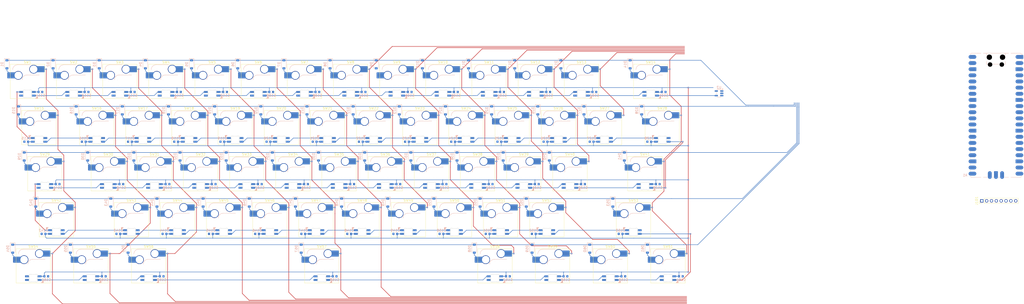
<source format=kicad_pcb>
(kicad_pcb (version 20241229) (generator "pcbnew") (generator_version "9.0")
  (layers (0 "F.Cu" signal) (2 "B.Cu" signal) (13 "F.Paste" user) (15 "B.Paste" user) (5 "F.SilkS" user "F.Silkscreen") (7 "B.SilkS" user "B.Silkscreen") (1 "F.Mask" user) (3 "B.Mask" user) (25 "Edge.Cuts" user))
  (net 0 "")
  (net 1 "GND")
  (net 2 "Net-(D101-DOUT)")
  (net 3 "Net-(D102-DOUT)")
  (net 4 "Net-(D103-DOUT)")
  (net 5 "Net-(D104-DOUT)")
  (net 6 "Net-(D105-DOUT)")
  (net 7 "Net-(D106-DOUT)")
  (net 8 "Net-(D107-DOUT)")
  (net 9 "Net-(D108-DOUT)")
  (net 10 "Net-(D109-DOUT)")
  (net 11 "Net-(D110-DOUT)")
  (net 12 "Net-(D111-DOUT)")
  (net 13 "Net-(D112-DOUT)")
  (net 14 "Net-(D113-DOUT)")
  (net 15 "Net-(D114-DOUT)")
  (net 16 "Net-(D115-DOUT)")
  (net 17 "Net-(D116-DOUT)")
  (net 18 "Net-(D117-DOUT)")
  (net 19 "Net-(D118-DOUT)")
  (net 20 "Net-(D119-DOUT)")
  (net 21 "Net-(D120-DOUT)")
  (net 22 "Net-(D121-DOUT)")
  (net 35 "Net-(A1-GPIO13)")
  (net 37 "Net-(A1-GPIO9)")
  (net 44 "Net-(A1-GPIO10)")
  (net 49 "3V3")
  (net 51 "Net-(A1-GPIO14)")
  (net 54 "Net-(A1-GPIO11)")
  (net 56 "Net-(A1-GPIO12)")
  (net 57 "LEDdata")
  (net 59 "Vсс")
  (net 60 "Net-(D122-DOUT)")
  (net 61 "Net-(D123-DOUT)")
  (net 62 "Net-(D124-DOUT)")
  (net 63 "Net-(D125-DOUT)")
  (net 64 "Net-(D126-DOUT)")
  (net 65 "Net-(D127-DOUT)")
  (net 66 "Net-(D128-DOUT)")
  (net 67 "Net-(D129-DOUT)")
  (net 68 "Net-(D130-DOUT)")
  (net 69 "Net-(D131-DOUT)")
  (net 70 "Net-(D132-DOUT)")
  (net 71 "Net-(D133-DOUT)")
  (net 72 "Net-(D134-DOUT)")
  (net 73 "Net-(D135-DOUT)")
  (net 74 "Net-(D136-DOUT)")
  (net 75 "Net-(D137-DOUT)")
  (net 76 "Net-(D138-DOUT)")
  (net 77 "Net-(D139-DOUT)")
  (net 78 "Net-(D140-DOUT)")
  (net 79 "Net-(D141-DOUT)")
  (net 80 "Net-(D142-DOUT)")
  (net 81 "Net-(D143-DOUT)")
  (net 82 "Net-(D144-DOUT)")
  (net 83 "Net-(D145-DOUT)")
  (net 84 "Net-(D146-DOUT)")
  (net 85 "Net-(D147-DOUT)")
  (net 86 "Net-(D148-DOUT)")
  (net 87 "Net-(D149-DOUT)")
  (net 88 "Net-(D150-DOUT)")
  (net 89 "Net-(D151-DOUT)")
  (net 90 "Net-(D152-DOUT)")
  (net 91 "Net-(D153-DOUT)")
  (net 92 "Net-(D154-DOUT)")
  (net 93 "Net-(D155-DOUT)")
  (net 94 "Net-(D156-DOUT)")
  (net 95 "Net-(D157-DOUT)")
  (net 96 "Net-(D158-DOUT)")
  (net 97 "Net-(D159-DOUT)")
  (net 98 "Net-(D160-DOUT)")
  (net 100 "R5")
  (net 101 "R4")
  (net 102 "R3")
  (net 103 "R2")
  (net 104 "R1")
  (net 105 "Net-(D39-A)")
  (net 106 "Net-(D40-A)")
  (net 107 "Net-(D26-A)")
  (net 108 "Net-(D27-A)")
  (net 109 "Net-(D43-A)")
  (net 110 "Net-(D44-A)")
  (net 111 "Net-(D45-A)")
  (net 112 "Net-(D46-A)")
  (net 113 "Net-(D47-A)")
  (net 114 "Net-(D49-A)")
  (net 115 "Net-(D50-A)")
  (net 116 "Net-(D51-A)")
  (net 117 "Net-(D52-A)")
  (net 118 "Net-(D30-A)")
  (net 119 "Net-(D31-A)")
  (net 120 "Net-(D32-A)")
  (net 121 "Net-(D33-A)")
  (net 122 "Net-(D34-A)")
  (net 123 "Net-(D35-A)")
  (net 124 "Net-(D36-A)")
  (net 125 "Net-(D37-A)")
  (net 126 "Net-(D38-A)")
  (net 127 "Net-(D22-A)")
  (net 128 "Net-(D21-A)")
  (net 129 "Net-(D20-A)")
  (net 130 "Net-(D19-A)")
  (net 131 "Net-(D18-A)")
  (net 132 "Net-(D17-A)")
  (net 133 "Net-(D16-A)")
  (net 134 "Net-(D15-A)")
  (net 135 "C8")
  (net 136 "Net-(D8-A)")
  (net 137 "Net-(D13-A)")
  (net 138 "C13")
  (net 139 "C12")
  (net 140 "Net-(D12-A)")
  (net 141 "Net-(D11-A)")
  (net 142 "Net-(D10-A)")
  (net 143 "Net-(D9-A)")
  (net 144 "Net-(D48-A)")
  (net 145 "Net-(D7-A)")
  (net 146 "C7")
  (net 147 "Net-(D6-A)")
  (net 148 "C5")
  (net 149 "Net-(D5-A)")
  (net 150 "Net-(D4-A)")
  (net 151 "C4")
  (net 152 "Net-(D3-A)")
  (net 153 "Net-(D2-A)")
  (net 154 "Net-(D1-A)")
  (net 155 "Net-(D24-A)")
  (net 156 "Net-(D25-A)")
  (net 157 "Net-(D23-A)")
  (net 158 "C9")
  (net 159 "Net-(D54-A)")
  (net 160 "Net-(D55-A)")
  (net 161 "Net-(D56-A)")
  (net 162 "C2")
  (net 163 "C3")
  (net 164 "Net-(D57-A)")
  (net 165 "C10")
  (net 166 "Net-(D59-A)")
  (net 167 "C11")
  (net 168 "Net-(D60-A)")
  (net 169 "Net-(D61-A)")
  (net 170 "Net-(D28-A)")
  (net 171 "Net-(D29-A)")
  (net 172 "Net-(D14-A)")
  (net 173 "Net-(D41-A)")
  (net 174 "Net-(D42-A)")
  (net 175 "C1")
  (net 176 "Net-(D53-A)")
  (net 177 "C14")
  (net 178 "C6")
  (net 179 "Net-(D58-A)")
  (footprint "PCM_Switch_Keyboard_Hotswap_Kailh:SW_Hotswap_Kailh_MX_Plated_1.00u" (layer "F.Cu") (at 209.55 38.1)
    (property "Reference" "SW10")
    (property "Value" "SW_Push")
  )
  (footprint "kicad-keyboard-parts.pretty-master:MX_SK6812MINI-E_REV" (layer "F.Cu") (at 195.2625 95.25)
    (property "Reference" "D149" (hide yes))
    (property "Value" "SK6812MINI")
    (fp_line (start -1.699999 5.782842) (end -1.699999 4.377158) (stroke (width 0.1)) (layer "Edge.Cuts"))
    (fp_line (start -0.794452 3.58) (end 0.794452 3.58) (stroke (width 0.1)) (layer "Edge.Cuts"))
    (fp_line (start 0.794452 6.579999) (end -0.794453 6.579999) (stroke (width 0.1)) (layer "Edge.Cuts"))
    (fp_line (start 1.699999 4.377158) (end 1.699999 5.782842) (stroke (width 0.1)) (layer "Edge.Cuts"))
    (fp_arc (start -1.749484 4.16028) (mid -1.712527 4.265932) (end -1.699999 4.377158) (stroke (width 0.1)) (layer "Edge.Cuts"))
    (fp_arc (start -1.749484 4.160281) (mid -1.638072 3.575965) (end -1.046711 3.511701) (stroke (width 0.1)) (layer "Edge.Cuts"))
    (fp_arc (start -1.699999 5.782843) (mid -1.712527 5.894068) (end -1.749484 5.99972) (stroke (width 0.1)) (layer "Edge.Cuts"))
    (fp_arc (start -1.046711 6.648298) (mid -1.638071 6.584034) (end -1.749484 5.99972) (stroke (width 0.1)) (layer "Edge.Cuts"))
    (fp_arc (start -1.046711 6.648298) (mid -0.925123 6.597376) (end -0.794453 6.579999) (stroke (width 0.1)) (layer "Edge.Cuts"))
    (fp_arc (start -0.794452 3.58) (mid -0.925123 3.562623) (end -1.046711 3.511701) (stroke (width 0.1)) (layer "Edge.Cuts"))
    (fp_arc (start 0.794453 6.58) (mid 0.925123 6.597377) (end 1.046711 6.648299) (stroke (width 0.1)) (layer "Edge.Cuts"))
    (fp_arc (start 1.04671 3.511701) (mid 0.925122 3.562623) (end 0.794452 3.58) (stroke (width 0.1)) (layer "Edge.Cuts"))
    (fp_arc (start 1.046711 3.511703) (mid 1.63807 3.575966) (end 1.749484 4.16028) (stroke (width 0.1)) (layer "Edge.Cuts"))
    (fp_arc (start 1.699999 4.377157) (mid 1.712527 4.265932) (end 1.749484 4.16028) (stroke (width 0.1)) (layer "Edge.Cuts"))
    (fp_arc (start 1.749484 5.99972) (mid 1.638071 6.584035) (end 1.046711 6.648299) (stroke (width 0.1)) (layer "Edge.Cuts"))
    (fp_arc (start 1.749484 5.99972) (mid 1.712527 5.894068) (end 1.699999 5.782842) (stroke (width 0.1)) (layer "Edge.Cuts"))
  )
  (footprint "PCM_Switch_Keyboard_Hotswap_Kailh:SW_Hotswap_Kailh_MX_Plated_1.00u" (layer "F.Cu") (at 128.5875 76.2)
    (property "Reference" "SW33")
    (property "Value" "SW_Push")
  )
  (footprint "PCM_Switch_Keyboard_Hotswap_Kailh:SW_Hotswap_Kailh_MX_Plated_1.00u" (layer "F.Cu") (at 138.1125 95.25)
    (property "Reference" "SW46")
    (property "Value" "SW_Push")
  )
  (footprint "PCM_Switch_Keyboard_Hotswap_Kailh:SW_Hotswap_Kailh_MX_Plated_1.00u" (layer "F.Cu") (at 119.0625 95.25)
    (property "Reference" "SW45")
    (property "Value" "SW_Push")
  )
  (footprint "kicad-keyboard-parts.pretty-master:MX_SK6812MINI-E" (layer "F.Cu") (at 254.79375 114.3)
    (property "Reference" "D156" (hide yes))
    (property "Value" "SK6812MINI")
    (fp_line (start -1.699999 5.782841) (end -1.699999 4.377157) (stroke (width 0.1)) (layer "Edge.Cuts"))
    (fp_line (start -0.794452 3.58) (end 0.794453 3.58) (stroke (width 0.1)) (layer "Edge.Cuts"))
    (fp_line (start 0.794452 6.579999) (end -0.794452 6.579999) (stroke (width 0.1)) (layer "Edge.Cuts"))
    (fp_line (start 1.699999 4.377157) (end 1.699999 5.782841) (stroke (width 0.1)) (layer "Edge.Cuts"))
    (fp_arc (start -1.749484 4.160279) (mid -1.712527 4.265931) (end -1.699999 4.377157) (stroke (width 0.1)) (layer "Edge.Cuts"))
    (fp_arc (start -1.749484 4.160279) (mid -1.638071 3.575964) (end -1.046711 3.5117) (stroke (width 0.1)) (layer "Edge.Cuts"))
    (fp_arc (start -1.699999 5.782842) (mid -1.712527 5.894067) (end -1.749484 5.999719) (stroke (width 0.1)) (layer "Edge.Cuts"))
    (fp_arc (start -1.046711 6.648296) (mid -1.63807 6.584033) (end -1.749484 5.999719) (stroke (width 0.1)) (layer "Edge.Cuts"))
    (fp_arc (start -1.04671 6.648298) (mid -0.925122 6.597376) (end -0.794452 6.579999) (stroke (width 0.1)) (layer "Edge.Cuts"))
    (fp_arc (start -0.794453 3.579999) (mid -0.925123 3.562622) (end -1.046711 3.5117) (stroke (width 0.1)) (layer "Edge.Cuts"))
    (fp_arc (start 0.794452 6.579999) (mid 0.925123 6.597376) (end 1.046711 6.648298) (stroke (width 0.1)) (layer "Edge.Cuts"))
    (fp_arc (start 1.046711 3.511701) (mid 0.925123 3.562623) (end 0.794453 3.58) (stroke (width 0.1)) (layer "Edge.Cuts"))
    (fp_arc (start 1.046711 3.511701) (mid 1.638071 3.575965) (end 1.749484 4.160279) (stroke (width 0.1)) (layer "Edge.Cuts"))
    (fp_arc (start 1.699999 4.377156) (mid 1.712527 4.265931) (end 1.749484 4.160279) (stroke (width 0.1)) (layer "Edge.Cuts"))
    (fp_arc (start 1.749484 5.999718) (mid 1.638072 6.584034) (end 1.046711 6.648298) (stroke (width 0.1)) (layer "Edge.Cuts"))
    (fp_arc (start 1.749484 5.999719) (mid 1.712527 5.894067) (end 1.699999 5.782841) (stroke (width 0.1)) (layer "Edge.Cuts"))
  )
  (footprint "PCM_Switch_Keyboard_Hotswap_Kailh:SW_Hotswap_Kailh_MX_Plated_1.00u" (layer "F.Cu") (at 219.075 57.15)
    (property "Reference" "SW24")
    (property "Value" "SW_Push")
  )
  (footprint "kicad-keyboard-parts.pretty-master:MX_SK6812MINI-E" (layer "F.Cu") (at 71.4375 76.2)
    (property "Reference" "D140" (hide yes))
    (property "Value" "SK6812MINI")
    (fp_line (start -1.699999 5.782841) (end -1.699999 4.377157) (stroke (width 0.1)) (layer "Edge.Cuts"))
    (fp_line (start -0.794452 3.58) (end 0.794453 3.58) (stroke (width 0.1)) (layer "Edge.Cuts"))
    (fp_line (start 0.794452 6.579999) (end -0.794452 6.579999) (stroke (width 0.1)) (layer "Edge.Cuts"))
    (fp_line (start 1.699999 4.377157) (end 1.699999 5.782841) (stroke (width 0.1)) (layer "Edge.Cuts"))
    (fp_arc (start -1.749484 4.160279) (mid -1.712527 4.265931) (end -1.699999 4.377157) (stroke (width 0.1)) (layer "Edge.Cuts"))
    (fp_arc (start -1.749484 4.160279) (mid -1.638071 3.575964) (end -1.046711 3.5117) (stroke (width 0.1)) (layer "Edge.Cuts"))
    (fp_arc (start -1.699999 5.782842) (mid -1.712527 5.894067) (end -1.749484 5.999719) (stroke (width 0.1)) (layer "Edge.Cuts"))
    (fp_arc (start -1.046711 6.648296) (mid -1.63807 6.584033) (end -1.749484 5.999719) (stroke (width 0.1)) (layer "Edge.Cuts"))
    (fp_arc (start -1.04671 6.648298) (mid -0.925122 6.597376) (end -0.794452 6.579999) (stroke (width 0.1)) (layer "Edge.Cuts"))
    (fp_arc (start -0.794453 3.579999) (mid -0.925123 3.562622) (end -1.046711 3.5117) (stroke (width 0.1)) (layer "Edge.Cuts"))
    (fp_arc (start 0.794452 6.579999) (mid 0.925123 6.597376) (end 1.046711 6.648298) (stroke (width 0.1)) (layer "Edge.Cuts"))
    (fp_arc (start 1.046711 3.511701) (mid 0.925123 3.562623) (end 0.794453 3.58) (stroke (width 0.1)) (layer "Edge.Cuts"))
    (fp_arc (start 1.046711 3.511701) (mid 1.638071 3.575965) (end 1.749484 4.160279) (stroke (width 0.1)) (layer "Edge.Cuts"))
    (fp_arc (start 1.699999 4.377156) (mid 1.712527 4.265931) (end 1.749484 4.160279) (stroke (width 0.1)) (layer "Edge.Cuts"))
    (fp_arc (start 1.749484 5.999718) (mid 1.638072 6.584034) (end 1.046711 6.648298) (stroke (width 0.1)) (layer "Edge.Cuts"))
    (fp_arc (start 1.749484 5.999719) (mid 1.712527 5.894067) (end 1.699999 5.782841) (stroke (width 0.1)) (layer "Edge.Cuts"))
  )
  (footprint "kicad-keyboard-parts.pretty-master:MX_SK6812MINI-E" (layer "F.Cu") (at 114.3 38.1)
    (property "Reference" "D110" (hide yes))
    (property "Value" "SK6812MINI")
    (fp_line (start -1.699999 5.782841) (end -1.699999 4.377157) (stroke (width 0.1)) (layer "Edge.Cuts"))
    (fp_line (start -0.794452 3.58) (end 0.794453 3.58) (stroke (width 0.1)) (layer "Edge.Cuts"))
    (fp_line (start 0.794452 6.579999) (end -0.794452 6.579999) (stroke (width 0.1)) (layer "Edge.Cuts"))
    (fp_line (start 1.699999 4.377157) (end 1.699999 5.782841) (stroke (width 0.1)) (layer "Edge.Cuts"))
    (fp_arc (start -1.749484 4.160279) (mid -1.712527 4.265931) (end -1.699999 4.377157) (stroke (width 0.1)) (layer "Edge.Cuts"))
    (fp_arc (start -1.749484 4.160279) (mid -1.638071 3.575964) (end -1.046711 3.5117) (stroke (width 0.1)) (layer "Edge.Cuts"))
    (fp_arc (start -1.699999 5.782842) (mid -1.712527 5.894067) (end -1.749484 5.999719) (stroke (width 0.1)) (layer "Edge.Cuts"))
    (fp_arc (start -1.046711 6.648296) (mid -1.63807 6.584033) (end -1.749484 5.999719) (stroke (width 0.1)) (layer "Edge.Cuts"))
    (fp_arc (start -1.04671 6.648298) (mid -0.925122 6.597376) (end -0.794452 6.579999) (stroke (width 0.1)) (layer "Edge.Cuts"))
    (fp_arc (start -0.794453 3.579999) (mid -0.925123 3.562622) (end -1.046711 3.5117) (stroke (width 0.1)) (layer "Edge.Cuts"))
    (fp_arc (start 0.794452 6.579999) (mid 0.925123 6.597376) (end 1.046711 6.648298) (stroke (width 0.1)) (layer "Edge.Cuts"))
    (fp_arc (start 1.046711 3.511701) (mid 0.925123 3.562623) (end 0.794453 3.58) (stroke (width 0.1)) (layer "Edge.Cuts"))
    (fp_arc (start 1.046711 3.511701) (mid 1.638071 3.575965) (end 1.749484 4.160279) (stroke (width 0.1)) (layer "Edge.Cuts"))
    (fp_arc (start 1.699999 4.377156) (mid 1.712527 4.265931) (end 1.749484 4.160279) (stroke (width 0.1)) (layer "Edge.Cuts"))
    (fp_arc (start 1.749484 5.999718) (mid 1.638072 6.584034) (end 1.046711 6.648298) (stroke (width 0.1)) (layer "Edge.Cuts"))
    (fp_arc (start 1.749484 5.999719) (mid 1.712527 5.894067) (end 1.699999 5.782841) (stroke (width 0.1)) (layer "Edge.Cuts"))
  )
  (footprint "PCM_Switch_Keyboard_Hotswap_Kailh:SW_Hotswap_Kailh_MX_Plated_2.25u" (layer "F.Cu") (at 292.89375 76.2)
    (property "Reference" "SW41")
    (property "Value" "SW_Push")
  )
  (footprint "kicad-keyboard-parts.pretty-master:MX_SK6812MINI-E" (layer "F.Cu") (at 185.7375 76.2)
    (property "Reference" "D134" (hide yes))
    (property "Value" "SK6812MINI")
    (fp_line (start -1.699999 5.782841) (end -1.699999 4.377157) (stroke (width 0.1)) (layer "Edge.Cuts"))
    (fp_line (start -0.794452 3.58) (end 0.794453 3.58) (stroke (width 0.1)) (layer "Edge.Cuts"))
    (fp_line (start 0.794452 6.579999) (end -0.794452 6.579999) (stroke (width 0.1)) (layer "Edge.Cuts"))
    (fp_line (start 1.699999 4.377157) (end 1.699999 5.782841) (stroke (width 0.1)) (layer "Edge.Cuts"))
    (fp_arc (start -1.749484 4.160279) (mid -1.712527 4.265931) (end -1.699999 4.377157) (stroke (width 0.1)) (layer "Edge.Cuts"))
    (fp_arc (start -1.749484 4.160279) (mid -1.638071 3.575964) (end -1.046711 3.5117) (stroke (width 0.1)) (layer "Edge.Cuts"))
    (fp_arc (start -1.699999 5.782842) (mid -1.712527 5.894067) (end -1.749484 5.999719) (stroke (width 0.1)) (layer "Edge.Cuts"))
    (fp_arc (start -1.046711 6.648296) (mid -1.63807 6.584033) (end -1.749484 5.999719) (stroke (width 0.1)) (layer "Edge.Cuts"))
    (fp_arc (start -1.04671 6.648298) (mid -0.925122 6.597376) (end -0.794452 6.579999) (stroke (width 0.1)) (layer "Edge.Cuts"))
    (fp_arc (start -0.794453 3.579999) (mid -0.925123 3.562622) (end -1.046711 3.5117) (stroke (width 0.1)) (layer "Edge.Cuts"))
    (fp_arc (start 0.794452 6.579999) (mid 0.925123 6.597376) (end 1.046711 6.648298) (stroke (width 0.1)) (layer "Edge.Cuts"))
    (fp_arc (start 1.046711 3.511701) (mid 0.925123 3.562623) (end 0.794453 3.58) (stroke (width 0.1)) (layer "Edge.Cuts"))
    (fp_arc (start 1.046711 3.511701) (mid 1.638071 3.575965) (end 1.749484 4.160279) (stroke (width 0.1)) (layer "Edge.Cuts"))
    (fp_arc (start 1.699999 4.377156) (mid 1.712527 4.265931) (end 1.749484 4.160279) (stroke (width 0.1)) (layer "Edge.Cuts"))
    (fp_arc (start 1.749484 5.999718) (mid 1.638072 6.584034) (end 1.046711 6.648298) (stroke (width 0.1)) (layer "Edge.Cuts"))
    (fp_arc (start 1.749484 5.999719) (mid 1.712527 5.894067) (end 1.699999 5.782841) (stroke (width 0.1)) (layer "Edge.Cuts"))
  )
  (footprint "kicad-keyboard-parts.pretty-master:MX_SK6812MINI-E_REV" (layer "F.Cu") (at 276.225 57.15)
    (property "Reference" "D127" (hide yes))
    (property "Value" "SK6812MINI")
    (fp_line (start -1.699999 5.782842) (end -1.699999 4.377158) (stroke (width 0.1)) (layer "Edge.Cuts"))
    (fp_line (start -0.794452 3.58) (end 0.794452 3.58) (stroke (width 0.1)) (layer "Edge.Cuts"))
    (fp_line (start 0.794452 6.579999) (end -0.794453 6.579999) (stroke (width 0.1)) (layer "Edge.Cuts"))
    (fp_line (start 1.699999 4.377158) (end 1.699999 5.782842) (stroke (width 0.1)) (layer "Edge.Cuts"))
    (fp_arc (start -1.749484 4.16028) (mid -1.712527 4.265932) (end -1.699999 4.377158) (stroke (width 0.1)) (layer "Edge.Cuts"))
    (fp_arc (start -1.749484 4.160281) (mid -1.638072 3.575965) (end -1.046711 3.511701) (stroke (width 0.1)) (layer "Edge.Cuts"))
    (fp_arc (start -1.699999 5.782843) (mid -1.712527 5.894068) (end -1.749484 5.99972) (stroke (width 0.1)) (layer "Edge.Cuts"))
    (fp_arc (start -1.046711 6.648298) (mid -1.638071 6.584034) (end -1.749484 5.99972) (stroke (width 0.1)) (layer "Edge.Cuts"))
    (fp_arc (start -1.046711 6.648298) (mid -0.925123 6.597376) (end -0.794453 6.579999) (stroke (width 0.1)) (layer "Edge.Cuts"))
    (fp_arc (start -0.794452 3.58) (mid -0.925123 3.562623) (end -1.046711 3.511701) (stroke (width 0.1)) (layer "Edge.Cuts"))
    (fp_arc (start 0.794453 6.58) (mid 0.925123 6.597377) (end 1.046711 6.648299) (stroke (width 0.1)) (layer "Edge.Cuts"))
    (fp_arc (start 1.04671 3.511701) (mid 0.925122 3.562623) (end 0.794452 3.58) (stroke (width 0.1)) (layer "Edge.Cuts"))
    (fp_arc (start 1.046711 3.511703) (mid 1.63807 3.575966) (end 1.749484 4.16028) (stroke (width 0.1)) (layer "Edge.Cuts"))
    (fp_arc (start 1.699999 4.377157) (mid 1.712527 4.265932) (end 1.749484 4.16028) (stroke (width 0.1)) (layer "Edge.Cuts"))
    (fp_arc (start 1.749484 5.99972) (mid 1.638071 6.584035) (end 1.046711 6.648299) (stroke (width 0.1)) (layer "Edge.Cuts"))
    (fp_arc (start 1.749484 5.99972) (mid 1.712527 5.894068) (end 1.699999 5.782842) (stroke (width 0.1)) (layer "Edge.Cuts"))
  )
  (footprint "kicad-keyboard-parts.pretty-master:MX_SK6812MINI-E_REV" (layer "F.Cu") (at 219.075 57.15)
    (property "Reference" "D124" (hide yes))
    (property "Value" "SK6812MINI")
    (fp_line (start -1.699999 5.782842) (end -1.699999 4.377158) (stroke (width 0.1)) (layer "Edge.Cuts"))
    (fp_line (start -0.794452 3.58) (end 0.794452 3.58) (stroke (width 0.1)) (layer "Edge.Cuts"))
    (fp_line (start 0.794452 6.579999) (end -0.794453 6.579999) (stroke (width 0.1)) (layer "Edge.Cuts"))
    (fp_line (start 1.699999 4.377158) (end 1.699999 5.782842) (stroke (width 0.1)) (layer "Edge.Cuts"))
    (fp_arc (start -1.749484 4.16028) (mid -1.712527 4.265932) (end -1.699999 4.377158) (stroke (width 0.1)) (layer "Edge.Cuts"))
    (fp_arc (start -1.749484 4.160281) (mid -1.638072 3.575965) (end -1.046711 3.511701) (stroke (width 0.1)) (layer "Edge.Cuts"))
    (fp_arc (start -1.699999 5.782843) (mid -1.712527 5.894068) (end -1.749484 5.99972) (stroke (width 0.1)) (layer "Edge.Cuts"))
    (fp_arc (start -1.046711 6.648298) (mid -1.638071 6.584034) (end -1.749484 5.99972) (stroke (width 0.1)) (layer "Edge.Cuts"))
    (fp_arc (start -1.046711 6.648298) (mid -0.925123 6.597376) (end -0.794453 6.579999) (stroke (width 0.1)) (layer "Edge.Cuts"))
    (fp_arc (start -0.794452 3.58) (mid -0.925123 3.562623) (end -1.046711 3.511701) (stroke (width 0.1)) (layer "Edge.Cuts"))
    (fp_arc (start 0.794453 6.58) (mid 0.925123 6.597377) (end 1.046711 6.648299) (stroke (width 0.1)) (layer "Edge.Cuts"))
    (fp_arc (start 1.04671 3.511701) (mid 0.925122 3.562623) (end 0.794452 3.58) (stroke (width 0.1)) (layer "Edge.Cuts"))
    (fp_arc (start 1.046711 3.511703) (mid 1.63807 3.575966) (end 1.749484 4.16028) (stroke (width 0.1)) (layer "Edge.Cuts"))
    (fp_arc (start 1.699999 4.377157) (mid 1.712527 4.265932) (end 1.749484 4.16028) (stroke (width 0.1)) (layer "Edge.Cuts"))
    (fp_arc (start 1.749484 5.99972) (mid 1.638071 6.584035) (end 1.046711 6.648299) (stroke (width 0.1)) (layer "Edge.Cuts"))
    (fp_arc (start 1.749484 5.99972) (mid 1.712527 5.894068) (end 1.699999 5.782842) (stroke (width 0.1)) (layer "Edge.Cuts"))
  )
  (footprint "kicad-keyboard-parts.pretty-master:MX_SK6812MINI-E" (layer "F.Cu") (at 147.6375 76.2)
    (property "Reference" "D136" (hide yes))
    (property "Value" "SK6812MINI")
    (fp_line (start -1.699999 5.782841) (end -1.699999 4.377157) (stroke (width 0.1)) (layer "Edge.Cuts"))
    (fp_line (start -0.794452 3.58) (end 0.794453 3.58) (stroke (width 0.1)) (layer "Edge.Cuts"))
    (fp_line (start 0.794452 6.579999) (end -0.794452 6.579999) (stroke (width 0.1)) (layer "Edge.Cuts"))
    (fp_line (start 1.699999 4.377157) (end 1.699999 5.782841) (stroke (width 0.1)) (layer "Edge.Cuts"))
    (fp_arc (start -1.749484 4.160279) (mid -1.712527 4.265931) (end -1.699999 4.377157) (stroke (width 0.1)) (layer "Edge.Cuts"))
    (fp_arc (start -1.749484 4.160279) (mid -1.638071 3.575964) (end -1.046711 3.5117) (stroke (width 0.1)) (layer "Edge.Cuts"))
    (fp_arc (start -1.699999 5.782842) (mid -1.712527 5.894067) (end -1.749484 5.999719) (stroke (width 0.1)) (layer "Edge.Cuts"))
    (fp_arc (start -1.046711 6.648296) (mid -1.63807 6.584033) (end -1.749484 5.999719) (stroke (width 0.1)) (layer "Edge.Cuts"))
    (fp_arc (start -1.04671 6.648298) (mid -0.925122 6.597376) (end -0.794452 6.579999) (stroke (width 0.1)) (layer "Edge.Cuts"))
    (fp_arc (start -0.794453 3.579999) (mid -0.925123 3.562622) (end -1.046711 3.5117) (stroke (width 0.1)) (layer "Edge.Cuts"))
    (fp_arc (start 0.794452 6.579999) (mid 0.925123 6.597376) (end 1.046711 6.648298) (stroke (width 0.1)) (layer "Edge.Cuts"))
    (fp_arc (start 1.046711 3.511701) (mid 0.925123 3.562623) (end 0.794453 3.58) (stroke (width 0.1)) (layer "Edge.Cuts"))
    (fp_arc (start 1.046711 3.511701) (mid 1.638071 3.575965) (end 1.749484 4.160279) (stroke (width 0.1)) (layer "Edge.Cuts"))
    (fp_arc (start 1.699999 4.377156) (mid 1.712527 4.265931) (end 1.749484 4.160279) (stroke (width 0.1)) (layer "Edge.Cuts"))
    (fp_arc (start 1.749484 5.999718) (mid 1.638072 6.584034) (end 1.046711 6.648298) (stroke (width 0.1)) (layer "Edge.Cuts"))
    (fp_arc (start 1.749484 5.999719) (mid 1.712527 5.894067) (end 1.699999 5.782841) (stroke (width 0.1)) (layer "Edge.Cuts"))
  )
  (footprint "PCM_Switch_Keyboard_Hotswap_Kailh:SW_Hotswap_Kailh_MX_Plated_1.00u" (layer "F.Cu") (at 266.7 38.1)
    (property "Reference" "SW13")
    (property "Value" "SW_Push")
  )
  (footprint "kicad-keyboard-parts.pretty-master:MX_SK6812MINI-E_REV" (layer "F.Cu") (at 238.125 57.15)
    (property "Reference" "D125" (hide yes))
    (property "Value" "SK6812MINI")
    (fp_line (start -1.699999 5.782842) (end -1.699999 4.377158) (stroke (width 0.1)) (layer "Edge.Cuts"))
    (fp_line (start -0.794452 3.58) (end 0.794452 3.58) (stroke (width 0.1)) (layer "Edge.Cuts"))
    (fp_line (start 0.794452 6.579999) (end -0.794453 6.579999) (stroke (width 0.1)) (layer "Edge.Cuts"))
    (fp_line (start 1.699999 4.377158) (end 1.699999 5.782842) (stroke (width 0.1)) (layer "Edge.Cuts"))
    (fp_arc (start -1.749484 4.16028) (mid -1.712527 4.265932) (end -1.699999 4.377158) (stroke (width 0.1)) (layer "Edge.Cuts"))
    (fp_arc (start -1.749484 4.160281) (mid -1.638072 3.575965) (end -1.046711 3.511701) (stroke (width 0.1)) (layer "Edge.Cuts"))
    (fp_arc (start -1.699999 5.782843) (mid -1.712527 5.894068) (end -1.749484 5.99972) (stroke (width 0.1)) (layer "Edge.Cuts"))
    (fp_arc (start -1.046711 6.648298) (mid -1.638071 6.584034) (end -1.749484 5.99972) (stroke (width 0.1)) (layer "Edge.Cuts"))
    (fp_arc (start -1.046711 6.648298) (mid -0.925123 6.597376) (end -0.794453 6.579999) (stroke (width 0.1)) (layer "Edge.Cuts"))
    (fp_arc (start -0.794452 3.58) (mid -0.925123 3.562623) (end -1.046711 3.511701) (stroke (width 0.1)) (layer "Edge.Cuts"))
    (fp_arc (start 0.794453 6.58) (mid 0.925123 6.597377) (end 1.046711 6.648299) (stroke (width 0.1)) (layer "Edge.Cuts"))
    (fp_arc (start 1.04671 3.511701) (mid 0.925122 3.562623) (end 0.794452 3.58) (stroke (width 0.1)) (layer "Edge.Cuts"))
    (fp_arc (start 1.046711 3.511703) (mid 1.63807 3.575966) (end 1.749484 4.16028) (stroke (width 0.1)) (layer "Edge.Cuts"))
    (fp_arc (start 1.699999 4.377157) (mid 1.712527 4.265932) (end 1.749484 4.16028) (stroke (width 0.1)) (layer "Edge.Cuts"))
    (fp_arc (start 1.749484 5.99972) (mid 1.638071 6.584035) (end 1.046711 6.648299) (stroke (width 0.1)) (layer "Edge.Cuts"))
    (fp_arc (start 1.749484 5.99972) (mid 1.712527 5.894068) (end 1.699999 5.782842) (stroke (width 0.1)) (layer "Edge.Cuts"))
  )
  (footprint "PCM_Switch_Keyboard_Hotswap_Kailh:SW_Hotswap_Kailh_MX_Plated_1.00u" (layer "F.Cu") (at 95.25 38.1)
    (property "Reference" "SW4")
    (property "Value" "SW_Push")
  )
  (footprint "kicad-keyboard-parts.pretty-master:MX_SK6812MINI-E_REV" (layer "F.Cu") (at 123.825 57.15)
    (property "Reference" "D119" (hide yes))
    (property "Value" "SK6812MINI")
    (fp_line (start -1.699999 5.782842) (end -1.699999 4.377158) (stroke (width 0.1)) (layer "Edge.Cuts"))
    (fp_line (start -0.794452 3.58) (end 0.794452 3.58) (stroke (width 0.1)) (layer "Edge.Cuts"))
    (fp_line (start 0.794452 6.579999) (end -0.794453 6.579999) (stroke (width 0.1)) (layer "Edge.Cuts"))
    (fp_line (start 1.699999 4.377158) (end 1.699999 5.782842) (stroke (width 0.1)) (layer "Edge.Cuts"))
    (fp_arc (start -1.749484 4.16028) (mid -1.712527 4.265932) (end -1.699999 4.377158) (stroke (width 0.1)) (layer "Edge.Cuts"))
    (fp_arc (start -1.749484 4.160281) (mid -1.638072 3.575965) (end -1.046711 3.511701) (stroke (width 0.1)) (layer "Edge.Cuts"))
    (fp_arc (start -1.699999 5.782843) (mid -1.712527 5.894068) (end -1.749484 5.99972) (stroke (width 0.1)) (layer "Edge.Cuts"))
    (fp_arc (start -1.046711 6.648298) (mid -1.638071 6.584034) (end -1.749484 5.99972) (stroke (width 0.1)) (layer "Edge.Cuts"))
    (fp_arc (start -1.046711 6.648298) (mid -0.925123 6.597376) (end -0.794453 6.579999) (stroke (width 0.1)) (layer "Edge.Cuts"))
    (fp_arc (start -0.794452 3.58) (mid -0.925123 3.562623) (end -1.046711 3.511701) (stroke (width 0.1)) (layer "Edge.Cuts"))
    (fp_arc (start 0.794453 6.58) (mid 0.925123 6.597377) (end 1.046711 6.648299) (stroke (width 0.1)) (layer "Edge.Cuts"))
    (fp_arc (start 1.04671 3.511701) (mid 0.925122 3.562623) (end 0.794452 3.58) (stroke (width 0.1)) (layer "Edge.Cuts"))
    (fp_arc (start 1.046711 3.511703) (mid 1.63807 3.575966) (end 1.749484 4.16028) (stroke (width 0.1)) (layer "Edge.Cuts"))
    (fp_arc (start 1.699999 4.377157) (mid 1.712527 4.265932) (end 1.749484 4.16028) (stroke (width 0.1)) (layer "Edge.Cuts"))
    (fp_arc (start 1.749484 5.99972) (mid 1.638071 6.584035) (end 1.046711 6.648299) (stroke (width 0.1)) (layer "Edge.Cuts"))
    (fp_arc (start 1.749484 5.99972) (mid 1.712527 5.894068) (end 1.699999 5.782842) (stroke (width 0.1)) (layer "Edge.Cuts"))
  )
  (footprint "PCM_Switch_Keyboard_Hotswap_Kailh:SW_Hotswap_Kailh_MX_Plated_2.75u" (layer "F.Cu") (at 288.13125 95.25)
    (property "Reference" "SW53")
    (property "Value" "SW_Push")
  )
  (footprint "PCM_Switch_Keyboard_Hotswap_Kailh:SW_Hotswap_Kailh_MX_Plated_1.00u" (layer "F.Cu") (at 104.775 57.15)
    (property "Reference" "SW18")
    (property "Value" "SW_Push")
  )
  (footprint "PCM_Switch_Keyboard_Hotswap_Kailh:SW_Hotswap_Kailh_MX_Plated_1.00u" (layer "F.Cu") (at 242.8875 76.2)
    (property "Reference" "SW39")
    (property "Value" "SW_Push")
  )
  (footprint "kicad-keyboard-parts.pretty-master:MX_SK6812MINI-E" (layer "F.Cu") (at 278.60625 114.3)
    (property "Reference" "D155" (hide yes))
    (property "Value" "SK6812MINI")
    (fp_line (start -1.699999 5.782841) (end -1.699999 4.377157) (stroke (width 0.1)) (layer "Edge.Cuts"))
    (fp_line (start -0.794452 3.58) (end 0.794453 3.58) (stroke (width 0.1)) (layer "Edge.Cuts"))
    (fp_line (start 0.794452 6.579999) (end -0.794452 6.579999) (stroke (width 0.1)) (layer "Edge.Cuts"))
    (fp_line (start 1.699999 4.377157) (end 1.699999 5.782841) (stroke (width 0.1)) (layer "Edge.Cuts"))
    (fp_arc (start -1.749484 4.160279) (mid -1.712527 4.265931) (end -1.699999 4.377157) (stroke (width 0.1)) (layer "Edge.Cuts"))
    (fp_arc (start -1.749484 4.160279) (mid -1.638071 3.575964) (end -1.046711 3.5117) (stroke (width 0.1)) (layer "Edge.Cuts"))
    (fp_arc (start -1.699999 5.782842) (mid -1.712527 5.894067) (end -1.749484 5.999719) (stroke (width 0.1)) (layer "Edge.Cuts"))
    (fp_arc (start -1.046711 6.648296) (mid -1.63807 6.584033) (end -1.749484 5.999719) (stroke (width 0.1)) (layer "Edge.Cuts"))
    (fp_arc (start -1.04671 6.648298) (mid -0.925122 6.597376) (end -0.794452 6.579999) (stroke (width 0.1)) (layer "Edge.Cuts"))
    (fp_arc (start -0.794453 3.579999) (mid -0.925123 3.562622) (end -1.046711 3.5117) (stroke (width 0.1)) (layer "Edge.Cuts"))
    (fp_arc (start 0.794452 6.579999) (mid 0.925123 6.597376) (end 1.046711 6.648298) (stroke (width 0.1)) (layer "Edge.Cuts"))
    (fp_arc (start 1.046711 3.511701) (mid 0.925123 3.562623) (end 0.794453 3.58) (stroke (width 0.1)) (layer "Edge.Cuts"))
    (fp_arc (start 1.046711 3.511701) (mid 1.638071 3.575965) (end 1.749484 4.160279) (stroke (width 0.1)) (layer "Edge.Cuts"))
    (fp_arc (start 1.699999 4.377156) (mid 1.712527 4.265931) (end 1.749484 4.160279) (stroke (width 0.1)) (layer "Edge.Cuts"))
    (fp_arc (start 1.749484 5.999718) (mid 1.638072 6.584034) (end 1.046711 6.648298) (stroke (width 0.1)) (layer "Edge.Cuts"))
    (fp_arc (start 1.749484 5.999719) (mid 1.712527 5.894067) (end 1.699999 5.782841) (stroke (width 0.1)) (layer "Edge.Cuts"))
  )
  (footprint "kicad-keyboard-parts.pretty-master:MX_SK6812MINI-E" (layer "F.Cu") (at 204.7875 76.2)
    (property "Reference" "D133" (hide yes))
    (property "Value" "SK6812MINI")
    (fp_line (start -1.699999 5.782841) (end -1.699999 4.377157) (stroke (width 0.1)) (layer "Edge.Cuts"))
    (fp_line (start -0.794452 3.58) (end 0.794453 3.58) (stroke (width 0.1)) (layer "Edge.Cuts"))
    (fp_line (start 0.794452 6.579999) (end -0.794452 6.579999) (stroke (width 0.1)) (layer "Edge.Cuts"))
    (fp_line (start 1.699999 4.377157) (end 1.699999 5.782841) (stroke (width 0.1)) (layer "Edge.Cuts"))
    (fp_arc (start -1.749484 4.160279) (mid -1.712527 4.265931) (end -1.699999 4.377157) (stroke (width 0.1)) (layer "Edge.Cuts"))
    (fp_arc (start -1.749484 4.160279) (mid -1.638071 3.575964) (end -1.046711 3.5117) (stroke (width 0.1)) (layer "Edge.Cuts"))
    (fp_arc (start -1.699999 5.782842) (mid -1.712527 5.894067) (end -1.749484 5.999719) (stroke (width 0.1)) (layer "Edge.Cuts"))
    (fp_arc (start -1.046711 6.648296) (mid -1.63807 6.584033) (end -1.749484 5.999719) (stroke (width 0.1)) (layer "Edge.Cuts"))
    (fp_arc (start -1.04671 6.648298) (mid -0.925122 6.597376) (end -0.794452 6.579999) (stroke (width 0.1)) (layer "Edge.Cuts"))
    (fp_arc (start -0.794453 3.579999) (mid -0.925123 3.562622) (end -1.046711 3.5117) (stroke (width 0.1)) (layer "Edge.Cuts"))
    (fp_arc (start 0.794452 6.579999) (mid 0.925123 6.597376) (end 1.046711 6.648298) (stroke (width 0.1)) (layer "Edge.Cuts"))
    (fp_arc (start 1.046711 3.511701) (mid 0.925123 3.562623) (end 0.794453 3.58) (stroke (width 0.1)) (layer "Edge.Cuts"))
    (fp_arc (start 1.046711 3.511701) (mid 1.638071 3.575965) (end 1.749484 4.160279) (stroke (width 0.1)) (layer "Edge.Cuts"))
    (fp_arc (start 1.699999 4.377156) (mid 1.712527 4.265931) (end 1.749484 4.160279) (stroke (width 0.1)) (layer "Edge.Cuts"))
    (fp_arc (start 1.749484 5.999718) (mid 1.638072 6.584034) (end 1.046711 6.648298) (stroke (width 0.1)) (layer "Edge.Cuts"))
    (fp_arc (start 1.749484 5.999719) (mid 1.712527 5.894067) (end 1.699999 5.782841) (stroke (width 0.1)) (layer "Edge.Cuts"))
  )
  (footprint "kicad-keyboard-parts.pretty-master:MX_SK6812MINI-E_REV" (layer "F.Cu") (at 252.4125 95.25)
    (property "Reference" "D152" (hide yes))
    (property "Value" "SK6812MINI")
    (fp_line (start -1.699999 5.782842) (end -1.699999 4.377158) (stroke (width 0.1)) (layer "Edge.Cuts"))
    (fp_line (start -0.794452 3.58) (end 0.794452 3.58) (stroke (width 0.1)) (layer "Edge.Cuts"))
    (fp_line (start 0.794452 6.579999) (end -0.794453 6.579999) (stroke (width 0.1)) (layer "Edge.Cuts"))
    (fp_line (start 1.699999 4.377158) (end 1.699999 5.782842) (stroke (width 0.1)) (layer "Edge.Cuts"))
    (fp_arc (start -1.749484 4.16028) (mid -1.712527 4.265932) (end -1.699999 4.377158) (stroke (width 0.1)) (layer "Edge.Cuts"))
    (fp_arc (start -1.749484 4.160281) (mid -1.638072 3.575965) (end -1.046711 3.511701) (stroke (width 0.1)) (layer "Edge.Cuts"))
    (fp_arc (start -1.699999 5.782843) (mid -1.712527 5.894068) (end -1.749484 5.99972) (stroke (width 0.1)) (layer "Edge.Cuts"))
    (fp_arc (start -1.046711 6.648298) (mid -1.638071 6.584034) (end -1.749484 5.99972) (stroke (width 0.1)) (layer "Edge.Cuts"))
    (fp_arc (start -1.046711 6.648298) (mid -0.925123 6.597376) (end -0.794453 6.579999) (stroke (width 0.1)) (layer "Edge.Cuts"))
    (fp_arc (start -0.794452 3.58) (mid -0.925123 3.562623) (end -1.046711 3.511701) (stroke (width 0.1)) (layer "Edge.Cuts"))
    (fp_arc (start 0.794453 6.58) (mid 0.925123 6.597377) (end 1.046711 6.648299) (stroke (width 0.1)) (layer "Edge.Cuts"))
    (fp_arc (start 1.04671 3.511701) (mid 0.925122 3.562623) (end 0.794452 3.58) (stroke (width 0.1)) (layer "Edge.Cuts"))
    (fp_arc (start 1.046711 3.511703) (mid 1.63807 3.575966) (end 1.749484 4.16028) (stroke (width 0.1)) (layer "Edge.Cuts"))
    (fp_arc (start 1.699999 4.377157) (mid 1.712527 4.265932) (end 1.749484 4.16028) (stroke (width 0.1)) (layer "Edge.Cuts"))
    (fp_arc (start 1.749484 5.99972) (mid 1.638071 6.584035) (end 1.046711 6.648299) (stroke (width 0.1)) (layer "Edge.Cuts"))
    (fp_arc (start 1.749484 5.99972) (mid 1.712527 5.894068) (end 1.699999 5.782842) (stroke (width 0.1)) (layer "Edge.Cuts"))
  )
  (footprint "kicad-keyboard-parts.pretty-master:MX_SK6812MINI-E" (layer "F.Cu") (at 292.89375 76.2)
    (property "Reference" "D129" (hide yes))
    (property "Value" "SK6812MINI")
    (fp_line (start -1.699999 5.782841) (end -1.699999 4.377157) (stroke (width 0.1)) (layer "Edge.Cuts"))
    (fp_line (start -0.794452 3.58) (end 0.794453 3.58) (stroke (width 0.1)) (layer "Edge.Cuts"))
    (fp_line (start 0.794452 6.579999) (end -0.794452 6.579999) (stroke (width 0.1)) (layer "Edge.Cuts"))
    (fp_line (start 1.699999 4.377157) (end 1.699999 5.782841) (stroke (width 0.1)) (layer "Edge.Cuts"))
    (fp_arc (start -1.749484 4.160279) (mid -1.712527 4.265931) (end -1.699999 4.377157) (stroke (width 0.1)) (layer "Edge.Cuts"))
    (fp_arc (start -1.749484 4.160279) (mid -1.638071 3.575964) (end -1.046711 3.5117) (stroke (width 0.1)) (layer "Edge.Cuts"))
    (fp_arc (start -1.699999 5.782842) (mid -1.712527 5.894067) (end -1.749484 5.999719) (stroke (width 0.1)) (layer "Edge.Cuts"))
    (fp_arc (start -1.046711 6.648296) (mid -1.63807 6.584033) (end -1.749484 5.999719) (stroke (width 0.1)) (layer "Edge.Cuts"))
    (fp_arc (start -1.04671 6.648298) (mid -0.925122 6.597376) (end -0.794452 6.579999) (stroke (width 0.1)) (layer "Edge.Cuts"))
    (fp_arc (start -0.794453 3.579999) (mid -0.925123 3.562622) (end -1.046711 3.5117) (stroke (width 0.1)) (layer "Edge.Cuts"))
    (fp_arc (start 0.794452 6.579999) (mid 0.925123 6.597376) (end 1.046711 6.648298) (stroke (width 0.1)) (layer "Edge.Cuts"))
    (fp_arc (start 1.046711 3.511701) (mid 0.925123 3.562623) (end 0.794453 3.58) (stroke (width 0.1)) (layer "Edge.Cuts"))
    (fp_arc (start 1.046711 3.511701) (mid 1.638071 3.575965) (end 1.749484 4.160279) (stroke (width 0.1)) (layer "Edge.Cuts"))
    (fp_arc (start 1.699999 4.377156) (mid 1.712527 4.265931) (end 1.749484 4.160279) (stroke (width 0.1)) (layer "Edge.Cuts"))
    (fp_arc (start 1.749484 5.999718) (mid 1.638072 6.584034) (end 1.046711 6.648298) (stroke (width 0.1)) (layer "Edge.Cuts"))
    (fp_arc (start 1.749484 5.999719) (mid 1.712527 5.894067) (end 1.699999 5.782841) (stroke (width 0.1)) (layer "Edge.Cuts"))
  )
  (footprint "PCM_Switch_Keyboard_Hotswap_Kailh:SW_Hotswap_Kailh_MX_Plated_1.00u" (layer "F.Cu") (at 85.725 57.15)
    (property "Reference" "SW17")
    (property "Value" "SW_Push")
  )
  (footprint "PCM_Switch_Keyboard_Hotswap_Kailh:SW_Hotswap_Kailh_MX_Plated_1.00u" (layer "F.Cu") (at 157.1625 95.25)
    (property "Reference" "SW47")
    (property "Value" "SW_Push")
  )
  (footprint "kicad-keyboard-parts.pretty-master:MX_SK6812MINI-E" (layer "F.Cu") (at 302.41875 114.3)
    (property "Reference" "D154" (hide yes))
    (property "Value" "SK6812MINI")
    (fp_line (start -1.699999 5.782841) (end -1.699999 4.377157) (stroke (width 0.1)) (layer "Edge.Cuts"))
    (fp_line (start -0.794452 3.58) (end 0.794453 3.58) (stroke (width 0.1)) (layer "Edge.Cuts"))
    (fp_line (start 0.794452 6.579999) (end -0.794452 6.579999) (stroke (width 0.1)) (layer "Edge.Cuts"))
    (fp_line (start 1.699999 4.377157) (end 1.699999 5.782841) (stroke (width 0.1)) (layer "Edge.Cuts"))
    (fp_arc (start -1.749484 4.160279) (mid -1.712527 4.265931) (end -1.699999 4.377157) (stroke (width 0.1)) (layer "Edge.Cuts"))
    (fp_arc (start -1.749484 4.160279) (mid -1.638071 3.575964) (end -1.046711 3.5117) (stroke (width 0.1)) (layer "Edge.Cuts"))
    (fp_arc (start -1.699999 5.782842) (mid -1.712527 5.894067) (end -1.749484 5.999719) (stroke (width 0.1)) (layer "Edge.Cuts"))
    (fp_arc (start -1.046711 6.648296) (mid -1.63807 6.584033) (end -1.749484 5.999719) (stroke (width 0.1)) (layer "Edge.Cuts"))
    (fp_arc (start -1.04671 6.648298) (mid -0.925122 6.597376) (end -0.794452 6.579999) (stroke (width 0.1)) (layer "Edge.Cuts"))
    (fp_arc (start -0.794453 3.579999) (mid -0.925123 3.562622) (end -1.046711 3.5117) (stroke (width 0.1)) (layer "Edge.Cuts"))
    (fp_arc (start 0.794452 6.579999) (mid 0.925123 6.597376) (end 1.046711 6.648298) (stroke (width 0.1)) (layer "Edge.Cuts"))
    (fp_arc (start 1.046711 3.511701) (mid 0.925123 3.562623) (end 0.794453 3.58) (stroke (width 0.1)) (layer "Edge.Cuts"))
    (fp_arc (start 1.046711 3.511701) (mid 1.638071 3.575965) (end 1.749484 4.160279) (stroke (width 0.1)) (layer "Edge.Cuts"))
    (fp_arc (start 1.699999 4.377156) (mid 1.712527 4.265931) (end 1.749484 4.160279) (stroke (width 0.1)) (layer "Edge.Cuts"))
    (fp_arc (start 1.749484 5.999718) (mid 1.638072 6.584034) (end 1.046711 6.648298) (stroke (width 0.1)) (layer "Edge.Cuts"))
    (fp_arc (start 1.749484 5.999719) (mid 1.712527 5.894067) (end 1.699999 5.782841) (stroke (width 0.1)) (layer "Edge.Cuts"))
  )
  (footprint "kicad-keyboard-parts.pretty-master:MX_SK6812MINI-E" (layer "F.Cu") (at 109.5375 76.2)
    (property "Reference" "D138" (hide yes))
    (property "Value" "SK6812MINI")
    (fp_line (start -1.699999 5.782841) (end -1.699999 4.377157) (stroke (width 0.1)) (layer "Edge.Cuts"))
    (fp_line (start -0.794452 3.58) (end 0.794453 3.58) (stroke (width 0.1)) (layer "Edge.Cuts"))
    (fp_line (start 0.794452 6.579999) (end -0.794452 6.579999) (stroke (width 0.1)) (layer "Edge.Cuts"))
    (fp_line (start 1.699999 4.377157) (end 1.699999 5.782841) (stroke (width 0.1)) (layer "Edge.Cuts"))
    (fp_arc (start -1.749484 4.160279) (mid -1.712527 4.265931) (end -1.699999 4.377157) (stroke (width 0.1)) (layer "Edge.Cuts"))
    (fp_arc (start -1.749484 4.160279) (mid -1.638071 3.575964) (end -1.046711 3.5117) (stroke (width 0.1)) (layer "Edge.Cuts"))
    (fp_arc (start -1.699999 5.782842) (mid -1.712527 5.894067) (end -1.749484 5.999719) (stroke (width 0.1)) (layer "Edge.Cuts"))
    (fp_arc (start -1.046711 6.648296) (mid -1.63807 6.584033) (end -1.749484 5.999719) (stroke (width 0.1)) (layer "Edge.Cuts"))
    (fp_arc (start -1.04671 6.648298) (mid -0.925122 6.597376) (end -0.794452 6.579999) (stroke (width 0.1)) (layer "Edge.Cuts"))
    (fp_arc (start -0.794453 3.579999) (mid -0.925123 3.562622) (end -1.046711 3.5117) (stroke (width 0.1)) (layer "Edge.Cuts"))
    (fp_arc (start 0.794452 6.579999) (mid 0.925123 6.597376) (end 1.046711 6.648298) (stroke (width 0.1)) (layer "Edge.Cuts"))
    (fp_arc (start 1.046711 3.511701) (mid 0.925123 3.562623) (end 0.794453 3.58) (stroke (width 0.1)) (layer "Edge.Cuts"))
    (fp_arc (start 1.046711 3.511701) (mid 1.638071 3.575965) (end 1.749484 4.160279) (stroke (width 0.1)) (layer "Edge.Cuts"))
    (fp_arc (start 1.699999 4.377156) (mid 1.712527 4.265931) (end 1.749484 4.160279) (stroke (width 0.1)) (layer "Edge.Cuts"))
    (fp_arc (start 1.749484 5.999718) (mid 1.638072 6.584034) (end 1.046711 6.648298) (stroke (width 0.1)) (layer "Edge.Cuts"))
    (fp_arc (start 1.749484 5.999719) (mid 1.712527 5.894067) (end 1.699999 5.782841) (stroke (width 0.1)) (layer "Edge.Cuts"))
  )
  (footprint "kicad-keyboard-parts.pretty-master:MX_SK6812MINI-E_REV" (layer "F.Cu") (at 85.725 57.15)
    (property "Reference" "D117" (hide yes))
    (property "Value" "SK6812MINI")
    (fp_line (start -1.699999 5.782842) (end -1.699999 4.377158) (stroke (width 0.1)) (layer "Edge.Cuts"))
    (fp_line (start -0.794452 3.58) (end 0.794452 3.58) (stroke (width 0.1)) (layer "Edge.Cuts"))
    (fp_line (start 0.794452 6.579999) (end -0.794453 6.579999) (stroke (width 0.1)) (layer "Edge.Cuts"))
    (fp_line (start 1.699999 4.377158) (end 1.699999 5.782842) (stroke (width 0.1)) (layer "Edge.Cuts"))
    (fp_arc (start -1.749484 4.16028) (mid -1.712527 4.265932) (end -1.699999 4.377158) (stroke (width 0.1)) (layer "Edge.Cuts"))
    (fp_arc (start -1.749484 4.160281) (mid -1.638072 3.575965) (end -1.046711 3.511701) (stroke (width 0.1)) (layer "Edge.Cuts"))
    (fp_arc (start -1.699999 5.782843) (mid -1.712527 5.894068) (end -1.749484 5.99972) (stroke (width 0.1)) (layer "Edge.Cuts"))
    (fp_arc (start -1.046711 6.648298) (mid -1.638071 6.584034) (end -1.749484 5.99972) (stroke (width 0.1)) (layer "Edge.Cuts"))
    (fp_arc (start -1.046711 6.648298) (mid -0.925123 6.597376) (end -0.794453 6.579999) (stroke (width 0.1)) (layer "Edge.Cuts"))
    (fp_arc (start -0.794452 3.58) (mid -0.925123 3.562623) (end -1.046711 3.511701) (stroke (width 0.1)) (layer "Edge.Cuts"))
    (fp_arc (start 0.794453 6.58) (mid 0.925123 6.597377) (end 1.046711 6.648299) (stroke (width 0.1)) (layer "Edge.Cuts"))
    (fp_arc (start 1.04671 3.511701) (mid 0.925122 3.562623) (end 0.794452 3.58) (stroke (width 0.1)) (layer "Edge.Cuts"))
    (fp_arc (start 1.046711 3.511703) (mid 1.63807 3.575966) (end 1.749484 4.16028) (stroke (width 0.1)) (layer "Edge.Cuts"))
    (fp_arc (start 1.699999 4.377157) (mid 1.712527 4.265932) (end 1.749484 4.16028) (stroke (width 0.1)) (layer "Edge.Cuts"))
    (fp_arc (start 1.749484 5.99972) (mid 1.638071 6.584035) (end 1.046711 6.648299) (stroke (width 0.1)) (layer "Edge.Cuts"))
    (fp_arc (start 1.749484 5.99972) (mid 1.712527 5.894068) (end 1.699999 5.782842) (stroke (width 0.1)) (layer "Edge.Cuts"))
  )
  (footprint "PCM_Switch_Keyboard_Hotswap_Kailh:SW_Hotswap_Kailh_MX_Plated_1.00u" (layer "F.Cu") (at 133.35 38.1)
    (property "Reference" "SW6")
    (property "Value" "SW_Push")
  )
  (footprint "kicad-keyboard-parts.pretty-master:MX_SK6812MINI-E" (layer "F.Cu") (at 88.10625 114.3)
    (property "Reference" "D159" (hide yes))
    (property "Value" "SK6812MINI")
    (fp_line (start -1.699999 5.782841) (end -1.699999 4.377157) (stroke (width 0.1)) (layer "Edge.Cuts"))
    (fp_line (start -0.794452 3.58) (end 0.794453 3.58) (stroke (width 0.1)) (layer "Edge.Cuts"))
    (fp_line (start 0.794452 6.579999) (end -0.794452 6.579999) (stroke (width 0.1)) (layer "Edge.Cuts"))
    (fp_line (start 1.699999 4.377157) (end 1.699999 5.782841) (stroke (width 0.1)) (layer "Edge.Cuts"))
    (fp_arc (start -1.749484 4.160279) (mid -1.712527 4.265931) (end -1.699999 4.377157) (stroke (width 0.1)) (layer "Edge.Cuts"))
    (fp_arc (start -1.749484 4.160279) (mid -1.638071 3.575964) (end -1.046711 3.5117) (stroke (width 0.1)) (layer "Edge.Cuts"))
    (fp_arc (start -1.699999 5.782842) (mid -1.712527 5.894067) (end -1.749484 5.999719) (stroke (width 0.1)) (layer "Edge.Cuts"))
    (fp_arc (start -1.046711 6.648296) (mid -1.63807 6.584033) (end -1.749484 5.999719) (stroke (width 0.1)) (layer "Edge.Cuts"))
    (fp_arc (start -1.04671 6.648298) (mid -0.925122 6.597376) (end -0.794452 6.579999) (stroke (width 0.1)) (layer "Edge.Cuts"))
    (fp_arc (start -0.794453 3.579999) (mid -0.925123 3.562622) (end -1.046711 3.5117) (stroke (width 0.1)) (layer "Edge.Cuts"))
    (fp_arc (start 0.794452 6.579999) (mid 0.925123 6.597376) (end 1.046711 6.648298) (stroke (width 0.1)) (layer "Edge.Cuts"))
    (fp_arc (start 1.046711 3.511701) (mid 0.925123 3.562623) (end 0.794453 3.58) (stroke (width 0.1)) (layer "Edge.Cuts"))
    (fp_arc (start 1.046711 3.511701) (mid 1.638071 3.575965) (end 1.749484 4.160279) (stroke (width 0.1)) (layer "Edge.Cuts"))
    (fp_arc (start 1.699999 4.377156) (mid 1.712527 4.265931) (end 1.749484 4.160279) (stroke (width 0.1)) (layer "Edge.Cuts"))
    (fp_arc (start 1.749484 5.999718) (mid 1.638072 6.584034) (end 1.046711 6.648298) (stroke (width 0.1)) (layer "Edge.Cuts"))
    (fp_arc (start 1.749484 5.999719) (mid 1.712527 5.894067) (end 1.699999 5.782841) (stroke (width 0.1)) (layer "Edge.Cuts"))
  )
  (footprint "kicad-keyboard-parts.pretty-master:MX_SK6812MINI-E" (layer "F.Cu") (at 261.9375 76.2)
    (property "Reference" "D130" (hide yes))
    (property "Value" "SK6812MINI")
    (fp_line (start -1.699999 5.782841) (end -1.699999 4.377157) (stroke (width 0.1)) (layer "Edge.Cuts"))
    (fp_line (start -0.794452 3.58) (end 0.794453 3.58) (stroke (width 0.1)) (layer "Edge.Cuts"))
    (fp_line (start 0.794452 6.579999) (end -0.794452 6.579999) (stroke (width 0.1)) (layer "Edge.Cuts"))
    (fp_line (start 1.699999 4.377157) (end 1.699999 5.782841) (stroke (width 0.1)) (layer "Edge.Cuts"))
    (fp_arc (start -1.749484 4.160279) (mid -1.712527 4.265931) (end -1.699999 4.377157) (stroke (width 0.1)) (layer "Edge.Cuts"))
    (fp_arc (start -1.749484 4.160279) (mid -1.638071 3.575964) (end -1.046711 3.5117) (stroke (width 0.1)) (layer "Edge.Cuts"))
    (fp_arc (start -1.699999 5.782842) (mid -1.712527 5.894067) (end -1.749484 5.999719) (stroke (width 0.1)) (layer "Edge.Cuts"))
    (fp_arc (start -1.046711 6.648296) (mid -1.63807 6.584033) (end -1.749484 5.999719) (stroke (width 0.1)) (layer "Edge.Cuts"))
    (fp_arc (start -1.04671 6.648298) (mid -0.925122 6.597376) (end -0.794452 6.579999) (stroke (width 0.1)) (layer "Edge.Cuts"))
    (fp_arc (start -0.794453 3.579999) (mid -0.925123 3.562622) (end -1.046711 3.5117) (stroke (width 0.1)) (layer "Edge.Cuts"))
    (fp_arc (start 0.794452 6.579999) (mid 0.925123 6.597376) (end 1.046711 6.648298) (stroke (width 0.1)) (layer "Edge.Cuts"))
    (fp_arc (start 1.046711 3.511701) (mid 0.925123 3.562623) (end 0.794453 3.58) (stroke (width 0.1)) (layer "Edge.Cuts"))
    (fp_arc (start 1.046711 3.511701) (mid 1.638071 3.575965) (end 1.749484 4.160279) (stroke (width 0.1)) (layer "Edge.Cuts"))
    (fp_arc (start 1.699999 4.377156) (mid 1.712527 4.265931) (end 1.749484 4.160279) (stroke (width 0.1)) (layer "Edge.Cuts"))
    (fp_arc (start 1.749484 5.999718) (mid 1.638072 6.584034) (end 1.046711 6.648298) (stroke (width 0.1)) (layer "Edge.Cuts"))
    (fp_arc (start 1.749484 5.999719) (mid 1.712527 5.894067) (end 1.699999 5.782841) (stroke (width 0.1)) (layer "Edge.Cuts"))
  )
  (footprint "PCM_Switch_Keyboard_Hotswap_Kailh:SW_Hotswap_Kailh_MX_Plated_1.00u" (layer "F.Cu") (at 180.975 57.15)
    (property "Reference" "SW22")
    (property "Value" "SW_Push")
  )
  (footprint "PCM_Switch_Keyboard_Hotswap_Kailh:SW_Hotswap_Kailh_MX_Plated_1.00u" (layer "F.Cu") (at 76.2 38.1)
    (property "Reference" "SW3")
    (property "Value" "SW_Push")
  )
  (footprint "kicad-keyboard-parts.pretty-master:MX_SK6812MINI-E" (layer "F.Cu") (at 76.2 38.1)
    (property "Reference" "D112" (hide yes))
    (property "Value" "SK6812MINI")
    (fp_line (start -1.699999 5.782841) (end -1.699999 4.377157) (stroke (width 0.1)) (layer "Edge.Cuts"))
    (fp_line (start -0.794452 3.58) (end 0.794453 3.58) (stroke (width 0.1)) (layer "Edge.Cuts"))
    (fp_line (start 0.794452 6.579999) (end -0.794452 6.579999) (stroke (width 0.1)) (layer "Edge.Cuts"))
    (fp_line (start 1.699999 4.377157) (end 1.699999 5.782841) (stroke (width 0.1)) (layer "Edge.Cuts"))
    (fp_arc (start -1.749484 4.160279) (mid -1.712527 4.265931) (end -1.699999 4.377157) (stroke (width 0.1)) (layer "Edge.Cuts"))
    (fp_arc (start -1.749484 4.160279) (mid -1.638071 3.575964) (end -1.046711 3.5117) (stroke (width 0.1)) (layer "Edge.Cuts"))
    (fp_arc (start -1.699999 5.782842) (mid -1.712527 5.894067) (end -1.749484 5.999719) (stroke (width 0.1)) (layer "Edge.Cuts"))
    (fp_arc (start -1.046711 6.648296) (mid -1.63807 6.584033) (end -1.749484 5.999719) (stroke (width 0.1)) (layer "Edge.Cuts"))
    (fp_arc (start -1.04671 6.648298) (mid -0.925122 6.597376) (end -0.794452 6.579999) (stroke (width 0.1)) (layer "Edge.Cuts"))
    (fp_arc (start -0.794453 3.579999) (mid -0.925123 3.562622) (end -1.046711 3.5117) (stroke (width 0.1)) (layer "Edge.Cuts"))
    (fp_arc (start 0.794452 6.579999) (mid 0.925123 6.597376) (end 1.046711 6.648298) (stroke (width 0.1)) (layer "Edge.Cuts"))
    (fp_arc (start 1.046711 3.511701) (mid 0.925123 3.562623) (end 0.794453 3.58) (stroke (width 0.1)) (layer "Edge.Cuts"))
    (fp_arc (start 1.046711 3.511701) (mid 1.638071 3.575965) (end 1.749484 4.160279) (stroke (width 0.1)) (layer "Edge.Cuts"))
    (fp_arc (start 1.699999 4.377156) (mid 1.712527 4.265931) (end 1.749484 4.160279) (stroke (width 0.1)) (layer "Edge.Cuts"))
    (fp_arc (start 1.749484 5.999718) (mid 1.638072 6.584034) (end 1.046711 6.648298) (stroke (width 0.1)) (layer "Edge.Cuts"))
    (fp_arc (start 1.749484 5.999719) (mid 1.712527 5.894067) (end 1.699999 5.782841) (stroke (width 0.1)) (layer "Edge.Cuts"))
  )
  (footprint "PCM_Switch_Keyboard_Hotswap_Kailh:SW_Hotswap_Kailh_MX_Plated_1.00u" (layer "F.Cu") (at 252.4125 95.25)
    (property "Reference" "SW52")
    (property "Value" "SW_Push")
  )
  (footprint "PCM_Switch_Keyboard_Hotswap_Kailh:SW_Hotswap_Kailh_MX_Plated_1.00u" (layer "F.Cu") (at 200.025 57.15)
    (property "Reference" "SW23")
    (property "Value" "SW_Push")
  )
  (footprint "kicad-keyboard-parts.pretty-master:MX_SK6812MINI-E" (layer "F.Cu") (at 128.5875 76.2)
    (property "Reference" "D137" (hide yes))
    (property "Value" "SK6812MINI")
    (fp_line (start -1.699999 5.782841) (end -1.699999 4.377157) (stroke (width 0.1)) (layer "Edge.Cuts"))
    (fp_line (start -0.794452 3.58) (end 0.794453 3.58) (stroke (width 0.1)) (layer "Edge.Cuts"))
    (fp_line (start 0.794452 6.579999) (end -0.794452 6.579999) (stroke (width 0.1)) (layer "Edge.Cuts"))
    (fp_line (start 1.699999 4.377157) (end 1.699999 5.782841) (stroke (width 0.1)) (layer "Edge.Cuts"))
    (fp_arc (start -1.749484 4.160279) (mid -1.712527 4.265931) (end -1.699999 4.377157) (stroke (width 0.1)) (layer "Edge.Cuts"))
    (fp_arc (start -1.749484 4.160279) (mid -1.638071 3.575964) (end -1.046711 3.5117) (stroke (width 0.1)) (layer "Edge.Cuts"))
    (fp_arc (start -1.699999 5.782842) (mid -1.712527 5.894067) (end -1.749484 5.999719) (stroke (width 0.1)) (layer "Edge.Cuts"))
    (fp_arc (start -1.046711 6.648296) (mid -1.63807 6.584033) (end -1.749484 5.999719) (stroke (width 0.1)) (layer "Edge.Cuts"))
    (fp_arc (start -1.04671 6.648298) (mid -0.925122 6.597376) (end -0.794452 6.579999) (stroke (width 0.1)) (layer "Edge.Cuts"))
    (fp_arc (start -0.794453 3.579999) (mid -0.925123 3.562622) (end -1.046711 3.5117) (stroke (width 0.1)) (layer "Edge.Cuts"))
    (fp_arc (start 0.794452 6.579999) (mid 0.925123 6.597376) (end 1.046711 6.648298) (stroke (width 0.1)) (layer "Edge.Cuts"))
    (fp_arc (start 1.046711 3.511701) (mid 0.925123 3.562623) (end 0.794453 3.58) (stroke (width 0.1)) (layer "Edge.Cuts"))
    (fp_arc (start 1.046711 3.511701) (mid 1.638071 3.575965) (end 1.749484 4.160279) (stroke (width 0.1)) (layer "Edge.Cuts"))
    (fp_arc (start 1.699999 4.377156) (mid 1.712527 4.265931) (end 1.749484 4.160279) (stroke (width 0.1)) (layer "Edge.Cuts"))
    (fp_arc (start 1.749484 5.999718) (mid 1.638072 6.584034) (end 1.046711 6.648298) (stroke (width 0.1)) (layer "Edge.Cuts"))
    (fp_arc (start 1.749484 5.999719) (mid 1.712527 5.894067) (end 1.699999 5.782841) (stroke (width 0.1)) (layer "Edge.Cuts"))
  )
  (footprint "PCM_Switch_Keyboard_Hotswap_Kailh:SW_Hotswap_Kailh_MX_Plated_1.00u" (layer "F.Cu") (at 57.15 38.1)
    (property "Reference" "SW2")
    (property "Value" "SW_Push")
  )
  (footprint "PCM_Switch_Keyboard_Hotswap_Kailh:SW_Hotswap_Kailh_MX_Plated_1.00u" (layer "F.Cu") (at 66.675 57.15)
    (property "Reference" "SW16")
    (property "Value" "SW_Push")
  )
  (footprint "PCM_Switch_Keyboard_Hotswap_Kailh:SW_Hotswap_Kailh_MX_Plated_1.00u" (layer "F.Cu") (at 223.8375 76.2)
    (property "Reference" "SW38")
    (property "Value" "SW_Push")
  )
  (footprint "PCM_Switch_Keyboard_Hotswap_Kailh:SW_Hotswap_Kailh_MX_Plated_1.00u" (layer "F.Cu") (at 38.1 38.1)
    (property "Reference" "SW1")
    (property "Value" "SW_Push")
  )
  (footprint "kicad-keyboard-parts.pretty-master:MX_SK6812MINI-E" (layer "F.Cu") (at 64.29375 114.3)
    (property "Reference" "D160" (hide yes))
    (property "Value" "SK6812MINI")
    (fp_line (start -1.699999 5.782841) (end -1.699999 4.377157) (stroke (width 0.1)) (layer "Edge.Cuts"))
    (fp_line (start -0.794452 3.58) (end 0.794453 3.58) (stroke (width 0.1)) (layer "Edge.Cuts"))
    (fp_line (start 0.794452 6.579999) (end -0.794452 6.579999) (stroke (width 0.1)) (layer "Edge.Cuts"))
    (fp_line (start 1.699999 4.377157) (end 1.699999 5.782841) (stroke (width 0.1)) (layer "Edge.Cuts"))
    (fp_arc (start -1.749484 4.160279) (mid -1.712527 4.265931) (end -1.699999 4.377157) (stroke (width 0.1)) (layer "Edge.Cuts"))
    (fp_arc (start -1.749484 4.160279) (mid -1.638071 3.575964) (end -1.046711 3.5117) (stroke (width 0.1)) (layer "Edge.Cuts"))
    (fp_arc (start -1.699999 5.782842) (mid -1.712527 5.894067) (end -1.749484 5.999719) (stroke (width 0.1)) (layer "Edge.Cuts"))
    (fp_arc (start -1.046711 6.648296) (mid -1.63807 6.584033) (end -1.749484 5.999719) (stroke (width 0.1)) (layer "Edge.Cuts"))
    (fp_arc (start -1.04671 6.648298) (mid -0.925122 6.597376) (end -0.794452 6.579999) (stroke (width 0.1)) (layer "Edge.Cuts"))
    (fp_arc (start -0.794453 3.579999) (mid -0.925123 3.562622) (end -1.046711 3.5117) (stroke (width 0.1)) (layer "Edge.Cuts"))
    (fp_arc (start 0.794452 6.579999) (mid 0.925123 6.597376) (end 1.046711 6.648298) (stroke (width 0.1)) (layer "Edge.Cuts"))
    (fp_arc (start 1.046711 3.511701) (mid 0.925123 3.562623) (end 0.794453 3.58) (stroke (width 0.1)) (layer "Edge.Cuts"))
    (fp_arc (start 1.046711 3.511701) (mid 1.638071 3.575965) (end 1.749484 4.160279) (stroke (width 0.1)) (layer "Edge.Cuts"))
    (fp_arc (start 1.699999 4.377156) (mid 1.712527 4.265931) (end 1.749484 4.160279) (stroke (width 0.1)) (layer "Edge.Cuts"))
    (fp_arc (start 1.749484 5.999718) (mid 1.638072 6.584034) (end 1.046711 6.648298) (stroke (width 0.1)) (layer "Edge.Cuts"))
    (fp_arc (start 1.749484 5.999719) (mid 1.712527 5.894067) (end 1.699999 5.782841) (stroke (width 0.1)) (layer "Edge.Cuts"))
  )
  (footprint "kicad-keyboard-parts.pretty-master:MX_SK6812MINI-E_REV" (layer "F.Cu") (at 80.9625 95.25)
    (property "Reference" "D143" (hide yes))
    (property "Value" "SK6812MINI")
    (fp_line (start -1.699999 5.782842) (end -1.699999 4.377158) (stroke (width 0.1)) (layer "Edge.Cuts"))
    (fp_line (start -0.794452 3.58) (end 0.794452 3.58) (stroke (width 0.1)) (layer "Edge.Cuts"))
    (fp_line (start 0.794452 6.579999) (end -0.794453 6.579999) (stroke (width 0.1)) (layer "Edge.Cuts"))
    (fp_line (start 1.699999 4.377158) (end 1.699999 5.782842) (stroke (width 0.1)) (layer "Edge.Cuts"))
    (fp_arc (start -1.749484 4.16028) (mid -1.712527 4.265932) (end -1.699999 4.377158) (stroke (width 0.1)) (layer "Edge.Cuts"))
    (fp_arc (start -1.749484 4.160281) (mid -1.638072 3.575965) (end -1.046711 3.511701) (stroke (width 0.1)) (layer "Edge.Cuts"))
    (fp_arc (start -1.699999 5.782843) (mid -1.712527 5.894068) (end -1.749484 5.99972) (stroke (width 0.1)) (layer "Edge.Cuts"))
    (fp_arc (start -1.046711 6.648298) (mid -1.638071 6.584034) (end -1.749484 5.99972) (stroke (width 0.1)) (layer "Edge.Cuts"))
    (fp_arc (start -1.046711 6.648298) (mid -0.925123 6.597376) (end -0.794453 6.579999) (stroke (width 0.1)) (layer "Edge.Cuts"))
    (fp_arc (start -0.794452 3.58) (mid -0.925123 3.562623) (end -1.046711 3.511701) (stroke (width 0.1)) (layer "Edge.Cuts"))
    (fp_arc (start 0.794453 6.58) (mid 0.925123 6.597377) (end 1.046711 6.648299) (stroke (width 0.1)) (layer "Edge.Cuts"))
    (fp_arc (start 1.04671 3.511701) (mid 0.925122 3.562623) (end 0.794452 3.58) (stroke (width 0.1)) (layer "Edge.Cuts"))
    (fp_arc (start 1.046711 3.511703) (mid 1.63807 3.575966) (end 1.749484 4.16028) (stroke (width 0.1)) (layer "Edge.Cuts"))
    (fp_arc (start 1.699999 4.377157) (mid 1.712527 4.265932) (end 1.749484 4.16028) (stroke (width 0.1)) (layer "Edge.Cuts"))
    (fp_arc (start 1.749484 5.99972) (mid 1.638071 6.584035) (end 1.046711 6.648299) (stroke (width 0.1)) (layer "Edge.Cuts"))
    (fp_arc (start 1.749484 5.99972) (mid 1.712527 5.894068) (end 1.699999 5.782842) (stroke (width 0.1)) (layer "Edge.Cuts"))
  )
  (footprint "kicad-keyboard-parts.pretty-master:MX_SK6812MINI-E_REV" (layer "F.Cu") (at 176.2125 95.25)
    (property "Reference" "D148" (hide yes))
    (property "Value" "SK6812MINI")
    (fp_line (start -1.699999 5.782842) (end -1.699999 4.377158) (stroke (width 0.1)) (layer "Edge.Cuts"))
    (fp_line (start -0.794452 3.58) (end 0.794452 3.58) (stroke (width 0.1)) (layer "Edge.Cuts"))
    (fp_line (start 0.794452 6.579999) (end -0.794453 6.579999) (stroke (width 0.1)) (layer "Edge.Cuts"))
    (fp_line (start 1.699999 4.377158) (end 1.699999 5.782842) (stroke (width 0.1)) (layer "Edge.Cuts"))
    (fp_arc (start -1.749484 4.16028) (mid -1.712527 4.265932) (end -1.699999 4.377158) (stroke (width 0.1)) (layer "Edge.Cuts"))
    (fp_arc (start -1.749484 4.160281) (mid -1.638072 3.575965) (end -1.046711 3.511701) (stroke (width 0.1)) (layer "Edge.Cuts"))
    (fp_arc (start -1.699999 5.782843) (mid -1.712527 5.894068) (end -1.749484 5.99972) (stroke (width 0.1)) (layer "Edge.Cuts"))
    (fp_arc (start -1.046711 6.648298) (mid -1.638071 6.584034) (end -1.749484 5.99972) (stroke (width 0.1)) (layer "Edge.Cuts"))
    (fp_arc (start -1.046711 6.648298) (mid -0.925123 6.597376) (end -0.794453 6.579999) (stroke (width 0.1)) (layer "Edge.Cuts"))
    (fp_arc (start -0.794452 3.58) (mid -0.925123 3.562623) (end -1.046711 3.511701) (stroke (width 0.1)) (layer "Edge.Cuts"))
    (fp_arc (start 0.794453 6.58) (mid 0.925123 6.597377) (end 1.046711 6.648299) (stroke (width 0.1)) (layer "Edge.Cuts"))
    (fp_arc (start 1.04671 3.511701) (mid 0.925122 3.562623) (end 0.794452 3.58) (stroke (width 0.1)) (layer "Edge.Cuts"))
    (fp_arc (start 1.046711 3.511703) (mid 1.63807 3.575966) (end 1.749484 4.16028) (stroke (width 0.1)) (layer "Edge.Cuts"))
    (fp_arc (start 1.699999 4.377157) (mid 1.712527 4.265932) (end 1.749484 4.16028) (stroke (width 0.1)) (layer "Edge.Cuts"))
    (fp_arc (start 1.749484 5.99972) (mid 1.638071 6.584035) (end 1.046711 6.648299) (stroke (width 0.1)) (layer "Edge.Cuts"))
    (fp_arc (start 1.749484 5.99972) (mid 1.712527 5.894068) (end 1.699999 5.782842) (stroke (width 0.1)) (layer "Edge.Cuts"))
  )
  (footprint "PCM_Switch_Keyboard_Hotswap_Kailh:SW_Hotswap_Kailh_MX_Plated_1.00u" (layer "F.Cu") (at 261.9375 76.2)
    (property "Reference" "SW40")
    (property "Value" "SW_Push")
  )
  (footprint "PCM_Switch_Keyboard_Hotswap_Kailh:SW_Hotswap_Kailh_MX_Plated_1.00u" (layer "F.Cu") (at 166.6875 76.2)
    (property "Reference" "SW35")
    (property "Value" "SW_Push")
  )
  (footprint "kicad-keyboard-parts.pretty-master:MX_SK6812MINI-E" (layer "F.Cu") (at 295.275 38.1)
    (property "Reference" "D101" (hide yes))
    (property "Value" "SK6812MINI")
    (fp_line (start -1.699999 5.782841) (end -1.699999 4.377157) (stroke (width 0.1)) (layer "Edge.Cuts"))
    (fp_line (start -0.794452 3.58) (end 0.794453 3.58) (stroke (width 0.1)) (layer "Edge.Cuts"))
    (fp_line (start 0.794452 6.579999) (end -0.794452 6.579999) (stroke (width 0.1)) (layer "Edge.Cuts"))
    (fp_line (start 1.699999 4.377157) (end 1.699999 5.782841) (stroke (width 0.1)) (layer "Edge.Cuts"))
    (fp_arc (start -1.749484 4.160279) (mid -1.712527 4.265931) (end -1.699999 4.377157) (stroke (width 0.1)) (layer "Edge.Cuts"))
    (fp_arc (start -1.749484 4.160279) (mid -1.638071 3.575964) (end -1.046711 3.5117) (stroke (width 0.1)) (layer "Edge.Cuts"))
    (fp_arc (start -1.699999 5.782842) (mid -1.712527 5.894067) (end -1.749484 5.999719) (stroke (width 0.1)) (layer "Edge.Cuts"))
    (fp_arc (start -1.046711 6.648296) (mid -1.63807 6.584033) (end -1.749484 5.999719) (stroke (width 0.1)) (layer "Edge.Cuts"))
    (fp_arc (start -1.04671 6.648298) (mid -0.925122 6.597376) (end -0.794452 6.579999) (stroke (width 0.1)) (layer "Edge.Cuts"))
    (fp_arc (start -0.794453 3.579999) (mid -0.925123 3.562622) (end -1.046711 3.5117) (stroke (width 0.1)) (layer "Edge.Cuts"))
    (fp_arc (start 0.794452 6.579999) (mid 0.925123 6.597376) (end 1.046711 6.648298) (stroke (width 0.1)) (layer "Edge.Cuts"))
    (fp_arc (start 1.046711 3.511701) (mid 0.925123 3.562623) (end 0.794453 3.58) (stroke (width 0.1)) (layer "Edge.Cuts"))
    (fp_arc (start 1.046711 3.511701) (mid 1.638071 3.575965) (end 1.749484 4.160279) (stroke (width 0.1)) (layer "Edge.Cuts"))
    (fp_arc (start 1.699999 4.377156) (mid 1.712527 4.265931) (end 1.749484 4.160279) (stroke (width 0.1)) (layer "Edge.Cuts"))
    (fp_arc (start 1.749484 5.999718) (mid 1.638072 6.584034) (end 1.046711 6.648298) (stroke (width 0.1)) (layer "Edge.Cuts"))
    (fp_arc (start 1.749484 5.999719) (mid 1.712527 5.894067) (end 1.699999 5.782841) (stroke (width 0.1)) (layer "Edge.Cuts"))
  )
  (footprint "PCM_Switch_Keyboard_Hotswap_Kailh:SW_Hotswap_Kailh_MX_Plated_1.00u" (layer "F.Cu") (at 257.175 57.15)
    (property "Reference" "SW26")
    (property "Value" "SW_Push")
  )
  (footprint "PCM_Switch_Keyboard_Hotswap_Kailh:SW_Hotswap_Kailh_MX_Plated_1.00u" (layer "F.Cu") (at 214.3125 95.25)
    (property "Reference" "SW50")
    (property "Value" "SW_Push")
  )
  (footprint "PCM_Switch_Keyboard_Hotswap_Kailh:SW_Hotswap_Kailh_MX_Plated_1.00u" (layer "F.Cu") (at 276.225 57.15)
    (property "Reference" "SW27")
    (property "Value" "SW_Push")
  )
  (footprint "kicad-keyboard-parts.pretty-master:MX_SK6812MINI-E_REV" (layer "F.Cu") (at 300.0375 57.15)
    (property "Reference" "D128" (hide yes))
    (property "Value" "SK6812MINI")
    (fp_line (start -1.699999 5.782842) (end -1.699999 4.377158) (stroke (width 0.1)) (layer "Edge.Cuts"))
    (fp_line (start -0.794452 3.58) (end 0.794452 3.58) (stroke (width 0.1)) (layer "Edge.Cuts"))
    (fp_line (start 0.794452 6.579999) (end -0.794453 6.579999) (stroke (width 0.1)) (layer "Edge.Cuts"))
    (fp_line (start 1.699999 4.377158) (end 1.699999 5.782842) (stroke (width 0.1)) (layer "Edge.Cuts"))
    (fp_arc (start -1.749484 4.16028) (mid -1.712527 4.265932) (end -1.699999 4.377158) (stroke (width 0.1)) (layer "Edge.Cuts"))
    (fp_arc (start -1.749484 4.160281) (mid -1.638072 3.575965) (end -1.046711 3.511701) (stroke (width 0.1)) (layer "Edge.Cuts"))
    (fp_arc (start -1.699999 5.782843) (mid -1.712527 5.894068) (end -1.749484 5.99972) (stroke (width 0.1)) (layer "Edge.Cuts"))
    (fp_arc (start -1.046711 6.648298) (mid -1.638071 6.584034) (end -1.749484 5.99972) (stroke (width 0.1)) (layer "Edge.Cuts"))
    (fp_arc (start -1.046711 6.648298) (mid -0.925123 6.597376) (end -0.794453 6.579999) (stroke (width 0.1)) (layer "Edge.Cuts"))
    (fp_arc (start -0.794452 3.58) (mid -0.925123 3.562623) (end -1.046711 3.511701) (stroke (width 0.1)) (layer "Edge.Cuts"))
    (fp_arc (start 0.794453 6.58) (mid 0.925123 6.597377) (end 1.046711 6.648299) (stroke (width 0.1)) (layer "Edge.Cuts"))
    (fp_arc (start 1.04671 3.511701) (mid 0.925122 3.562623) (end 0.794452 3.58) (stroke (width 0.1)) (layer "Edge.Cuts"))
    (fp_arc (start 1.046711 3.511703) (mid 1.63807 3.575966) (end 1.749484 4.16028) (stroke (width 0.1)) (layer "Edge.Cuts"))
    (fp_arc (start 1.699999 4.377157) (mid 1.712527 4.265932) (end 1.749484 4.16028) (stroke (width 0.1)) (layer "Edge.Cuts"))
    (fp_arc (start 1.749484 5.99972) (mid 1.638071 6.584035) (end 1.046711 6.648299) (stroke (width 0.1)) (layer "Edge.Cuts"))
    (fp_arc (start 1.749484 5.99972) (mid 1.712527 5.894068) (end 1.699999 5.782842) (stroke (width 0.1)) (layer "Edge.Cuts"))
  )
  (footprint "kicad-keyboard-parts.pretty-master:MX_SK6812MINI-E_REV" (layer "F.Cu") (at 119.0625 95.25)
    (property "Reference" "D145" (hide yes))
    (property "Value" "SK6812MINI")
    (fp_line (start -1.699999 5.782842) (end -1.699999 4.377158) (stroke (width 0.1)) (layer "Edge.Cuts"))
    (fp_line (start -0.794452 3.58) (end 0.794452 3.58) (stroke (width 0.1)) (layer "Edge.Cuts"))
    (fp_line (start 0.794452 6.579999) (end -0.794453 6.579999) (stroke (width 0.1)) (layer "Edge.Cuts"))
    (fp_line (start 1.699999 4.377158) (end 1.699999 5.782842) (stroke (width 0.1)) (layer "Edge.Cuts"))
    (fp_arc (start -1.749484 4.16028) (mid -1.712527 4.265932) (end -1.699999 4.377158) (stroke (width 0.1)) (layer "Edge.Cuts"))
    (fp_arc (start -1.749484 4.160281) (mid -1.638072 3.575965) (end -1.046711 3.511701) (stroke (width 0.1)) (layer "Edge.Cuts"))
    (fp_arc (start -1.699999 5.782843) (mid -1.712527 5.894068) (end -1.749484 5.99972) (stroke (width 0.1)) (layer "Edge.Cuts"))
    (fp_arc (start -1.046711 6.648298) (mid -1.638071 6.584034) (end -1.749484 5.99972) (stroke (width 0.1)) (layer "Edge.Cuts"))
    (fp_arc (start -1.046711 6.648298) (mid -0.925123 6.597376) (end -0.794453 6.579999) (stroke (width 0.1)) (layer "Edge.Cuts"))
    (fp_arc (start -0.794452 3.58) (mid -0.925123 3.562623) (end -1.046711 3.511701) (stroke (width 0.1)) (layer "Edge.Cuts"))
    (fp_arc (start 0.794453 6.58) (mid 0.925123 6.597377) (end 1.046711 6.648299) (stroke (width 0.1)) (layer "Edge.Cuts"))
    (fp_arc (start 1.04671 3.511701) (mid 0.925122 3.562623) (end 0.794452 3.58) (stroke (width 0.1)) (layer "Edge.Cuts"))
    (fp_arc (start 1.046711 3.511703) (mid 1.63807 3.575966) (end 1.749484 4.16028) (stroke (width 0.1)) (layer "Edge.Cuts"))
    (fp_arc (start 1.699999 4.377157) (mid 1.712527 4.265932) (end 1.749484 4.16028) (stroke (width 0.1)) (layer "Edge.Cuts"))
    (fp_arc (start 1.749484 5.99972) (mid 1.638071 6.584035) (end 1.046711 6.648299) (stroke (width 0.1)) (layer "Edge.Cuts"))
    (fp_arc (start 1.749484 5.99972) (mid 1.712527 5.894068) (end 1.699999 5.782842) (stroke (width 0.1)) (layer "Edge.Cuts"))
  )
  (footprint "kicad-keyboard-parts.pretty-master:MX_SK6812MINI-E_REV" (layer "F.Cu") (at 157.1625 95.25)
    (property "Reference" "D147" (hide yes))
    (property "Value" "SK6812MINI")
    (fp_line (start -1.699999 5.782842) (end -1.699999 4.377158) (stroke (width 0.1)) (layer "Edge.Cuts"))
    (fp_line (start -0.794452 3.58) (end 0.794452 3.58) (stroke (width 0.1)) (layer "Edge.Cuts"))
    (fp_line (start 0.794452 6.579999) (end -0.794453 6.579999) (stroke (width 0.1)) (layer "Edge.Cuts"))
    (fp_line (start 1.699999 4.377158) (end 1.699999 5.782842) (stroke (width 0.1)) (layer "Edge.Cuts"))
    (fp_arc (start -1.749484 4.16028) (mid -1.712527 4.265932) (end -1.699999 4.377158) (stroke (width 0.1)) (layer "Edge.Cuts"))
    (fp_arc (start -1.749484 4.160281) (mid -1.638072 3.575965) (end -1.046711 3.511701) (stroke (width 0.1)) (layer "Edge.Cuts"))
    (fp_arc (start -1.699999 5.782843) (mid -1.712527 5.894068) (end -1.749484 5.99972) (stroke (width 0.1)) (layer "Edge.Cuts"))
    (fp_arc (start -1.046711 6.648298) (mid -1.638071 6.584034) (end -1.749484 5.99972) (stroke (width 0.1)) (layer "Edge.Cuts"))
    (fp_arc (start -1.046711 6.648298) (mid -0.925123 6.597376) (end -0.794453 6.579999) (stroke (width 0.1)) (layer "Edge.Cuts"))
    (fp_arc (start -0.794452 3.58) (mid -0.925123 3.562623) (end -1.046711 3.511701) (stroke (width 0.1)) (layer "Edge.Cuts"))
    (fp_arc (start 0.794453 6.58) (mid 0.925123 6.597377) (end 1.046711 6.648299) (stroke (width 0.1)) (layer "Edge.Cuts"))
    (fp_arc (start 1.04671 3.511701) (mid 0.925122 3.562623) (end 0.794452 3.58) (stroke (width 0.1)) (layer "Edge.Cuts"))
    (fp_arc (start 1.046711 3.511703) (mid 1.63807 3.575966) (end 1.749484 4.16028) (stroke (width 0.1)) (layer "Edge.Cuts"))
    (fp_arc (start 1.699999 4.377157) (mid 1.712527 4.265932) (end 1.749484 4.16028) (stroke (width 0.1)) (layer "Edge.Cuts"))
    (fp_arc (start 1.749484 5.99972) (mid 1.638071 6.584035) (end 1.046711 6.648299) (stroke (width 0.1)) (layer "Edge.Cuts"))
    (fp_arc (start 1.749484 5.99972) (mid 1.712527 5.894068) (end 1.699999 5.782842) (stroke (width 0.1)) (layer "Edge.Cuts"))
  )
  (footprint "PCM_Switch_Keyboard_Hotswap_Kailh:SW_Hotswap_Kailh_MX_Plated_1.00u" (layer "F.Cu") (at 90.4875 76.2)
    (property "Reference" "SW31")
    (property "Value" "SW_Push")
  )
  (footprint "PCM_Switch_Keyboard_Hotswap_Kailh:SW_Hotswap_Kailh_MX_Plated_1.00u" (layer "F.Cu") (at 152.4 38.1)
    (property "Reference" "SW7")
    (property "Value" "SW_Push")
  )
  (footprint "PCM_Switch_Keyboard_Hotswap_Kailh:SW_Hotswap_Kailh_MX_Plated_1.00u" (layer "F.Cu") (at 171.45 38.1)
    (property "Reference" "SW8")
    (property "Value" "SW_Push")
  )
  (footprint "kicad-keyboard-parts.pretty-master:MX_SK6812MINI-E" (layer "F.Cu") (at 190.5 38.1)
    (property "Reference" "D106" (hide yes))
    (property "Value" "SK6812MINI")
    (fp_line (start -1.699999 5.782841) (end -1.699999 4.377157) (stroke (width 0.1)) (layer "Edge.Cuts"))
    (fp_line (start -0.794452 3.58) (end 0.794453 3.58) (stroke (width 0.1)) (layer "Edge.Cuts"))
    (fp_line (start 0.794452 6.579999) (end -0.794452 6.579999) (stroke (width 0.1)) (layer "Edge.Cuts"))
    (fp_line (start 1.699999 4.377157) (end 1.699999 5.782841) (stroke (width 0.1)) (layer "Edge.Cuts"))
    (fp_arc (start -1.749484 4.160279) (mid -1.712527 4.265931) (end -1.699999 4.377157) (stroke (width 0.1)) (layer "Edge.Cuts"))
    (fp_arc (start -1.749484 4.160279) (mid -1.638071 3.575964) (end -1.046711 3.5117) (stroke (width 0.1)) (layer "Edge.Cuts"))
    (fp_arc (start -1.699999 5.782842) (mid -1.712527 5.894067) (end -1.749484 5.999719) (stroke (width 0.1)) (layer "Edge.Cuts"))
    (fp_arc (start -1.046711 6.648296) (mid -1.63807 6.584033) (end -1.749484 5.999719) (stroke (width 0.1)) (layer "Edge.Cuts"))
    (fp_arc (start -1.04671 6.648298) (mid -0.925122 6.597376) (end -0.794452 6.579999) (stroke (width 0.1)) (layer "Edge.Cuts"))
    (fp_arc (start -0.794453 3.579999) (mid -0.925123 3.562622) (end -1.046711 3.5117) (stroke (width 0.1)) (layer "Edge.Cuts"))
    (fp_arc (start 0.794452 6.579999) (mid 0.925123 6.597376) (end 1.046711 6.648298) (stroke (width 0.1)) (layer "Edge.Cuts"))
    (fp_arc (start 1.046711 3.511701) (mid 0.925123 3.562623) (end 0.794453 3.58) (stroke (width 0.1)) (layer "Edge.Cuts"))
    (fp_arc (start 1.046711 3.511701) (mid 1.638071 3.575965) (end 1.749484 4.160279) (stroke (width 0.1)) (layer "Edge.Cuts"))
    (fp_arc (start 1.699999 4.377156) (mid 1.712527 4.265931) (end 1.749484 4.160279) (stroke (width 0.1)) (layer "Edge.Cuts"))
    (fp_arc (start 1.749484 5.999718) (mid 1.638072 6.584034) (end 1.046711 6.648298) (stroke (width 0.1)) (layer "Edge.Cuts"))
    (fp_arc (start 1.749484 5.999719) (mid 1.712527 5.894067) (end 1.699999 5.782841) (stroke (width 0.1)) (layer "Edge.Cuts"))
  )
  (footprint "PCM_Switch_Keyboard_Hotswap_Kailh:SW_Hotswap_Kailh_MX_Plated_1.25u" (layer "F.Cu") (at 230.98125 114.3)
    (property "Reference" "SW58")
    (property "Value" "SW_Push")
  )
  (footprint "PCM_Switch_Keyboard_Hotswap_Kailh:SW_Hotswap_Kailh_MX_Plated_1.25u" (layer "F.Cu") (at 302.41875 114.3)
    (property "Reference" "SW61")
    (property "Value" "SW_Push")
  )
  (footprint "PCM_Switch_Keyboard_Hotswap_Kailh:SW_Hotswap_Kailh_MX_Plated_1.00u" (layer "F.Cu") (at 100.0125 95.25)
    (property "Reference" "SW44")
    (property "Value" "SW_Push")
  )
  (footprint "PCM_Switch_Keyboard_Hotswap_Kailh:SW_Hotswap_Kailh_MX_Plated_1.25u" (layer "F.Cu") (at 40.48125 114.3)
    (property "Reference" "SW54")
    (property "Value" "SW_Push")
  )
  (footprint "PCM_Switch_Keyboard_Hotswap_Kailh:SW_Hotswap_Kailh_MX_Plated_1.25u" (layer "F.Cu") (at 64.29375 114.3)
    (property "Reference" "SW55")
    (property "Value" "SW_Push")
  )
  (footprint "kicad-keyboard-parts.pretty-master:MX_SK6812MINI-E_REV" (layer "F.Cu") (at 50.00625 95.25)
    (property "Reference" "D142" (hide yes))
    (property "Value" "SK6812MINI")
    (fp_line (start -1.699999 5.782842) (end -1.699999 4.377158) (stroke (width 0.1)) (layer "Edge.Cuts"))
    (fp_line (start -0.794452 3.58) (end 0.794452 3.58) (stroke (width 0.1)) (layer "Edge.Cuts"))
    (fp_line (start 0.794452 6.579999) (end -0.794453 6.579999) (stroke (width 0.1)) (layer "Edge.Cuts"))
    (fp_line (start 1.699999 4.377158) (end 1.699999 5.782842) (stroke (width 0.1)) (layer "Edge.Cuts"))
    (fp_arc (start -1.749484 4.16028) (mid -1.712527 4.265932) (end -1.699999 4.377158) (stroke (width 0.1)) (layer "Edge.Cuts"))
    (fp_arc (start -1.749484 4.160281) (mid -1.638072 3.575965) (end -1.046711 3.511701) (stroke (width 0.1)) (layer "Edge.Cuts"))
    (fp_arc (start -1.699999 5.782843) (mid -1.712527 5.894068) (end -1.749484 5.99972) (stroke (width 0.1)) (layer "Edge.Cuts"))
    (fp_arc (start -1.046711 6.648298) (mid -1.638071 6.584034) (end -1.749484 5.99972) (stroke (width 0.1)) (layer "Edge.Cuts"))
    (fp_arc (start -1.046711 6.648298) (mid -0.925123 6.597376) (end -0.794453 6.579999) (stroke (width 0.1)) (layer "Edge.Cuts"))
    (fp_arc (start -0.794452 3.58) (mid -0.925123 3.562623) (end -1.046711 3.511701) (stroke (width 0.1)) (layer "Edge.Cuts"))
    (fp_arc (start 0.794453 6.58) (mid 0.925123 6.597377) (end 1.046711 6.648299) (stroke (width 0.1)) (layer "Edge.Cuts"))
    (fp_arc (start 1.04671 3.511701) (mid 0.925122 3.562623) (end 0.794452 3.58) (stroke (width 0.1)) (layer "Edge.Cuts"))
    (fp_arc (start 1.046711 3.511703) (mid 1.63807 3.575966) (end 1.749484 4.16028) (stroke (width 0.1)) (layer "Edge.Cuts"))
    (fp_arc (start 1.699999 4.377157) (mid 1.712527 4.265932) (end 1.749484 4.16028) (stroke (width 0.1)) (layer "Edge.Cuts"))
    (fp_arc (start 1.749484 5.99972) (mid 1.638071 6.584035) (end 1.046711 6.648299) (stroke (width 0.1)) (layer "Edge.Cuts"))
    (fp_arc (start 1.749484 5.99972) (mid 1.712527 5.894068) (end 1.699999 5.782842) (stroke (width 0.1)) (layer "Edge.Cuts"))
  )
  (footprint "kicad-keyboard-parts.pretty-master:MX_SK6812MINI-E_REV" (layer "F.Cu") (at 138.1125 95.25)
    (property "Reference" "D146" (hide yes))
    (property "Value" "SK6812MINI")
    (fp_line (start -1.699999 5.782842) (end -1.699999 4.377158) (stroke (width 0.1)) (layer "Edge.Cuts"))
    (fp_line (start -0.794452 3.58) (end 0.794452 3.58) (stroke (width 0.1)) (layer "Edge.Cuts"))
    (fp_line (start 0.794452 6.579999) (end -0.794453 6.579999) (stroke (width 0.1)) (layer "Edge.Cuts"))
    (fp_line (start 1.699999 4.377158) (end 1.699999 5.782842) (stroke (width 0.1)) (layer "Edge.Cuts"))
    (fp_arc (start -1.749484 4.16028) (mid -1.712527 4.265932) (end -1.699999 4.377158) (stroke (width 0.1)) (layer "Edge.Cuts"))
    (fp_arc (start -1.749484 4.160281) (mid -1.638072 3.575965) (end -1.046711 3.511701) (stroke (width 0.1)) (layer "Edge.Cuts"))
    (fp_arc (start -1.699999 5.782843) (mid -1.712527 5.894068) (end -1.749484 5.99972) (stroke (width 0.1)) (layer "Edge.Cuts"))
    (fp_arc (start -1.046711 6.648298) (mid -1.638071 6.584034) (end -1.749484 5.99972) (stroke (width 0.1)) (layer "Edge.Cuts"))
    (fp_arc (start -1.046711 6.648298) (mid -0.925123 6.597376) (end -0.794453 6.579999) (stroke (width 0.1)) (layer "Edge.Cuts"))
    (fp_arc (start -0.794452 3.58) (mid -0.925123 3.562623) (end -1.046711 3.511701) (stroke (width 0.1)) (layer "Edge.Cuts"))
    (fp_arc (start 0.794453 6.58) (mid 0.925123 6.597377) (end 1.046711 6.648299) (stroke (width 0.1)) (layer "Edge.Cuts"))
    (fp_arc (start 1.04671 3.511701) (mid 0.925122 3.562623) (end 0.794452 3.58) (stroke (width 0.1)) (layer "Edge.Cuts"))
    (fp_arc (start 1.046711 3.511703) (mid 1.63807 3.575966) (end 1.749484 4.16028) (stroke (width 0.1)) (layer "Edge.Cuts"))
    (fp_arc (start 1.699999 4.377157) (mid 1.712527 4.265932) (end 1.749484 4.16028) (stroke (width 0.1)) (layer "Edge.Cuts"))
    (fp_arc (start 1.749484 5.99972) (mid 1.638071 6.584035) (end 1.046711 6.648299) (stroke (width 0.1)) (layer "Edge.Cuts"))
    (fp_arc (start 1.749484 5.99972) (mid 1.712527 5.894068) (end 1.699999 5.782842) (stroke (width 0.1)) (layer "Edge.Cuts"))
  )
  (footprint "kicad-keyboard-parts.pretty-master:MX_SK6812MINI-E" (layer "F.Cu") (at 266.7 38.1)
    (property "Reference" "D102" (hide yes))
    (property "Value" "SK6812MINI")
    (fp_line (start -1.699999 5.782841) (end -1.699999 4.377157) (stroke (width 0.1)) (layer "Edge.Cuts"))
    (fp_line (start -0.794452 3.58) (end 0.794453 3.58) (stroke (width 0.1)) (layer "Edge.Cuts"))
    (fp_line (start 0.794452 6.579999) (end -0.794452 6.579999) (stroke (width 0.1)) (layer "Edge.Cuts"))
    (fp_line (start 1.699999 4.377157) (end 1.699999 5.782841) (stroke (width 0.1)) (layer "Edge.Cuts"))
    (fp_arc (start -1.749484 4.160279) (mid -1.712527 4.265931) (end -1.699999 4.377157) (stroke (width 0.1)) (layer "Edge.Cuts"))
    (fp_arc (start -1.749484 4.160279) (mid -1.638071 3.575964) (end -1.046711 3.5117) (stroke (width 0.1)) (layer "Edge.Cuts"))
    (fp_arc (start -1.699999 5.782842) (mid -1.712527 5.894067) (end -1.749484 5.999719) (stroke (width 0.1)) (layer "Edge.Cuts"))
    (fp_arc (start -1.046711 6.648296) (mid -1.63807 6.584033) (end -1.749484 5.999719) (stroke (width 0.1)) (layer "Edge.Cuts"))
    (fp_arc (start -1.04671 6.648298) (mid -0.925122 6.597376) (end -0.794452 6.579999) (stroke (width 0.1)) (layer "Edge.Cuts"))
    (fp_arc (start -0.794453 3.579999) (mid -0.925123 3.562622) (end -1.046711 3.5117) (stroke (width 0.1)) (layer "Edge.Cuts"))
    (fp_arc (start 0.794452 6.579999) (mid 0.925123 6.597376) (end 1.046711 6.648298) (stroke (width 0.1)) (layer "Edge.Cuts"))
    (fp_arc (start 1.046711 3.511701) (mid 0.925123 3.562623) (end 0.794453 3.58) (stroke (width 0.1)) (layer "Edge.Cuts"))
    (fp_arc (start 1.046711 3.511701) (mid 1.638071 3.575965) (end 1.749484 4.160279) (stroke (width 0.1)) (layer "Edge.Cuts"))
    (fp_arc (start 1.699999 4.377156) (mid 1.712527 4.265931) (end 1.749484 4.160279) (stroke (width 0.1)) (layer "Edge.Cuts"))
    (fp_arc (start 1.749484 5.999718) (mid 1.638072 6.584034) (end 1.046711 6.648298) (stroke (width 0.1)) (layer "Edge.Cuts"))
    (fp_arc (start 1.749484 5.999719) (mid 1.712527 5.894067) (end 1.699999 5.782841) (stroke (width 0.1)) (layer "Edge.Cuts"))
  )
  (footprint "PCM_Switch_Keyboard_Hotswap_Kailh:SW_Hotswap_Kailh_MX_Plated_6.25u" (layer "F.Cu") (at 159.54375 114.3)
    (property "Reference" "SW57")
    (property "Value" "SW_Push")
  )
  (footprint "kicad-keyboard-parts.pretty-master:MX_SK6812MINI-E_REV" (layer "F.Cu") (at 66.675 57.15)
    (property "Reference" "D116" (hide yes))
    (property "Value" "SK6812MINI")
    (fp_line (start -1.699999 5.782842) (end -1.699999 4.377158) (stroke (width 0.1)) (layer "Edge.Cuts"))
    (fp_line (start -0.794452 3.58) (end 0.794452 3.58) (stroke (width 0.1)) (layer "Edge.Cuts"))
    (fp_line (start 0.794452 6.579999) (end -0.794453 6.579999) (stroke (width 0.1)) (layer "Edge.Cuts"))
    (fp_line (start 1.699999 4.377158) (end 1.699999 5.782842) (stroke (width 0.1)) (layer "Edge.Cuts"))
    (fp_arc (start -1.749484 4.16028) (mid -1.712527 4.265932) (end -1.699999 4.377158) (stroke (width 0.1)) (layer "Edge.Cuts"))
    (fp_arc (start -1.749484 4.160281) (mid -1.638072 3.575965) (end -1.046711 3.511701) (stroke (width 0.1)) (layer "Edge.Cuts"))
    (fp_arc (start -1.699999 5.782843) (mid -1.712527 5.894068) (end -1.749484 5.99972) (stroke (width 0.1)) (layer "Edge.Cuts"))
    (fp_arc (start -1.046711 6.648298) (mid -1.638071 6.584034) (end -1.749484 5.99972) (stroke (width 0.1)) (layer "Edge.Cuts"))
    (fp_arc (start -1.046711 6.648298) (mid -0.925123 6.597376) (end -0.794453 6.579999) (stroke (width 0.1)) (layer "Edge.Cuts"))
    (fp_arc (start -0.794452 3.58) (mid -0.925123 3.562623) (end -1.046711 3.511701) (stroke (width 0.1)) (layer "Edge.Cuts"))
    (fp_arc (start 0.794453 6.58) (mid 0.925123 6.597377) (end 1.046711 6.648299) (stroke (width 0.1)) (layer "Edge.Cuts"))
    (fp_arc (start 1.04671 3.511701) (mid 0.925122 3.562623) (end 0.794452 3.58) (stroke (width 0.1)) (layer "Edge.Cuts"))
    (fp_arc (start 1.046711 3.511703) (mid 1.63807 3.575966) (end 1.749484 4.16028) (stroke (width 0.1)) (layer "Edge.Cuts"))
    (fp_arc (start 1.699999 4.377157) (mid 1.712527 4.265932) (end 1.749484 4.16028) (stroke (width 0.1)) (layer "Edge.Cuts"))
    (fp_arc (start 1.749484 5.99972) (mid 1.638071 6.584035) (end 1.046711 6.648299) (stroke (width 0.1)) (layer "Edge.Cuts"))
    (fp_arc (start 1.749484 5.99972) (mid 1.712527 5.894068) (end 1.699999 5.782842) (stroke (width 0.1)) (layer "Edge.Cuts"))
  )
  (footprint "kicad-keyboard-parts.pretty-master:MX_SK6812MINI-E" (layer "F.Cu") (at 40.48125 114.3)
    (property "Reference" "D161" (hide yes))
    (property "Value" "SK6812MINI")
    (fp_line (start -1.699999 5.782841) (end -1.699999 4.377157) (stroke (width 0.1)) (layer "Edge.Cuts"))
    (fp_line (start -0.794452 3.58) (end 0.794453 3.58) (stroke (width 0.1)) (layer "Edge.Cuts"))
    (fp_line (start 0.794452 6.579999) (end -0.794452 6.579999) (stroke (width 0.1)) (layer "Edge.Cuts"))
    (fp_line (start 1.699999 4.377157) (end 1.699999 5.782841) (stroke (width 0.1)) (layer "Edge.Cuts"))
    (fp_arc (start -1.749484 4.160279) (mid -1.712527 4.265931) (end -1.699999 4.377157) (stroke (width 0.1)) (layer "Edge.Cuts"))
    (fp_arc (start -1.749484 4.160279) (mid -1.638071 3.575964) (end -1.046711 3.5117) (stroke (width 0.1)) (layer "Edge.Cuts"))
    (fp_arc (start -1.699999 5.782842) (mid -1.712527 5.894067) (end -1.749484 5.999719) (stroke (width 0.1)) (layer "Edge.Cuts"))
    (fp_arc (start -1.046711 6.648296) (mid -1.63807 6.584033) (end -1.749484 5.999719) (stroke (width 0.1)) (layer "Edge.Cuts"))
    (fp_arc (start -1.04671 6.648298) (mid -0.925122 6.597376) (end -0.794452 6.579999) (stroke (width 0.1)) (layer "Edge.Cuts"))
    (fp_arc (start -0.794453 3.579999) (mid -0.925123 3.562622) (end -1.046711 3.5117) (stroke (width 0.1)) (layer "Edge.Cuts"))
    (fp_arc (start 0.794452 6.579999) (mid 0.925123 6.597376) (end 1.046711 6.648298) (stroke (width 0.1)) (layer "Edge.Cuts"))
    (fp_arc (start 1.046711 3.511701) (mid 0.925123 3.562623) (end 0.794453 3.58) (stroke (width 0.1)) (layer "Edge.Cuts"))
    (fp_arc (start 1.046711 3.511701) (mid 1.638071 3.575965) (end 1.749484 4.160279) (stroke (width 0.1)) (layer "Edge.Cuts"))
    (fp_arc (start 1.699999 4.377156) (mid 1.712527 4.265931) (end 1.749484 4.160279) (stroke (width 0.1)) (layer "Edge.Cuts"))
    (fp_arc (start 1.749484 5.999718) (mid 1.638072 6.584034) (end 1.046711 6.648298) (stroke (width 0.1)) (layer "Edge.Cuts"))
    (fp_arc (start 1.749484 5.999719) (mid 1.712527 5.894067) (end 1.699999 5.782841) (stroke (width 0.1)) (layer "Edge.Cuts"))
  )
  (footprint "kicad-keyboard-parts.pretty-master:MX_SK6812MINI-E" (layer "F.Cu") (at 230.98125 114.3)
    (property "Reference" "D157" (hide yes))
    (property "Value" "SK6812MINI")
    (fp_line (start -1.699999 5.782841) (end -1.699999 4.377157) (stroke (width 0.1)) (layer "Edge.Cuts"))
    (fp_line (start -0.794452 3.58) (end 0.794453 3.58) (stroke (width 0.1)) (layer "Edge.Cuts"))
    (fp_line (start 0.794452 6.579999) (end -0.794452 6.579999) (stroke (width 0.1)) (layer "Edge.Cuts"))
    (fp_line (start 1.699999 4.377157) (end 1.699999 5.782841) (stroke (width 0.1)) (layer "Edge.Cuts"))
    (fp_arc (start -1.749484 4.160279) (mid -1.712527 4.265931) (end -1.699999 4.377157) (stroke (width 0.1)) (layer "Edge.Cuts"))
    (fp_arc (start -1.749484 4.160279) (mid -1.638071 3.575964) (end -1.046711 3.5117) (stroke (width 0.1)) (layer "Edge.Cuts"))
    (fp_arc (start -1.699999 5.782842) (mid -1.712527 5.894067) (end -1.749484 5.999719) (stroke (width 0.1)) (layer "Edge.Cuts"))
    (fp_arc (start -1.046711 6.648296) (mid -1.63807 6.584033) (end -1.749484 5.999719) (stroke (width 0.1)) (layer "Edge.Cuts"))
    (fp_arc (start -1.04671 6.648298) (mid -0.925122 6.597376) (end -0.794452 6.579999) (stroke (width 0.1)) (layer "Edge.Cuts"))
    (fp_arc (start -0.794453 3.579999) (mid -0.925123 3.562622) (end -1.046711 3.5117) (stroke (width 0.1)) (layer "Edge.Cuts"))
    (fp_arc (start 0.794452 6.579999) (mid 0.925123 6.597376) (end 1.046711 6.648298) (stroke (width 0.1)) (layer "Edge.Cuts"))
    (fp_arc (start 1.046711 3.511701) (mid 0.925123 3.562623) (end 0.794453 3.58) (stroke (width 0.1)) (layer "Edge.Cuts"))
    (fp_arc (start 1.046711 3.511701) (mid 1.638071 3.575965) (end 1.749484 4.160279) (stroke (width 0.1)) (layer "Edge.Cuts"))
    (fp_arc (start 1.699999 4.377156) (mid 1.712527 4.265931) (end 1.749484 4.160279) (stroke (width 0.1)) (layer "Edge.Cuts"))
    (fp_arc (start 1.749484 5.999718) (mid 1.638072 6.584034) (end 1.046711 6.648298) (stroke (width 0.1)) (layer "Edge.Cuts"))
    (fp_arc (start 1.749484 5.999719) (mid 1.712527 5.894067) (end 1.699999 5.782841) (stroke (width 0.1)) (layer "Edge.Cuts"))
  )
  (footprint "PCM_Switch_Keyboard_Hotswap_Kailh:SW_Hotswap_Kailh_MX_Plated_1.00u" (layer "F.Cu") (at 71.4375 76.2)
    (property "Reference" "SW30")
    (property "Value" "SW_Push")
  )
  (footprint "kicad-keyboard-parts.pretty-master:MX_SK6812MINI-E_REV" (layer "F.Cu") (at 288.13125 95.25)
    (property "Reference" "D153" (hide yes))
    (property "Value" "SK6812MINI")
    (fp_line (start -1.699999 5.782842) (end -1.699999 4.377158) (stroke (width 0.1)) (layer "Edge.Cuts"))
    (fp_line (start -0.794452 3.58) (end 0.794452 3.58) (stroke (width 0.1)) (layer "Edge.Cuts"))
    (fp_line (start 0.794452 6.579999) (end -0.794453 6.579999) (stroke (width 0.1)) (layer "Edge.Cuts"))
    (fp_line (start 1.699999 4.377158) (end 1.699999 5.782842) (stroke (width 0.1)) (layer "Edge.Cuts"))
    (fp_arc (start -1.749484 4.16028) (mid -1.712527 4.265932) (end -1.699999 4.377158) (stroke (width 0.1)) (layer "Edge.Cuts"))
    (fp_arc (start -1.749484 4.160281) (mid -1.638072 3.575965) (end -1.046711 3.511701) (stroke (width 0.1)) (layer "Edge.Cuts"))
    (fp_arc (start -1.699999 5.782843) (mid -1.712527 5.894068) (end -1.749484 5.99972) (stroke (width 0.1)) (layer "Edge.Cuts"))
    (fp_arc (start -1.046711 6.648298) (mid -1.638071 6.584034) (end -1.749484 5.99972) (stroke (width 0.1)) (layer "Edge.Cuts"))
    (fp_arc (start -1.046711 6.648298) (mid -0.925123 6.597376) (end -0.794453 6.579999) (stroke (width 0.1)) (layer "Edge.Cuts"))
    (fp_arc (start -0.794452 3.58) (mid -0.925123 3.562623) (end -1.046711 3.511701) (stroke (width 0.1)) (layer "Edge.Cuts"))
    (fp_arc (start 0.794453 6.58) (mid 0.925123 6.597377) (end 1.046711 6.648299) (stroke (width 0.1)) (layer "Edge.Cuts"))
    (fp_arc (start 1.04671 3.511701) (mid 0.925122 3.562623) (end 0.794452 3.58) (stroke (width 0.1)) (layer "Edge.Cuts"))
    (fp_arc (start 1.046711 3.511703) (mid 1.63807 3.575966) (end 1.749484 4.16028) (stroke (width 0.1)) (layer "Edge.Cuts"))
    (fp_arc (start 1.699999 4.377157) (mid 1.712527 4.265932) (end 1.749484 4.16028) (stroke (width 0.1)) (layer "Edge.Cuts"))
    (fp_arc (start 1.749484 5.99972) (mid 1.638071 6.584035) (end 1.046711 6.648299) (stroke (width 0.1)) (layer "Edge.Cuts"))
    (fp_arc (start 1.749484 5.99972) (mid 1.712527 5.894068) (end 1.699999 5.782842) (stroke (width 0.1)) (layer "Edge.Cuts"))
  )
  (footprint "kicad-keyboard-parts.pretty-master:MX_SK6812MINI-E_REV" (layer "F.Cu") (at 161.925 57.15)
    (property "Reference" "D121" (hide yes))
    (property "Value" "SK6812MINI")
    (fp_line (start -1.699999 5.782842) (end -1.699999 4.377158) (stroke (width 0.1)) (layer "Edge.Cuts"))
    (fp_line (start -0.794452 3.58) (end 0.794452 3.58) (stroke (width 0.1)) (layer "Edge.Cuts"))
    (fp_line (start 0.794452 6.579999) (end -0.794453 6.579999) (stroke (width 0.1)) (layer "Edge.Cuts"))
    (fp_line (start 1.699999 4.377158) (end 1.699999 5.782842) (stroke (width 0.1)) (layer "Edge.Cuts"))
    (fp_arc (start -1.749484 4.16028) (mid -1.712527 4.265932) (end -1.699999 4.377158) (stroke (width 0.1)) (layer "Edge.Cuts"))
    (fp_arc (start -1.749484 4.160281) (mid -1.638072 3.575965) (end -1.046711 3.511701) (stroke (width 0.1)) (layer "Edge.Cuts"))
    (fp_arc (start -1.699999 5.782843) (mid -1.712527 5.894068) (end -1.749484 5.99972) (stroke (width 0.1)) (layer "Edge.Cuts"))
    (fp_arc (start -1.046711 6.648298) (mid -1.638071 6.584034) (end -1.749484 5.99972) (stroke (width 0.1)) (layer "Edge.Cuts"))
    (fp_arc (start -1.046711 6.648298) (mid -0.925123 6.597376) (end -0.794453 6.579999) (stroke (width 0.1)) (layer "Edge.Cuts"))
    (fp_arc (start -0.794452 3.58) (mid -0.925123 3.562623) (end -1.046711 3.511701) (stroke (width 0.1)) (layer "Edge.Cuts"))
    (fp_arc (start 0.794453 6.58) (mid 0.925123 6.597377) (end 1.046711 6.648299) (stroke (width 0.1)) (layer "Edge.Cuts"))
    (fp_arc (start 1.04671 3.511701) (mid 0.925122 3.562623) (end 0.794452 3.58) (stroke (width 0.1)) (layer "Edge.Cuts"))
    (fp_arc (start 1.046711 3.511703) (mid 1.63807 3.575966) (end 1.749484 4.16028) (stroke (width 0.1)) (layer "Edge.Cuts"))
    (fp_arc (start 1.699999 4.377157) (mid 1.712527 4.265932) (end 1.749484 4.16028) (stroke (width 0.1)) (layer "Edge.Cuts"))
    (fp_arc (start 1.749484 5.99972) (mid 1.638071 6.584035) (end 1.046711 6.648299) (stroke (width 0.1)) (layer "Edge.Cuts"))
    (fp_arc (start 1.749484 5.99972) (mid 1.712527 5.894068) (end 1.699999 5.782842) (stroke (width 0.1)) (layer "Edge.Cuts"))
  )
  (footprint "kicad-keyboard-parts.pretty-master:MX_SK6812MINI-E" (layer "F.Cu") (at 133.35 38.1)
    (property "Reference" "D109" (hide yes))
    (property "Value" "SK6812MINI")
    (fp_line (start -1.699999 5.782841) (end -1.699999 4.377157) (stroke (width 0.1)) (layer "Edge.Cuts"))
    (fp_line (start -0.794452 3.58) (end 0.794453 3.58) (stroke (width 0.1)) (layer "Edge.Cuts"))
    (fp_line (start 0.794452 6.579999) (end -0.794452 6.579999) (stroke (width 0.1)) (layer "Edge.Cuts"))
    (fp_line (start 1.699999 4.377157) (end 1.699999 5.782841) (stroke (width 0.1)) (layer "Edge.Cuts"))
    (fp_arc (start -1.749484 4.160279) (mid -1.712527 4.265931) (end -1.699999 4.377157) (stroke (width 0.1)) (layer "Edge.Cuts"))
    (fp_arc (start -1.749484 4.160279) (mid -1.638071 3.575964) (end -1.046711 3.5117) (stroke (width 0.1)) (layer "Edge.Cuts"))
    (fp_arc (start -1.699999 5.782842) (mid -1.712527 5.894067) (end -1.749484 5.999719) (stroke (width 0.1)) (layer "Edge.Cuts"))
    (fp_arc (start -1.046711 6.648296) (mid -1.63807 6.584033) (end -1.749484 5.999719) (stroke (width 0.1)) (layer "Edge.Cuts"))
    (fp_arc (start -1.04671 6.648298) (mid -0.925122 6.597376) (end -0.794452 6.579999) (stroke (width 0.1)) (layer "Edge.Cuts"))
    (fp_arc (start -0.794453 3.579999) (mid -0.925123 3.562622) (end -1.046711 3.5117) (stroke (width 0.1)) (layer "Edge.Cuts"))
    (fp_arc (start 0.794452 6.579999) (mid 0.925123 6.597376) (end 1.046711 6.648298) (stroke (width 0.1)) (layer "Edge.Cuts"))
    (fp_arc (start 1.046711 3.511701) (mid 0.925123 3.562623) (end 0.794453 3.58) (stroke (width 0.1)) (layer "Edge.Cuts"))
    (fp_arc (start 1.046711 3.511701) (mid 1.638071 3.575965) (end 1.749484 4.160279) (stroke (width 0.1)) (layer "Edge.Cuts"))
    (fp_arc (start 1.699999 4.377156) (mid 1.712527 4.265931) (end 1.749484 4.160279) (stroke (width 0.1)) (layer "Edge.Cuts"))
    (fp_arc (start 1.749484 5.999718) (mid 1.638072 6.584034) (end 1.046711 6.648298) (stroke (width 0.1)) (layer "Edge.Cuts"))
    (fp_arc (start 1.749484 5.999719) (mid 1.712527 5.894067) (end 1.699999 5.782841) (stroke (width 0.1)) (layer "Edge.Cuts"))
  )
  (footprint "PCM_Switch_Keyboard_Hotswap_Kailh:SW_Hotswap_Kailh_MX_Plated_1.25u" (layer "F.Cu") (at 88.10625 114.3)
    (property "Reference" "SW56")
    (property "Value" "SW_Push")
  )
  (footprint "kicad-keyboard-parts.pretty-master:MX_SK6812MINI-E_REV" (layer "F.Cu") (at 180.975 57.15)
    (property "Reference" "D122" (hide yes))
    (property "Value" "SK6812MINI")
    (fp_line (start -1.699999 5.782842) (end -1.699999 4.377158) (stroke (width 0.1)) (layer "Edge.Cuts"))
    (fp_line (start -0.794452 3.58) (end 0.794452 3.58) (stroke (width 0.1)) (layer "Edge.Cuts"))
    (fp_line (start 0.794452 6.579999) (end -0.794453 6.579999) (stroke (width 0.1)) (layer "Edge.Cuts"))
    (fp_line (start 1.699999 4.377158) (end 1.699999 5.782842) (stroke (width 0.1)) (layer "Edge.Cuts"))
    (fp_arc (start -1.749484 4.16028) (mid -1.712527 4.265932) (end -1.699999 4.377158) (stroke (width 0.1)) (layer "Edge.Cuts"))
    (fp_arc (start -1.749484 4.160281) (mid -1.638072 3.575965) (end -1.046711 3.511701) (stroke (width 0.1)) (layer "Edge.Cuts"))
    (fp_arc (start -1.699999 5.782843) (mid -1.712527 5.894068) (end -1.749484 5.99972) (stroke (width 0.1)) (layer "Edge.Cuts"))
    (fp_arc (start -1.046711 6.648298) (mid -1.638071 6.584034) (end -1.749484 5.99972) (stroke (width 0.1)) (layer "Edge.Cuts"))
    (fp_arc (start -1.046711 6.648298) (mid -0.925123 6.597376) (end -0.794453 6.579999) (stroke (width 0.1)) (layer "Edge.Cuts"))
    (fp_arc (start -0.794452 3.58) (mid -0.925123 3.562623) (end -1.046711 3.511701) (stroke (width 0.1)) (layer "Edge.Cuts"))
    (fp_arc (start 0.794453 6.58) (mid 0.925123 6.597377) (end 1.046711 6.648299) (stroke (width 0.1)) (layer "Edge.Cuts"))
    (fp_arc (start 1.04671 3.511701) (mid 0.925122 3.562623) (end 0.794452 3.58) (stroke (width 0.1)) (layer "Edge.Cuts"))
    (fp_arc (start 1.046711 3.511703) (mid 1.63807 3.575966) (end 1.749484 4.16028) (stroke (width 0.1)) (layer "Edge.Cuts"))
    (fp_arc (start 1.699999 4.377157) (mid 1.712527 4.265932) (end 1.749484 4.16028) (stroke (width 0.1)) (layer "Edge.Cuts"))
    (fp_arc (start 1.749484 5.99972) (mid 1.638071 6.584035) (end 1.046711 6.648299) (stroke (width 0.1)) (layer "Edge.Cuts"))
    (fp_arc (start 1.749484 5.99972) (mid 1.712527 5.894068) (end 1.699999 5.782842) (stroke (width 0.1)) (layer "Edge.Cuts"))
  )
  (footprint "kicad-keyboard-parts.pretty-master:MX_SK6812MINI-E_REV" (layer "F.Cu") (at 200.025 57.15)
    (property "Reference" "D123" (hide yes))
    (property "Value" "SK6812MINI")
    (fp_line (start -1.699999 5.782842) (end -1.699999 4.377158) (stroke (width 0.1)) (layer "Edge.Cuts"))
    (fp_line (start -0.794452 3.58) (end 0.794452 3.58) (stroke (width 0.1)) (layer "Edge.Cuts"))
    (fp_line (start 0.794452 6.579999) (end -0.794453 6.579999) (stroke (width 0.1)) (layer "Edge.Cuts"))
    (fp_line (start 1.699999 4.377158) (end 1.699999 5.782842) (stroke (width 0.1)) (layer "Edge.Cuts"))
    (fp_arc (start -1.749484 4.16028) (mid -1.712527 4.265932) (end -1.699999 4.377158) (stroke (width 0.1)) (layer "Edge.Cuts"))
    (fp_arc (start -1.749484 4.160281) (mid -1.638072 3.575965) (end -1.046711 3.511701) (stroke (width 0.1)) (layer "Edge.Cuts"))
    (fp_arc (start -1.699999 5.782843) (mid -1.712527 5.894068) (end -1.749484 5.99972) (stroke (width 0.1)) (layer "Edge.Cuts"))
    (fp_arc (start -1.046711 6.648298) (mid -1.638071 6.584034) (end -1.749484 5.99972) (stroke (width 0.1)) (layer "Edge.Cuts"))
    (fp_arc (start -1.046711 6.648298) (mid -0.925123 6.597376) (end -0.794453 6.579999) (stroke (width 0.1)) (layer "Edge.Cuts"))
    (fp_arc (start -0.794452 3.58) (mid -0.925123 3.562623) (end -1.046711 3.511701) (stroke (width 0.1)) (layer "Edge.Cuts"))
    (fp_arc (start 0.794453 6.58) (mid 0.925123 6.597377) (end 1.046711 6.648299) (stroke (width 0.1)) (layer "Edge.Cuts"))
    (fp_arc (start 1.04671 3.511701) (mid 0.925122 3.562623) (end 0.794452 3.58) (stroke (width 0.1)) (layer "Edge.Cuts"))
    (fp_arc (start 1.046711 3.511703) (mid 1.63807 3.575966) (end 1.749484 4.16028) (stroke (width 0.1)) (layer "Edge.Cuts"))
    (fp_arc (start 1.699999 4.377157) (mid 1.712527 4.265932) (end 1.749484 4.16028) (stroke (width 0.1)) (layer "Edge.Cuts"))
    (fp_arc (start 1.749484 5.99972) (mid 1.638071 6.584035) (end 1.046711 6.648299) (stroke (width 0.1)) (layer "Edge.Cuts"))
    (fp_arc (start 1.749484 5.99972) (mid 1.712527 5.894068) (end 1.699999 5.782842) (stroke (width 0.1)) (layer "Edge.Cuts"))
  )
  (footprint "PCM_Switch_Keyboard_Hotswap_Kailh:SW_Hotswap_Kailh_MX_Plated_1.00u" (layer "F.Cu") (at 147.6375 76.2)
    (property "Reference" "SW34")
    (property "Value" "SW_Push")
  )
  (footprint "PCM_Switch_Keyboard_Hotswap_Kailh:SW_Hotswap_Kailh_MX_Plated_1.00u" (layer "F.Cu") (at 176.2125 95.25)
    (property "Reference" "SW48")
    (property "Value" "SW_Push")
  )
  (footprint "kicad-keyboard-parts.pretty-master:MX_SK6812MINI-E" (layer "F.Cu") (at 38.1 38.1)
    (property "Reference" "D114" (hide yes))
    (property "Value" "SK6812MINI")
    (fp_line (start -1.699999 5.782841) (end -1.699999 4.377157) (stroke (width 0.1)) (layer "Edge.Cuts"))
    (fp_line (start -0.794452 3.58) (end 0.794453 3.58) (stroke (width 0.1)) (layer "Edge.Cuts"))
    (fp_line (start 0.794452 6.579999) (end -0.794452 6.579999) (stroke (width 0.1)) (layer "Edge.Cuts"))
    (fp_line (start 1.699999 4.377157) (end 1.699999 5.782841) (stroke (width 0.1)) (layer "Edge.Cuts"))
    (fp_arc (start -1.749484 4.160279) (mid -1.712527 4.265931) (end -1.699999 4.377157) (stroke (width 0.1)) (layer "Edge.Cuts"))
    (fp_arc (start -1.749484 4.160279) (mid -1.638071 3.575964) (end -1.046711 3.5117) (stroke (width 0.1)) (layer "Edge.Cuts"))
    (fp_arc (start -1.699999 5.782842) (mid -1.712527 5.894067) (end -1.749484 5.999719) (stroke (width 0.1)) (layer "Edge.Cuts"))
    (fp_arc (start -1.046711 6.648296) (mid -1.63807 6.584033) (end -1.749484 5.999719) (stroke (width 0.1)) (layer "Edge.Cuts"))
    (fp_arc (start -1.04671 6.648298) (mid -0.925122 6.597376) (end -0.794452 6.579999) (stroke (width 0.1)) (layer "Edge.Cuts"))
    (fp_arc (start -0.794453 3.579999) (mid -0.925123 3.562622) (end -1.046711 3.5117) (stroke (width 0.1)) (layer "Edge.Cuts"))
    (fp_arc (start 0.794452 6.579999) (mid 0.925123 6.597376) (end 1.046711 6.648298) (stroke (width 0.1)) (layer "Edge.Cuts"))
    (fp_arc (start 1.046711 3.511701) (mid 0.925123 3.562623) (end 0.794453 3.58) (stroke (width 0.1)) (layer "Edge.Cuts"))
    (fp_arc (start 1.046711 3.511701) (mid 1.638071 3.575965) (end 1.749484 4.160279) (stroke (width 0.1)) (layer "Edge.Cuts"))
    (fp_arc (start 1.699999 4.377156) (mid 1.712527 4.265931) (end 1.749484 4.160279) (stroke (width 0.1)) (layer "Edge.Cuts"))
    (fp_arc (start 1.749484 5.999718) (mid 1.638072 6.584034) (end 1.046711 6.648298) (stroke (width 0.1)) (layer "Edge.Cuts"))
    (fp_arc (start 1.749484 5.999719) (mid 1.712527 5.894067) (end 1.699999 5.782841) (stroke (width 0.1)) (layer "Edge.Cuts"))
  )
  (footprint "PCM_Switch_Keyboard_Hotswap_Kailh:SW_Hotswap_Kailh_MX_Plated_1.00u" (layer "F.Cu") (at 190.5 38.1)
    (property "Reference" "SW9")
    (property "Value" "SW_Push")
  )
  (footprint "kicad-keyboard-parts.pretty-master:MX_SK6812MINI-E_REV" (layer "F.Cu") (at 100.0125 95.25)
    (property "Reference" "D144" (hide yes))
    (property "Value" "SK6812MINI")
    (fp_line (start -1.699999 5.782842) (end -1.699999 4.377158) (stroke (width 0.1)) (layer "Edge.Cuts"))
    (fp_line (start -0.794452 3.58) (end 0.794452 3.58) (stroke (width 0.1)) (layer "Edge.Cuts"))
    (fp_line (start 0.794452 6.579999) (end -0.794453 6.579999) (stroke (width 0.1)) (layer "Edge.Cuts"))
    (fp_line (start 1.699999 4.377158) (end 1.699999 5.782842) (stroke (width 0.1)) (layer "Edge.Cuts"))
    (fp_arc (start -1.749484 4.16028) (mid -1.712527 4.265932) (end -1.699999 4.377158) (stroke (width 0.1)) (layer "Edge.Cuts"))
    (fp_arc (start -1.749484 4.160281) (mid -1.638072 3.575965) (end -1.046711 3.511701) (stroke (width 0.1)) (layer "Edge.Cuts"))
    (fp_arc (start -1.699999 5.782843) (mid -1.712527 5.894068) (end -1.749484 5.99972) (stroke (width 0.1)) (layer "Edge.Cuts"))
    (fp_arc (start -1.046711 6.648298) (mid -1.638071 6.584034) (end -1.749484 5.99972) (stroke (width 0.1)) (layer "Edge.Cuts"))
    (fp_arc (start -1.046711 6.648298) (mid -0.925123 6.597376) (end -0.794453 6.579999) (stroke (width 0.1)) (layer "Edge.Cuts"))
    (fp_arc (start -0.794452 3.58) (mid -0.925123 3.562623) (end -1.046711 3.511701) (stroke (width 0.1)) (layer "Edge.Cuts"))
    (fp_arc (start 0.794453 6.58) (mid 0.925123 6.597377) (end 1.046711 6.648299) (stroke (width 0.1)) (layer "Edge.Cuts"))
    (fp_arc (start 1.04671 3.511701) (mid 0.925122 3.562623) (end 0.794452 3.58) (stroke (width 0.1)) (layer "Edge.Cuts"))
    (fp_arc (start 1.046711 3.511703) (mid 1.63807 3.575966) (end 1.749484 4.16028) (stroke (width 0.1)) (layer "Edge.Cuts"))
    (fp_arc (start 1.699999 4.377157) (mid 1.712527 4.265932) (end 1.749484 4.16028) (stroke (width 0.1)) (layer "Edge.Cuts"))
    (fp_arc (start 1.749484 5.99972) (mid 1.638071 6.584035) (end 1.046711 6.648299) (stroke (width 0.1)) (layer "Edge.Cuts"))
    (fp_arc (start 1.749484 5.99972) (mid 1.712527 5.894068) (end 1.699999 5.782842) (stroke (width 0.1)) (layer "Edge.Cuts"))
  )
  (footprint "PCM_Switch_Keyboard_Hotswap_Kailh:SW_Hotswap_Kailh_MX_Plated_1.25u" (layer "F.Cu") (at 254.79375 114.3)
    (property "Reference" "SW59")
    (property "Value" "SW_Push")
  )
  (footprint "kicad-keyboard-parts.pretty-master:MX_SK6812MINI-E_REV" (layer "F.Cu") (at 214.3125 95.25)
    (property "Reference" "D150" (hide yes))
    (property "Value" "SK6812MINI")
    (fp_line (start -1.699999 5.782842) (end -1.699999 4.377158) (stroke (width 0.1)) (layer "Edge.Cuts"))
    (fp_line (start -0.794452 3.58) (end 0.794452 3.58) (stroke (width 0.1)) (layer "Edge.Cuts"))
    (fp_line (start 0.794452 6.579999) (end -0.794453 6.579999) (stroke (width 0.1)) (layer "Edge.Cuts"))
    (fp_line (start 1.699999 4.377158) (end 1.699999 5.782842) (stroke (width 0.1)) (layer "Edge.Cuts"))
    (fp_arc (start -1.749484 4.16028) (mid -1.712527 4.265932) (end -1.699999 4.377158) (stroke (width 0.1)) (layer "Edge.Cuts"))
    (fp_arc (start -1.749484 4.160281) (mid -1.638072 3.575965) (end -1.046711 3.511701) (stroke (width 0.1)) (layer "Edge.Cuts"))
    (fp_arc (start -1.699999 5.782843) (mid -1.712527 5.894068) (end -1.749484 5.99972) (stroke (width 0.1)) (layer "Edge.Cuts"))
    (fp_arc (start -1.046711 6.648298) (mid -1.638071 6.584034) (end -1.749484 5.99972) (stroke (width 0.1)) (layer "Edge.Cuts"))
    (fp_arc (start -1.046711 6.648298) (mid -0.925123 6.597376) (end -0.794453 6.579999) (stroke (width 0.1)) (layer "Edge.Cuts"))
    (fp_arc (start -0.794452 3.58) (mid -0.925123 3.562623) (end -1.046711 3.511701) (stroke (width 0.1)) (layer "Edge.Cuts"))
    (fp_arc (start 0.794453 6.58) (mid 0.925123 6.597377) (end 1.046711 6.648299) (stroke (width 0.1)) (layer "Edge.Cuts"))
    (fp_arc (start 1.04671 3.511701) (mid 0.925122 3.562623) (end 0.794452 3.58) (stroke (width 0.1)) (layer "Edge.Cuts"))
    (fp_arc (start 1.046711 3.511703) (mid 1.63807 3.575966) (end 1.749484 4.16028) (stroke (width 0.1)) (layer "Edge.Cuts"))
    (fp_arc (start 1.699999 4.377157) (mid 1.712527 4.265932) (end 1.749484 4.16028) (stroke (width 0.1)) (layer "Edge.Cuts"))
    (fp_arc (start 1.749484 5.99972) (mid 1.638071 6.584035) (end 1.046711 6.648299) (stroke (width 0.1)) (layer "Edge.Cuts"))
    (fp_arc (start 1.749484 5.99972) (mid 1.712527 5.894068) (end 1.699999 5.782842) (stroke (width 0.1)) (layer "Edge.Cuts"))
  )
  (footprint "PCM_Switch_Keyboard_Hotswap_Kailh:SW_Hotswap_Kailh_MX_Plated_1.00u" (layer "F.Cu") (at 80.9625 95.25)
    (property "Reference" "SW43")
    (property "Value" "SW_Push")
  )
  (footprint "PCM_Switch_Keyboard_Hotswap_Kailh:SW_Hotswap_Kailh_MX_Plated_1.00u" (layer "F.Cu") (at 247.65 38.1)
    (property "Reference" "SW12")
    (property "Value" "SW_Push")
  )
  (footprint "kicad-keyboard-parts.pretty-master:MX_SK6812MINI-E" (layer "F.Cu") (at 95.25 38.1)
    (property "Reference" "D111" (hide yes))
    (property "Value" "SK6812MINI")
    (fp_line (start -1.699999 5.782841) (end -1.699999 4.377157) (stroke (width 0.1)) (layer "Edge.Cuts"))
    (fp_line (start -0.794452 3.58) (end 0.794453 3.58) (stroke (width 0.1)) (layer "Edge.Cuts"))
    (fp_line (start 0.794452 6.579999) (end -0.794452 6.579999) (stroke (width 0.1)) (layer "Edge.Cuts"))
    (fp_line (start 1.699999 4.377157) (end 1.699999 5.782841) (stroke (width 0.1)) (layer "Edge.Cuts"))
    (fp_arc (start -1.749484 4.160279) (mid -1.712527 4.265931) (end -1.699999 4.377157) (stroke (width 0.1)) (layer "Edge.Cuts"))
    (fp_arc (start -1.749484 4.160279) (mid -1.638071 3.575964) (end -1.046711 3.5117) (stroke (width 0.1)) (layer "Edge.Cuts"))
    (fp_arc (start -1.699999 5.782842) (mid -1.712527 5.894067) (end -1.749484 5.999719) (stroke (width 0.1)) (layer "Edge.Cuts"))
    (fp_arc (start -1.046711 6.648296) (mid -1.63807 6.584033) (end -1.749484 5.999719) (stroke (width 0.1)) (layer "Edge.Cuts"))
    (fp_arc (start -1.04671 6.648298) (mid -0.925122 6.597376) (end -0.794452 6.579999) (stroke (width 0.1)) (layer "Edge.Cuts"))
    (fp_arc (start -0.794453 3.579999) (mid -0.925123 3.562622) (end -1.046711 3.5117) (stroke (width 0.1)) (layer "Edge.Cuts"))
    (fp_arc (start 0.794452 6.579999) (mid 0.925123 6.597376) (end 1.046711 6.648298) (stroke (width 0.1)) (layer "Edge.Cuts"))
    (fp_arc (start 1.046711 3.511701) (mid 0.925123 3.562623) (end 0.794453 3.58) (stroke (width 0.1)) (layer "Edge.Cuts"))
    (fp_arc (start 1.046711 3.511701) (mid 1.638071 3.575965) (end 1.749484 4.160279) (stroke (width 0.1)) (layer "Edge.Cuts"))
    (fp_arc (start 1.699999 4.377156) (mid 1.712527 4.265931) (end 1.749484 4.160279) (stroke (width 0.1)) (layer "Edge.Cuts"))
    (fp_arc (start 1.749484 5.999718) (mid 1.638072 6.584034) (end 1.046711 6.648298) (stroke (width 0.1)) (layer "Edge.Cuts"))
    (fp_arc (start 1.749484 5.999719) (mid 1.712527 5.894067) (end 1.699999 5.782841) (stroke (width 0.1)) (layer "Edge.Cuts"))
  )
  (footprint "PCM_Switch_Keyboard_Hotswap_Kailh:SW_Hotswap_Kailh_MX_Plated_1.00u" (layer "F.Cu") (at 123.825 57.15)
    (property "Reference" "SW19")
    (property "Value" "SW_Push")
  )
  (footprint "PCM_Switch_Keyboard_Hotswap_Kailh:SW_Hotswap_Kailh_MX_Plated_1.50u" (layer "F.Cu") (at 300.0375 57.15)
    (property "Reference" "SW28")
    (property "Value" "SW_Push")
  )
  (footprint "PCM_Switch_Keyboard_Hotswap_Kailh:SW_Hotswap_Kailh_MX_Plated_1.00u" (layer "F.Cu") (at 228.6 38.1)
    (property "Reference" "SW11")
    (property "Value" "SW_Push")
  )
  (footprint "PCM_Switch_Keyboard_Hotswap_Kailh:SW_Hotswap_Kailh_MX_Plated_1.00u" (layer "F.Cu") (at 195.2625 95.25)
    (property "Reference" "SW49")
    (property "Value" "SW_Push")
  )
  (footprint "kicad-keyboard-parts.pretty-master:MX_SK6812MINI-E" (layer "F.Cu") (at 152.4 38.1)
    (property "Reference" "D108" (hide yes))
    (property "Value" "SK6812MINI")
    (fp_line (start -1.699999 5.782841) (end -1.699999 4.377157) (stroke (width 0.1)) (layer "Edge.Cuts"))
    (fp_line (start -0.794452 3.58) (end 0.794453 3.58) (stroke (width 0.1)) (layer "Edge.Cuts"))
    (fp_line (start 0.794452 6.579999) (end -0.794452 6.579999) (stroke (width 0.1)) (layer "Edge.Cuts"))
    (fp_line (start 1.699999 4.377157) (end 1.699999 5.782841) (stroke (width 0.1)) (layer "Edge.Cuts"))
    (fp_arc (start -1.749484 4.160279) (mid -1.712527 4.265931) (end -1.699999 4.377157) (stroke (width 0.1)) (layer "Edge.Cuts"))
    (fp_arc (start -1.749484 4.160279) (mid -1.638071 3.575964) (end -1.046711 3.5117) (stroke (width 0.1)) (layer "Edge.Cuts"))
    (fp_arc (start -1.699999 5.782842) (mid -1.712527 5.894067) (end -1.749484 5.999719) (stroke (width 0.1)) (layer "Edge.Cuts"))
    (fp_arc (start -1.046711 6.648296) (mid -1.63807 6.584033) (end -1.749484 5.999719) (stroke (width 0.1)) (layer "Edge.Cuts"))
    (fp_arc (start -1.04671 6.648298) (mid -0.925122 6.597376) (end -0.794452 6.579999) (stroke (width 0.1)) (layer "Edge.Cuts"))
    (fp_arc (start -0.794453 3.579999) (mid -0.925123 3.562622) (end -1.046711 3.5117) (stroke (width 0.1)) (layer "Edge.Cuts"))
    (fp_arc (start 0.794452 6.579999) (mid 0.925123 6.597376) (end 1.046711 6.648298) (stroke (width 0.1)) (layer "Edge.Cuts"))
    (fp_arc (start 1.046711 3.511701) (mid 0.925123 3.562623) (end 0.794453 3.58) (stroke (width 0.1)) (layer "Edge.Cuts"))
    (fp_arc (start 1.046711 3.511701) (mid 1.638071 3.575965) (end 1.749484 4.160279) (stroke (width 0.1)) (layer "Edge.Cuts"))
    (fp_arc (start 1.699999 4.377156) (mid 1.712527 4.265931) (end 1.749484 4.160279) (stroke (width 0.1)) (layer "Edge.Cuts"))
    (fp_arc (start 1.749484 5.999718) (mid 1.638072 6.584034) (end 1.046711 6.648298) (stroke (width 0.1)) (layer "Edge.Cuts"))
    (fp_arc (start 1.749484 5.999719) (mid 1.712527 5.894067) (end 1.699999 5.782841) (stroke (width 0.1)) (layer "Edge.Cuts"))
  )
  (footprint "PCM_Switch_Keyboard_Hotswap_Kailh:SW_Hotswap_Kailh_MX_Plated_1.75u" (layer "F.Cu") (at 45.24375 76.2)
    (property "Reference" "SW29")
    (property "Value" "SW_Push")
  )
  (footprint "kicad-keyboard-parts.pretty-master:MX_SK6812MINI-E_REV" (layer "F.Cu") (at 104.775 57.15)
    (property "Reference" "D118" (hide yes))
    (property "Value" "SK6812MINI")
    (fp_line (start -1.699999 5.782842) (end -1.699999 4.377158) (stroke (width 0.1)) (layer "Edge.Cuts"))
    (fp_line (start -0.794452 3.58) (end 0.794452 3.58) (stroke (width 0.1)) (layer "Edge.Cuts"))
    (fp_line (start 0.794452 6.579999) (end -0.794453 6.579999) (stroke (width 0.1)) (layer "Edge.Cuts"))
    (fp_line (start 1.699999 4.377158) (end 1.699999 5.782842) (stroke (width 0.1)) (layer "Edge.Cuts"))
    (fp_arc (start -1.749484 4.16028) (mid -1.712527 4.265932) (end -1.699999 4.377158) (stroke (width 0.1)) (layer "Edge.Cuts"))
    (fp_arc (start -1.749484 4.160281) (mid -1.638072 3.575965) (end -1.046711 3.511701) (stroke (width 0.1)) (layer "Edge.Cuts"))
    (fp_arc (start -1.699999 5.782843) (mid -1.712527 5.894068) (end -1.749484 5.99972) (stroke (width 0.1)) (layer "Edge.Cuts"))
    (fp_arc (start -1.046711 6.648298) (mid -1.638071 6.584034) (end -1.749484 5.99972) (stroke (width 0.1)) (layer "Edge.Cuts"))
    (fp_arc (start -1.046711 6.648298) (mid -0.925123 6.597376) (end -0.794453 6.579999) (stroke (width 0.1)) (layer "Edge.Cuts"))
    (fp_arc (start -0.794452 3.58) (mid -0.925123 3.562623) (end -1.046711 3.511701) (stroke (width 0.1)) (layer "Edge.Cuts"))
    (fp_arc (start 0.794453 6.58) (mid 0.925123 6.597377) (end 1.046711 6.648299) (stroke (width 0.1)) (layer "Edge.Cuts"))
    (fp_arc (start 1.04671 3.511701) (mid 0.925122 3.562623) (end 0.794452 3.58) (stroke (width 0.1)) (layer "Edge.Cuts"))
    (fp_arc (start 1.046711 3.511703) (mid 1.63807 3.575966) (end 1.749484 4.16028) (stroke (width 0.1)) (layer "Edge.Cuts"))
    (fp_arc (start 1.699999 4.377157) (mid 1.712527 4.265932) (end 1.749484 4.16028) (stroke (width 0.1)) (layer "Edge.Cuts"))
    (fp_arc (start 1.749484 5.99972) (mid 1.638071 6.584035) (end 1.046711 6.648299) (stroke (width 0.1)) (layer "Edge.Cuts"))
    (fp_arc (start 1.749484 5.99972) (mid 1.712527 5.894068) (end 1.699999 5.782842) (stroke (width 0.1)) (layer "Edge.Cuts"))
  )
  (footprint "PCM_Switch_Keyboard_Hotswap_Kailh:SW_Hotswap_Kailh_MX_Plated_2.25u" (layer "F.Cu") (at 50.00625 95.25)
    (property "Reference" "SW42")
    (property "Value" "SW_Push")
  )
  (footprint "Connector_PinHeader_2.00mm:PinHeader_1x08_P2.00mm_Vertical" (layer "F.Cu") (at 431.8955 87.4395 90)
    (property "Reference" "J101")
    (property "Value" "ConnSPI")
  )
  (footprint "kicad-keyboard-parts.pretty-master:MX_SK6812MINI-E" (layer "F.Cu") (at 159.54375 114.3)
    (property "Reference" "D158" (hide yes))
    (property "Value" "SK6812MINI")
    (fp_line (start -1.699999 5.782841) (end -1.699999 4.377157) (stroke (width 0.1)) (layer "Edge.Cuts"))
    (fp_line (start -0.794452 3.58) (end 0.794453 3.58) (stroke (width 0.1)) (layer "Edge.Cuts"))
    (fp_line (start 0.794452 6.579999) (end -0.794452 6.579999) (stroke (width 0.1)) (layer "Edge.Cuts"))
    (fp_line (start 1.699999 4.377157) (end 1.699999 5.782841) (stroke (width 0.1)) (layer "Edge.Cuts"))
    (fp_arc (start -1.749484 4.160279) (mid -1.712527 4.265931) (end -1.699999 4.377157) (stroke (width 0.1)) (layer "Edge.Cuts"))
    (fp_arc (start -1.749484 4.160279) (mid -1.638071 3.575964) (end -1.046711 3.5117) (stroke (width 0.1)) (layer "Edge.Cuts"))
    (fp_arc (start -1.699999 5.782842) (mid -1.712527 5.894067) (end -1.749484 5.999719) (stroke (width 0.1)) (layer "Edge.Cuts"))
    (fp_arc (start -1.046711 6.648296) (mid -1.63807 6.584033) (end -1.749484 5.999719) (stroke (width 0.1)) (layer "Edge.Cuts"))
    (fp_arc (start -1.04671 6.648298) (mid -0.925122 6.597376) (end -0.794452 6.579999) (stroke (width 0.1)) (layer "Edge.Cuts"))
    (fp_arc (start -0.794453 3.579999) (mid -0.925123 3.562622) (end -1.046711 3.5117) (stroke (width 0.1)) (layer "Edge.Cuts"))
    (fp_arc (start 0.794452 6.579999) (mid 0.925123 6.597376) (end 1.046711 6.648298) (stroke (width 0.1)) (layer "Edge.Cuts"))
    (fp_arc (start 1.046711 3.511701) (mid 0.925123 3.562623) (end 0.794453 3.58) (stroke (width 0.1)) (layer "Edge.Cuts"))
    (fp_arc (start 1.046711 3.511701) (mid 1.638071 3.575965) (end 1.749484 4.160279) (stroke (width 0.1)) (layer "Edge.Cuts"))
    (fp_arc (start 1.699999 4.377156) (mid 1.712527 4.265931) (end 1.749484 4.160279) (stroke (width 0.1)) (layer "Edge.Cuts"))
    (fp_arc (start 1.749484 5.999718) (mid 1.638072 6.584034) (end 1.046711 6.648298) (stroke (width 0.1)) (layer "Edge.Cuts"))
    (fp_arc (start 1.749484 5.999719) (mid 1.712527 5.894067) (end 1.699999 5.782841) (stroke (width 0.1)) (layer "Edge.Cuts"))
  )
  (footprint "kicad-keyboard-parts.pretty-master:MX_SK6812MINI-E" (layer "F.Cu") (at 171.45 38.1)
    (property "Reference" "D107" (hide yes))
    (property "Value" "SK6812MINI")
    (fp_line (start -1.699999 5.782841) (end -1.699999 4.377157) (stroke (width 0.1)) (layer "Edge.Cuts"))
    (fp_line (start -0.794452 3.58) (end 0.794453 3.58) (stroke (width 0.1)) (layer "Edge.Cuts"))
    (fp_line (start 0.794452 6.579999) (end -0.794452 6.579999) (stroke (width 0.1)) (layer "Edge.Cuts"))
    (fp_line (start 1.699999 4.377157) (end 1.699999 5.782841) (stroke (width 0.1)) (layer "Edge.Cuts"))
    (fp_arc (start -1.749484 4.160279) (mid -1.712527 4.265931) (end -1.699999 4.377157) (stroke (width 0.1)) (layer "Edge.Cuts"))
    (fp_arc (start -1.749484 4.160279) (mid -1.638071 3.575964) (end -1.046711 3.5117) (stroke (width 0.1)) (layer "Edge.Cuts"))
    (fp_arc (start -1.699999 5.782842) (mid -1.712527 5.894067) (end -1.749484 5.999719) (stroke (width 0.1)) (layer "Edge.Cuts"))
    (fp_arc (start -1.046711 6.648296) (mid -1.63807 6.584033) (end -1.749484 5.999719) (stroke (width 0.1)) (layer "Edge.Cuts"))
    (fp_arc (start -1.04671 6.648298) (mid -0.925122 6.597376) (end -0.794452 6.579999) (stroke (width 0.1)) (layer "Edge.Cuts"))
    (fp_arc (start -0.794453 3.579999) (mid -0.925123 3.562622) (end -1.046711 3.5117) (stroke (width 0.1)) (layer "Edge.Cuts"))
    (fp_arc (start 0.794452 6.579999) (mid 0.925123 6.597376) (end 1.046711 6.648298) (stroke (width 0.1)) (layer "Edge.Cuts"))
    (fp_arc (start 1.046711 3.511701) (mid 0.925123 3.562623) (end 0.794453 3.58) (stroke (width 0.1)) (layer "Edge.Cuts"))
    (fp_arc (start 1.046711 3.511701) (mid 1.638071 3.575965) (end 1.749484 4.160279) (stroke (width 0.1)) (layer "Edge.Cuts"))
    (fp_arc (start 1.699999 4.377156) (mid 1.712527 4.265931) (end 1.749484 4.160279) (stroke (width 0.1)) (layer "Edge.Cuts"))
    (fp_arc (start 1.749484 5.999718) (mid 1.638072 6.584034) (end 1.046711 6.648298) (stroke (width 0.1)) (layer "Edge.Cuts"))
    (fp_arc (start 1.749484 5.999719) (mid 1.712527 5.894067) (end 1.699999 5.782841) (stroke (width 0.1)) (layer "Edge.Cuts"))
  )
  (footprint "kicad-keyboard-parts.pretty-master:MX_SK6812MINI-E" (layer "F.Cu") (at 209.55 38.1)
    (property "Reference" "D105" (hide yes))
    (property "Value" "SK6812MINI")
    (fp_line (start -1.699999 5.782841) (end -1.699999 4.377157) (stroke (width 0.1)) (layer "Edge.Cuts"))
    (fp_line (start -0.794452 3.58) (end 0.794453 3.58) (stroke (width 0.1)) (layer "Edge.Cuts"))
    (fp_line (start 0.794452 6.579999) (end -0.794452 6.579999) (stroke (width 0.1)) (layer "Edge.Cuts"))
    (fp_line (start 1.699999 4.377157) (end 1.699999 5.782841) (stroke (width 0.1)) (layer "Edge.Cuts"))
    (fp_arc (start -1.749484 4.160279) (mid -1.712527 4.265931) (end -1.699999 4.377157) (stroke (width 0.1)) (layer "Edge.Cuts"))
    (fp_arc (start -1.749484 4.160279) (mid -1.638071 3.575964) (end -1.046711 3.5117) (stroke (width 0.1)) (layer "Edge.Cuts"))
    (fp_arc (start -1.699999 5.782842) (mid -1.712527 5.894067) (end -1.749484 5.999719) (stroke (width 0.1)) (layer "Edge.Cuts"))
    (fp_arc (start -1.046711 6.648296) (mid -1.63807 6.584033) (end -1.749484 5.999719) (stroke (width 0.1)) (layer "Edge.Cuts"))
    (fp_arc (start -1.04671 6.648298) (mid -0.925122 6.597376) (end -0.794452 6.579999) (stroke (width 0.1)) (layer "Edge.Cuts"))
    (fp_arc (start -0.794453 3.579999) (mid -0.925123 3.562622) (end -1.046711 3.5117) (stroke (width 0.1)) (layer "Edge.Cuts"))
    (fp_arc (start 0.794452 6.579999) (mid 0.925123 6.597376) (end 1.046711 6.648298) (stroke (width 0.1)) (layer "Edge.Cuts"))
    (fp_arc (start 1.046711 3.511701) (mid 0.925123 3.562623) (end 0.794453 3.58) (stroke (width 0.1)) (layer "Edge.Cuts"))
    (fp_arc (start 1.046711 3.511701) (mid 1.638071 3.575965) (end 1.749484 4.160279) (stroke (width 0.1)) (layer "Edge.Cuts"))
    (fp_arc (start 1.699999 4.377156) (mid 1.712527 4.265931) (end 1.749484 4.160279) (stroke (width 0.1)) (layer "Edge.Cuts"))
    (fp_arc (start 1.749484 5.999718) (mid 1.638072 6.584034) (end 1.046711 6.648298) (stroke (width 0.1)) (layer "Edge.Cuts"))
    (fp_arc (start 1.749484 5.999719) (mid 1.712527 5.894067) (end 1.699999 5.782841) (stroke (width 0.1)) (layer "Edge.Cuts"))
  )
  (footprint "kicad-keyboard-parts.pretty-master:MX_SK6812MINI-E_REV" (layer "F.Cu") (at 42.8625 57.15)
    (property "Reference" "D115" (hide yes))
    (property "Value" "SK6812MINI")
    (fp_line (start -1.699999 5.782842) (end -1.699999 4.377158) (stroke (width 0.1)) (layer "Edge.Cuts"))
    (fp_line (start -0.794452 3.58) (end 0.794452 3.58) (stroke (width 0.1)) (layer "Edge.Cuts"))
    (fp_line (start 0.794452 6.579999) (end -0.794453 6.579999) (stroke (width 0.1)) (layer "Edge.Cuts"))
    (fp_line (start 1.699999 4.377158) (end 1.699999 5.782842) (stroke (width 0.1)) (layer "Edge.Cuts"))
    (fp_arc (start -1.749484 4.16028) (mid -1.712527 4.265932) (end -1.699999 4.377158) (stroke (width 0.1)) (layer "Edge.Cuts"))
    (fp_arc (start -1.749484 4.160281) (mid -1.638072 3.575965) (end -1.046711 3.511701) (stroke (width 0.1)) (layer "Edge.Cuts"))
    (fp_arc (start -1.699999 5.782843) (mid -1.712527 5.894068) (end -1.749484 5.99972) (stroke (width 0.1)) (layer "Edge.Cuts"))
    (fp_arc (start -1.046711 6.648298) (mid -1.638071 6.584034) (end -1.749484 5.99972) (stroke (width 0.1)) (layer "Edge.Cuts"))
    (fp_arc (start -1.046711 6.648298) (mid -0.925123 6.597376) (end -0.794453 6.579999) (stroke (width 0.1)) (layer "Edge.Cuts"))
    (fp_arc (start -0.794452 3.58) (mid -0.925123 3.562623) (end -1.046711 3.511701) (stroke (width 0.1)) (layer "Edge.Cuts"))
    (fp_arc (start 0.794453 6.58) (mid 0.925123 6.597377) (end 1.046711 6.648299) (stroke (width 0.1)) (layer "Edge.Cuts"))
    (fp_arc (start 1.04671 3.511701) (mid 0.925122 3.562623) (end 0.794452 3.58) (stroke (width 0.1)) (layer "Edge.Cuts"))
    (fp_arc (start 1.046711 3.511703) (mid 1.63807 3.575966) (end 1.749484 4.16028) (stroke (width 0.1)) (layer "Edge.Cuts"))
    (fp_arc (start 1.699999 4.377157) (mid 1.712527 4.265932) (end 1.749484 4.16028) (stroke (width 0.1)) (layer "Edge.Cuts"))
    (fp_arc (start 1.749484 5.99972) (mid 1.638071 6.584035) (end 1.046711 6.648299) (stroke (width 0.1)) (layer "Edge.Cuts"))
    (fp_arc (start 1.749484 5.99972) (mid 1.712527 5.894068) (end 1.699999 5.782842) (stroke (width 0.1)) (layer "Edge.Cuts"))
  )
  (footprint "PCM_Switch_Keyboard_Hotswap_Kailh:SW_Hotswap_Kailh_MX_Plated_1.25u" (layer "F.Cu") (at 278.60625 114.3)
    (property "Reference" "SW60")
    (property "Value" "SW_Push")
  )
  (footprint "kicad-keyboard-parts.pretty-master:MX_SK6812MINI-E_REV" (layer "F.Cu") (at 257.175 57.15)
    (property "Reference" "D126" (hide yes))
    (property "Value" "SK6812MINI")
    (fp_line (start -1.699999 5.782842) (end -1.699999 4.377158) (stroke (width 0.1)) (layer "Edge.Cuts"))
    (fp_line (start -0.794452 3.58) (end 0.794452 3.58) (stroke (width 0.1)) (layer "Edge.Cuts"))
    (fp_line (start 0.794452 6.579999) (end -0.794453 6.579999) (stroke (width 0.1)) (layer "Edge.Cuts"))
    (fp_line (start 1.699999 4.377158) (end 1.699999 5.782842) (stroke (width 0.1)) (layer "Edge.Cuts"))
    (fp_arc (start -1.749484 4.16028) (mid -1.712527 4.265932) (end -1.699999 4.377158) (stroke (width 0.1)) (layer "Edge.Cuts"))
    (fp_arc (start -1.749484 4.160281) (mid -1.638072 3.575965) (end -1.046711 3.511701) (stroke (width 0.1)) (layer "Edge.Cuts"))
    (fp_arc (start -1.699999 5.782843) (mid -1.712527 5.894068) (end -1.749484 5.99972) (stroke (width 0.1)) (layer "Edge.Cuts"))
    (fp_arc (start -1.046711 6.648298) (mid -1.638071 6.584034) (end -1.749484 5.99972) (stroke (width 0.1)) (layer "Edge.Cuts"))
    (fp_arc (start -1.046711 6.648298) (mid -0.925123 6.597376) (end -0.794453 6.579999) (stroke (width 0.1)) (layer "Edge.Cuts"))
    (fp_arc (start -0.794452 3.58) (mid -0.925123 3.562623) (end -1.046711 3.511701) (stroke (width 0.1)) (layer "Edge.Cuts"))
    (fp_arc (start 0.794453 6.58) (mid 0.925123 6.597377) (end 1.046711 6.648299) (stroke (width 0.1)) (layer "Edge.Cuts"))
    (fp_arc (start 1.04671 3.511701) (mid 0.925122 3.562623) (end 0.794452 3.58) (stroke (width 0.1)) (layer "Edge.Cuts"))
    (fp_arc (start 1.046711 3.511703) (mid 1.63807 3.575966) (end 1.749484 4.16028) (stroke (width 0.1)) (layer "Edge.Cuts"))
    (fp_arc (start 1.699999 4.377157) (mid 1.712527 4.265932) (end 1.749484 4.16028) (stroke (width 0.1)) (layer "Edge.Cuts"))
    (fp_arc (start 1.749484 5.99972) (mid 1.638071 6.584035) (end 1.046711 6.648299) (stroke (width 0.1)) (layer "Edge.Cuts"))
    (fp_arc (start 1.749484 5.99972) (mid 1.712527 5.894068) (end 1.699999 5.782842) (stroke (width 0.1)) (layer "Edge.Cuts"))
  )
  (footprint "kicad-keyboard-parts.pretty-master:MX_SK6812MINI-E_REV" (layer "F.Cu") (at 233.3625 95.25)
    (property "Reference" "D151" (hide yes))
    (property "Value" "SK6812MINI")
    (fp_line (start -1.699999 5.782842) (end -1.699999 4.377158) (stroke (width 0.1)) (layer "Edge.Cuts"))
    (fp_line (start -0.794452 3.58) (end 0.794452 3.58) (stroke (width 0.1)) (layer "Edge.Cuts"))
    (fp_line (start 0.794452 6.579999) (end -0.794453 6.579999) (stroke (width 0.1)) (layer "Edge.Cuts"))
    (fp_line (start 1.699999 4.377158) (end 1.699999 5.782842) (stroke (width 0.1)) (layer "Edge.Cuts"))
    (fp_arc (start -1.749484 4.16028) (mid -1.712527 4.265932) (end -1.699999 4.377158) (stroke (width 0.1)) (layer "Edge.Cuts"))
    (fp_arc (start -1.749484 4.160281) (mid -1.638072 3.575965) (end -1.046711 3.511701) (stroke (width 0.1)) (layer "Edge.Cuts"))
    (fp_arc (start -1.699999 5.782843) (mid -1.712527 5.894068) (end -1.749484 5.99972) (stroke (width 0.1)) (layer "Edge.Cuts"))
    (fp_arc (start -1.046711 6.648298) (mid -1.638071 6.584034) (end -1.749484 5.99972) (stroke (width 0.1)) (layer "Edge.Cuts"))
    (fp_arc (start -1.046711 6.648298) (mid -0.925123 6.597376) (end -0.794453 6.579999) (stroke (width 0.1)) (layer "Edge.Cuts"))
    (fp_arc (start -0.794452 3.58) (mid -0.925123 3.562623) (end -1.046711 3.511701) (stroke (width 0.1)) (layer "Edge.Cuts"))
    (fp_arc (start 0.794453 6.58) (mid 0.925123 6.597377) (end 1.046711 6.648299) (stroke (width 0.1)) (layer "Edge.Cuts"))
    (fp_arc (start 1.04671 3.511701) (mid 0.925122 3.562623) (end 0.794452 3.58) (stroke (width 0.1)) (layer "Edge.Cuts"))
    (fp_arc (start 1.046711 3.511703) (mid 1.63807 3.575966) (end 1.749484 4.16028) (stroke (width 0.1)) (layer "Edge.Cuts"))
    (fp_arc (start 1.699999 4.377157) (mid 1.712527 4.265932) (end 1.749484 4.16028) (stroke (width 0.1)) (layer "Edge.Cuts"))
    (fp_arc (start 1.749484 5.99972) (mid 1.638071 6.584035) (end 1.046711 6.648299) (stroke (width 0.1)) (layer "Edge.Cuts"))
    (fp_arc (start 1.749484 5.99972) (mid 1.712527 5.894068) (end 1.699999 5.782842) (stroke (width 0.1)) (layer "Edge.Cuts"))
  )
  (footprint "kicad-keyboard-parts.pretty-master:MX_SK6812MINI-E" (layer "F.Cu") (at 166.6875 76.2)
    (property "Reference" "D135" (hide yes))
    (property "Value" "SK6812MINI")
    (fp_line (start -1.699999 5.782841) (end -1.699999 4.377157) (stroke (width 0.1)) (layer "Edge.Cuts"))
    (fp_line (start -0.794452 3.58) (end 0.794453 3.58) (stroke (width 0.1)) (layer "Edge.Cuts"))
    (fp_line (start 0.794452 6.579999) (end -0.794452 6.579999) (stroke (width 0.1)) (layer "Edge.Cuts"))
    (fp_line (start 1.699999 4.377157) (end 1.699999 5.782841) (stroke (width 0.1)) (layer "Edge.Cuts"))
    (fp_arc (start -1.749484 4.160279) (mid -1.712527 4.265931) (end -1.699999 4.377157) (stroke (width 0.1)) (layer "Edge.Cuts"))
    (fp_arc (start -1.749484 4.160279) (mid -1.638071 3.575964) (end -1.046711 3.5117) (stroke (width 0.1)) (layer "Edge.Cuts"))
    (fp_arc (start -1.699999 5.782842) (mid -1.712527 5.894067) (end -1.749484 5.999719) (stroke (width 0.1)) (layer "Edge.Cuts"))
    (fp_arc (start -1.046711 6.648296) (mid -1.63807 6.584033) (end -1.749484 5.999719) (stroke (width 0.1)) (layer "Edge.Cuts"))
    (fp_arc (start -1.04671 6.648298) (mid -0.925122 6.597376) (end -0.794452 6.579999) (stroke (width 0.1)) (layer "Edge.Cuts"))
    (fp_arc (start -0.794453 3.579999) (mid -0.925123 3.562622) (end -1.046711 3.5117) (stroke (width 0.1)) (layer "Edge.Cuts"))
    (fp_arc (start 0.794452 6.579999) (mid 0.925123 6.597376) (end 1.046711 6.648298) (stroke (width 0.1)) (layer "Edge.Cuts"))
    (fp_arc (start 1.046711 3.511701) (mid 0.925123 3.562623) (end 0.794453 3.58) (stroke (width 0.1)) (layer "Edge.Cuts"))
    (fp_arc (start 1.046711 3.511701) (mid 1.638071 3.575965) (end 1.749484 4.160279) (stroke (width 0.1)) (layer "Edge.Cuts"))
    (fp_arc (start 1.699999 4.377156) (mid 1.712527 4.265931) (end 1.749484 4.160279) (stroke (width 0.1)) (layer "Edge.Cuts"))
    (fp_arc (start 1.749484 5.999718) (mid 1.638072 6.584034) (end 1.046711 6.648298) (stroke (width 0.1)) (layer "Edge.Cuts"))
    (fp_arc (start 1.749484 5.999719) (mid 1.712527 5.894067) (end 1.699999 5.782841) (stroke (width 0.1)) (layer "Edge.Cuts"))
  )
  (footprint "kicad-keyboard-parts.pretty-master:MX_SK6812MINI-E" (layer "F.Cu") (at 228.6 38.1)
    (property "Reference" "D104" (hide yes))
    (property "Value" "SK6812MINI")
    (fp_line (start -1.699999 5.782841) (end -1.699999 4.377157) (stroke (width 0.1)) (layer "Edge.Cuts"))
    (fp_line (start -0.794452 3.58) (end 0.794453 3.58) (stroke (width 0.1)) (layer "Edge.Cuts"))
    (fp_line (start 0.794452 6.579999) (end -0.794452 6.579999) (stroke (width 0.1)) (layer "Edge.Cuts"))
    (fp_line (start 1.699999 4.377157) (end 1.699999 5.782841) (stroke (width 0.1)) (layer "Edge.Cuts"))
    (fp_arc (start -1.749484 4.160279) (mid -1.712527 4.265931) (end -1.699999 4.377157) (stroke (width 0.1)) (layer "Edge.Cuts"))
    (fp_arc (start -1.749484 4.160279) (mid -1.638071 3.575964) (end -1.046711 3.5117) (stroke (width 0.1)) (layer "Edge.Cuts"))
    (fp_arc (start -1.699999 5.782842) (mid -1.712527 5.894067) (end -1.749484 5.999719) (stroke (width 0.1)) (layer "Edge.Cuts"))
    (fp_arc (start -1.046711 6.648296) (mid -1.63807 6.584033) (end -1.749484 5.999719) (stroke (width 0.1)) (layer "Edge.Cuts"))
    (fp_arc (start -1.04671 6.648298) (mid -0.925122 6.597376) (end -0.794452 6.579999) (stroke (width 0.1)) (layer "Edge.Cuts"))
    (fp_arc (start -0.794453 3.579999) (mid -0.925123 3.562622) (end -1.046711 3.5117) (stroke (width 0.1)) (layer "Edge.Cuts"))
    (fp_arc (start 0.794452 6.579999) (mid 0.925123 6.597376) (end 1.046711 6.648298) (stroke (width 0.1)) (layer "Edge.Cuts"))
    (fp_arc (start 1.046711 3.511701) (mid 0.925123 3.562623) (end 0.794453 3.58) (stroke (width 0.1)) (layer "Edge.Cuts"))
    (fp_arc (start 1.046711 3.511701) (mid 1.638071 3.575965) (end 1.749484 4.160279) (stroke (width 0.1)) (layer "Edge.Cuts"))
    (fp_arc (start 1.699999 4.377156) (mid 1.712527 4.265931) (end 1.749484 4.160279) (stroke (width 0.1)) (layer "Edge.Cuts"))
    (fp_arc (start 1.749484 5.999718) (mid 1.638072 6.584034) (end 1.046711 6.648298) (stroke (width 0.1)) (layer "Edge.Cuts"))
    (fp_arc (start 1.749484 5.999719) (mid 1.712527 5.894067) (end 1.699999 5.782841) (stroke (width 0.1)) (layer "Edge.Cuts"))
  )
  (footprint "PCM_Switch_Keyboard_Hotswap_Kailh:SW_Hotswap_Kailh_MX_Plated_1.00u" (layer "F.Cu") (at 142.875 57.15)
    (property "Reference" "SW20")
    (property "Value" "SW_Push")
  )
  (footprint "PCM_Switch_Keyboard_Hotswap_Kailh:SW_Hotswap_Kailh_MX_Plated_1.50u" (layer "F.Cu") (at 42.8625 57.15)
    (property "Reference" "SW15")
    (property "Value" "SW_Push")
  )
  (footprint "kicad-keyboard-parts.pretty-master:MX_SK6812MINI-E" (layer "F.Cu") (at 242.8875 76.2)
    (property "Reference" "D131" (hide yes))
    (property "Value" "SK6812MINI")
    (fp_line (start -1.699999 5.782841) (end -1.699999 4.377157) (stroke (width 0.1)) (layer "Edge.Cuts"))
    (fp_line (start -0.794452 3.58) (end 0.794453 3.58) (stroke (width 0.1)) (layer "Edge.Cuts"))
    (fp_line (start 0.794452 6.579999) (end -0.794452 6.579999) (stroke (width 0.1)) (layer "Edge.Cuts"))
    (fp_line (start 1.699999 4.377157) (end 1.699999 5.782841) (stroke (width 0.1)) (layer "Edge.Cuts"))
    (fp_arc (start -1.749484 4.160279) (mid -1.712527 4.265931) (end -1.699999 4.377157) (stroke (width 0.1)) (layer "Edge.Cuts"))
    (fp_arc (start -1.749484 4.160279) (mid -1.638071 3.575964) (end -1.046711 3.5117) (stroke (width 0.1)) (layer "Edge.Cuts"))
    (fp_arc (start -1.699999 5.782842) (mid -1.712527 5.894067) (end -1.749484 5.999719) (stroke (width 0.1)) (layer "Edge.Cuts"))
    (fp_arc (start -1.046711 6.648296) (mid -1.63807 6.584033) (end -1.749484 5.999719) (stroke (width 0.1)) (layer "Edge.Cuts"))
    (fp_arc (start -1.04671 6.648298) (mid -0.925122 6.597376) (end -0.794452 6.579999) (stroke (width 0.1)) (layer "Edge.Cuts"))
    (fp_arc (start -0.794453 3.579999) (mid -0.925123 3.562622) (end -1.046711 3.5117) (stroke (width 0.1)) (layer "Edge.Cuts"))
    (fp_arc (start 0.794452 6.579999) (mid 0.925123 6.597376) (end 1.046711 6.648298) (stroke (width 0.1)) (layer "Edge.Cuts"))
    (fp_arc (start 1.046711 3.511701) (mid 0.925123 3.562623) (end 0.794453 3.58) (stroke (width 0.1)) (layer "Edge.Cuts"))
    (fp_arc (start 1.046711 3.511701) (mid 1.638071 3.575965) (end 1.749484 4.160279) (stroke (width 0.1)) (layer "Edge.Cuts"))
    (fp_arc (start 1.699999 4.377156) (mid 1.712527 4.265931) (end 1.749484 4.160279) (stroke (width 0.1)) (layer "Edge.Cuts"))
    (fp_arc (start 1.749484 5.999718) (mid 1.638072 6.584034) (end 1.046711 6.648298) (stroke (width 0.1)) (layer "Edge.Cuts"))
    (fp_arc (start 1.749484 5.999719) (mid 1.712527 5.894067) (end 1.699999 5.782841) (stroke (width 0.1)) (layer "Edge.Cuts"))
  )
  (footprint "PCM_Switch_Keyboard_Hotswap_Kailh:SW_Hotswap_Kailh_MX_Plated_2.00u" (layer "F.Cu") (at 295.275 38.1)
    (property "Reference" "SW14")
    (property "Value" "SW_Push")
  )
  (footprint "kicad-keyboard-parts.pretty-master:MX_SK6812MINI-E_REV" (layer "F.Cu") (at 142.875 57.15)
    (property "Reference" "D120" (hide yes))
    (property "Value" "SK6812MINI")
    (fp_line (start -1.699999 5.782842) (end -1.699999 4.377158) (stroke (width 0.1)) (layer "Edge.Cuts"))
    (fp_line (start -0.794452 3.58) (end 0.794452 3.58) (stroke (width 0.1)) (layer "Edge.Cuts"))
    (fp_line (start 0.794452 6.579999) (end -0.794453 6.579999) (stroke (width 0.1)) (layer "Edge.Cuts"))
    (fp_line (start 1.699999 4.377158) (end 1.699999 5.782842) (stroke (width 0.1)) (layer "Edge.Cuts"))
    (fp_arc (start -1.749484 4.16028) (mid -1.712527 4.265932) (end -1.699999 4.377158) (stroke (width 0.1)) (layer "Edge.Cuts"))
    (fp_arc (start -1.749484 4.160281) (mid -1.638072 3.575965) (end -1.046711 3.511701) (stroke (width 0.1)) (layer "Edge.Cuts"))
    (fp_arc (start -1.699999 5.782843) (mid -1.712527 5.894068) (end -1.749484 5.99972) (stroke (width 0.1)) (layer "Edge.Cuts"))
    (fp_arc (start -1.046711 6.648298) (mid -1.638071 6.584034) (end -1.749484 5.99972) (stroke (width 0.1)) (layer "Edge.Cuts"))
    (fp_arc (start -1.046711 6.648298) (mid -0.925123 6.597376) (end -0.794453 6.579999) (stroke (width 0.1)) (layer "Edge.Cuts"))
    (fp_arc (start -0.794452 3.58) (mid -0.925123 3.562623) (end -1.046711 3.511701) (stroke (width 0.1)) (layer "Edge.Cuts"))
    (fp_arc (start 0.794453 6.58) (mid 0.925123 6.597377) (end 1.046711 6.648299) (stroke (width 0.1)) (layer "Edge.Cuts"))
    (fp_arc (start 1.04671 3.511701) (mid 0.925122 3.562623) (end 0.794452 3.58) (stroke (width 0.1)) (layer "Edge.Cuts"))
    (fp_arc (start 1.046711 3.511703) (mid 1.63807 3.575966) (end 1.749484 4.16028) (stroke (width 0.1)) (layer "Edge.Cuts"))
    (fp_arc (start 1.699999 4.377157) (mid 1.712527 4.265932) (end 1.749484 4.16028) (stroke (width 0.1)) (layer "Edge.Cuts"))
    (fp_arc (start 1.749484 5.99972) (mid 1.638071 6.584035) (end 1.046711 6.648299) (stroke (width 0.1)) (layer "Edge.Cuts"))
    (fp_arc (start 1.749484 5.99972) (mid 1.712527 5.894068) (end 1.699999 5.782842) (stroke (width 0.1)) (layer "Edge.Cuts"))
  )
  (footprint "kicad-keyboard-parts.pretty-master:MX_SK6812MINI-E" (layer "F.Cu") (at 247.65 38.1)
    (property "Reference" "D103" (hide yes))
    (property "Value" "SK6812MINI")
    (fp_line (start -1.699999 5.782841) (end -1.699999 4.377157) (stroke (width 0.1)) (layer "Edge.Cuts"))
    (fp_line (start -0.794452 3.58) (end 0.794453 3.58) (stroke (width 0.1)) (layer "Edge.Cuts"))
    (fp_line (start 0.794452 6.579999) (end -0.794452 6.579999) (stroke (width 0.1)) (layer "Edge.Cuts"))
    (fp_line (start 1.699999 4.377157) (end 1.699999 5.782841) (stroke (width 0.1)) (layer "Edge.Cuts"))
    (fp_arc (start -1.749484 4.160279) (mid -1.712527 4.265931) (end -1.699999 4.377157) (stroke (width 0.1)) (layer "Edge.Cuts"))
    (fp_arc (start -1.749484 4.160279) (mid -1.638071 3.575964) (end -1.046711 3.5117) (stroke (width 0.1)) (layer "Edge.Cuts"))
    (fp_arc (start -1.699999 5.782842) (mid -1.712527 5.894067) (end -1.749484 5.999719) (stroke (width 0.1)) (layer "Edge.Cuts"))
    (fp_arc (start -1.046711 6.648296) (mid -1.63807 6.584033) (end -1.749484 5.999719) (stroke (width 0.1)) (layer "Edge.Cuts"))
    (fp_arc (start -1.04671 6.648298) (mid -0.925122 6.597376) (end -0.794452 6.579999) (stroke (width 0.1)) (layer "Edge.Cuts"))
    (fp_arc (start -0.794453 3.579999) (mid -0.925123 3.562622) (end -1.046711 3.5117) (stroke (width 0.1)) (layer "Edge.Cuts"))
    (fp_arc (start 0.794452 6.579999) (mid 0.925123 6.597376) (end 1.046711 6.648298) (stroke (width 0.1)) (layer "Edge.Cuts"))
    (fp_arc (start 1.046711 3.511701) (mid 0.925123 3.562623) (end 0.794453 3.58) (stroke (width 0.1)) (layer "Edge.Cuts"))
    (fp_arc (start 1.046711 3.511701) (mid 1.638071 3.575965) (end 1.749484 4.160279) (stroke (width 0.1)) (layer "Edge.Cuts"))
    (fp_arc (start 1.699999 4.377156) (mid 1.712527 4.265931) (end 1.749484 4.160279) (stroke (width 0.1)) (layer "Edge.Cuts"))
    (fp_arc (start 1.749484 5.999718) (mid 1.638072 6.584034) (end 1.046711 6.648298) (stroke (width 0.1)) (layer "Edge.Cuts"))
    (fp_arc (start 1.749484 5.999719) (mid 1.712527 5.894067) (end 1.699999 5.782841) (stroke (width 0.1)) (layer "Edge.Cuts"))
  )
  (footprint "PCM_Switch_Keyboard_Hotswap_Kailh:SW_Hotswap_Kailh_MX_Plated_1.00u" (layer "F.Cu") (at 185.7375 76.2)
    (property "Reference" "SW36")
    (property "Value" "SW_Push")
  )
  (footprint "PCM_Switch_Keyboard_Hotswap_Kailh:SW_Hotswap_Kailh_MX_Plated_1.00u" (layer "F.Cu") (at 233.3625 95.25)
    (property "Reference" "SW51")
    (property "Value" "SW_Push")
  )
  (footprint "PCM_Switch_Keyboard_Hotswap_Kailh:SW_Hotswap_Kailh_MX_Plated_1.00u" (layer "F.Cu") (at 161.925 57.15)
    (property "Reference" "SW21")
    (property "Value" "SW_Push")
  )
  (footprint "kicad-keyboard-parts.pretty-master:MX_SK6812MINI-E" (layer "F.Cu") (at 90.4875 76.2)
    (property "Reference" "D139" (hide yes))
    (property "Value" "SK6812MINI")
    (fp_line (start -1.699999 5.782841) (end -1.699999 4.377157) (stroke (width 0.1)) (layer "Edge.Cuts"))
    (fp_line (start -0.794452 3.58) (end 0.794453 3.58) (stroke (width 0.1)) (layer "Edge.Cuts"))
    (fp_line (start 0.794452 6.579999) (end -0.794452 6.579999) (stroke (width 0.1)) (layer "Edge.Cuts"))
    (fp_line (start 1.699999 4.377157) (end 1.699999 5.782841) (stroke (width 0.1)) (layer "Edge.Cuts"))
    (fp_arc (start -1.749484 4.160279) (mid -1.712527 4.265931) (end -1.699999 4.377157) (stroke (width 0.1)) (layer "Edge.Cuts"))
    (fp_arc (start -1.749484 4.160279) (mid -1.638071 3.575964) (end -1.046711 3.5117) (stroke (width 0.1)) (layer "Edge.Cuts"))
    (fp_arc (start -1.699999 5.782842) (mid -1.712527 5.894067) (end -1.749484 5.999719) (stroke (width 0.1)) (layer "Edge.Cuts"))
    (fp_arc (start -1.046711 6.648296) (mid -1.63807 6.584033) (end -1.749484 5.999719) (stroke (width 0.1)) (layer "Edge.Cuts"))
    (fp_arc (start -1.04671 6.648298) (mid -0.925122 6.597376) (end -0.794452 6.579999) (stroke (width 0.1)) (layer "Edge.Cuts"))
    (fp_arc (start -0.794453 3.579999) (mid -0.925123 3.562622) (end -1.046711 3.5117) (stroke (width 0.1)) (layer "Edge.Cuts"))
    (fp_arc (start 0.794452 6.579999) (mid 0.925123 6.597376) (end 1.046711 6.648298) (stroke (width 0.1)) (layer "Edge.Cuts"))
    (fp_arc (start 1.046711 3.511701) (mid 0.925123 3.562623) (end 0.794453 3.58) (stroke (width 0.1)) (layer "Edge.Cuts"))
    (fp_arc (start 1.046711 3.511701) (mid 1.638071 3.575965) (end 1.749484 4.160279) (stroke (width 0.1)) (layer "Edge.Cuts"))
    (fp_arc (start 1.699999 4.377156) (mid 1.712527 4.265931) (end 1.749484 4.160279) (stroke (width 0.1)) (layer "Edge.Cuts"))
    (fp_arc (start 1.749484 5.999718) (mid 1.638072 6.584034) (end 1.046711 6.648298) (stroke (width 0.1)) (layer "Edge.Cuts"))
    (fp_arc (start 1.749484 5.999719) (mid 1.712527 5.894067) (end 1.699999 5.782841) (stroke (width 0.1)) (layer "Edge.Cuts"))
  )
  (footprint "PCM_Switch_Keyboard_Hotswap_Kailh:SW_Hotswap_Kailh_MX_Plated_1.00u" (layer "F.Cu") (at 238.125 57.15)
    (property "Reference" "SW25")
    (property "Value" "SW_Push")
  )
  (footprint "kicad-keyboard-parts.pretty-master:MX_SK6812MINI-E" (layer "F.Cu") (at 57.15 38.1)
    (property "Reference" "D113" (hide yes))
    (property "Value" "SK6812MINI")
    (fp_line (start -1.699999 5.782841) (end -1.699999 4.377157) (stroke (width 0.1)) (layer "Edge.Cuts"))
    (fp_line (start -0.794452 3.58) (end 0.794453 3.58) (stroke (width 0.1)) (layer "Edge.Cuts"))
    (fp_line (start 0.794452 6.579999) (end -0.794452 6.579999) (stroke (width 0.1)) (layer "Edge.Cuts"))
    (fp_line (start 1.699999 4.377157) (end 1.699999 5.782841) (stroke (width 0.1)) (layer "Edge.Cuts"))
    (fp_arc (start -1.749484 4.160279) (mid -1.712527 4.265931) (end -1.699999 4.377157) (stroke (width 0.1)) (layer "Edge.Cuts"))
    (fp_arc (start -1.749484 4.160279) (mid -1.638071 3.575964) (end -1.046711 3.5117) (stroke (width 0.1)) (layer "Edge.Cuts"))
    (fp_arc (start -1.699999 5.782842) (mid -1.712527 5.894067) (end -1.749484 5.999719) (stroke (width 0.1)) (layer "Edge.Cuts"))
    (fp_arc (start -1.046711 6.648296) (mid -1.63807 6.584033) (end -1.749484 5.999719) (stroke (width 0.1)) (layer "Edge.Cuts"))
    (fp_arc (start -1.04671 6.648298) (mid -0.925122 6.597376) (end -0.794452 6.579999) (stroke (width 0.1)) (layer "Edge.Cuts"))
    (fp_arc (start -0.794453 3.579999) (mid -0.925123 3.562622) (end -1.046711 3.5117) (stroke (width 0.1)) (layer "Edge.Cuts"))
    (fp_arc (start 0.794452 6.579999) (mid 0.925123 6.597376) (end 1.046711 6.648298) (stroke (width 0.1)) (layer "Edge.Cuts"))
    (fp_arc (start 1.046711 3.511701) (mid 0.925123 3.562623) (end 0.794453 3.58) (stroke (width 0.1)) (layer "Edge.Cuts"))
    (fp_arc (start 1.046711 3.511701) (mid 1.638071 3.575965) (end 1.749484 4.160279) (stroke (width 0.1)) (layer "Edge.Cuts"))
    (fp_arc (start 1.699999 4.377156) (mid 1.712527 4.265931) (end 1.749484 4.160279) (stroke (width 0.1)) (layer "Edge.Cuts"))
    (fp_arc (start 1.749484 5.999718) (mid 1.638072 6.584034) (end 1.046711 6.648298) (stroke (width 0.1)) (layer "Edge.Cuts"))
    (fp_arc (start 1.749484 5.999719) (mid 1.712527 5.894067) (end 1.699999 5.782841) (stroke (width 0.1)) (layer "Edge.Cuts"))
  )
  (footprint "PCM_Switch_Keyboard_Hotswap_Kailh:SW_Hotswap_Kailh_MX_Plated_1.00u" (layer "F.Cu") (at 204.7875 76.2)
    (property "Reference" "SW37")
    (property "Value" "SW_Push")
  )
  (footprint "PCM_Switch_Keyboard_Hotswap_Kailh:SW_Hotswap_Kailh_MX_Plated_1.00u" (layer "F.Cu") (at 114.3 38.1)
    (property "Reference" "SW5")
    (property "Value" "SW_Push")
  )
  (footprint "kicad-keyboard-parts.pretty-master:MX_SK6812MINI-E" (layer "F.Cu") (at 45.24375 76.2)
    (property "Reference" "D141" (hide yes))
    (property "Value" "SK6812MINI")
    (fp_line (start -1.699999 5.782841) (end -1.699999 4.377157) (stroke (width 0.1)) (layer "Edge.Cuts"))
    (fp_line (start -0.794452 3.58) (end 0.794453 3.58) (stroke (width 0.1)) (layer "Edge.Cuts"))
    (fp_line (start 0.794452 6.579999) (end -0.794452 6.579999) (stroke (width 0.1)) (layer "Edge.Cuts"))
    (fp_line (start 1.699999 4.377157) (end 1.699999 5.782841) (stroke (width 0.1)) (layer "Edge.Cuts"))
    (fp_arc (start -1.749484 4.160279) (mid -1.712527 4.265931) (end -1.699999 4.377157) (stroke (width 0.1)) (layer "Edge.Cuts"))
    (fp_arc (start -1.749484 4.160279) (mid -1.638071 3.575964) (end -1.046711 3.5117) (stroke (width 0.1)) (layer "Edge.Cuts"))
    (fp_arc (start -1.699999 5.782842) (mid -1.712527 5.894067) (end -1.749484 5.999719) (stroke (width 0.1)) (layer "Edge.Cuts"))
    (fp_arc (start -1.046711 6.648296) (mid -1.63807 6.584033) (end -1.749484 5.999719) (stroke (width 0.1)) (layer "Edge.Cuts"))
    (fp_arc (start -1.04671 6.648298) (mid -0.925122 6.597376) (end -0.794452 6.579999) (stroke (width 0.1)) (layer "Edge.Cuts"))
    (fp_arc (start -0.794453 3.579999) (mid -0.925123 3.562622) (end -1.046711 3.5117) (stroke (width 0.1)) (layer "Edge.Cuts"))
    (fp_arc (start 0.794452 6.579999) (mid 0.925123 6.597376) (end 1.046711 6.648298) (stroke (width 0.1)) (layer "Edge.Cuts"))
    (fp_arc (start 1.046711 3.511701) (mid 0.925123 3.562623) (end 0.794453 3.58) (stroke (width 0.1)) (layer "Edge.Cuts"))
    (fp_arc (start 1.046711 3.511701) (mid 1.638071 3.575965) (end 1.749484 4.160279) (stroke (width 0.1)) (layer "Edge.Cuts"))
    (fp_arc (start 1.699999 4.377156) (mid 1.712527 4.265931) (end 1.749484 4.160279) (stroke (width 0.1)) (layer "Edge.Cuts"))
    (fp_arc (start 1.749484 5.999718) (mid 1.638072 6.584034) (end 1.046711 6.648298) (stroke (width 0.1)) (layer "Edge.Cuts"))
    (fp_arc (start 1.749484 5.999719) (mid 1.712527 5.894067) (end 1.699999 5.782841) (stroke (width 0.1)) (layer "Edge.Cuts"))
  )
  (footprint "PCM_Switch_Keyboard_Hotswap_Kailh:SW_Hotswap_Kailh_MX_Plated_1.00u" (layer "F.Cu") (at 109.5375 76.2)
    (property "Reference" "SW32")
    (property "Value" "SW_Push")
  )
  (footprint "kicad-keyboard-parts.pretty-master:MX_SK6812MINI-E" (layer "F.Cu") (at 223.8375 76.2)
    (property "Reference" "D132" (hide yes))
    (property "Value" "SK6812MINI")
    (fp_line (start -1.699999 5.782841) (end -1.699999 4.377157) (stroke (width 0.1)) (layer "Edge.Cuts"))
    (fp_line (start -0.794452 3.58) (end 0.794453 3.58) (stroke (width 0.1)) (layer "Edge.Cuts"))
    (fp_line (start 0.794452 6.579999) (end -0.794452 6.579999) (stroke (width 0.1)) (layer "Edge.Cuts"))
    (fp_line (start 1.699999 4.377157) (end 1.699999 5.782841) (stroke (width 0.1)) (layer "Edge.Cuts"))
    (fp_arc (start -1.749484 4.160279) (mid -1.712527 4.265931) (end -1.699999 4.377157) (stroke (width 0.1)) (layer "Edge.Cuts"))
    (fp_arc (start -1.749484 4.160279) (mid -1.638071 3.575964) (end -1.046711 3.5117) (stroke (width 0.1)) (layer "Edge.Cuts"))
    (fp_arc (start -1.699999 5.782842) (mid -1.712527 5.894067) (end -1.749484 5.999719) (stroke (width 0.1)) (layer "Edge.Cuts"))
    (fp_arc (start -1.046711 6.648296) (mid -1.63807 6.584033) (end -1.749484 5.999719) (stroke (width 0.1)) (layer "Edge.Cuts"))
    (fp_arc (start -1.04671 6.648298) (mid -0.925122 6.597376) (end -0.794452 6.579999) (stroke (width 0.1)) (layer "Edge.Cuts"))
    (fp_arc (start -0.794453 3.579999) (mid -0.925123 3.562622) (end -1.046711 3.5117) (stroke (width 0.1)) (layer "Edge.Cuts"))
    (fp_arc (start 0.794452 6.579999) (mid 0.925123 6.597376) (end 1.046711 6.648298) (stroke (width 0.1)) (layer "Edge.Cuts"))
    (fp_arc (start 1.046711 3.511701) (mid 0.925123 3.562623) (end 0.794453 3.58) (stroke (width 0.1)) (layer "Edge.Cuts"))
    (fp_arc (start 1.046711 3.511701) (mid 1.638071 3.575965) (end 1.749484 4.160279) (stroke (width 0.1)) (layer "Edge.Cuts"))
    (fp_arc (start 1.699999 4.377156) (mid 1.712527 4.265931) (end 1.749484 4.160279) (stroke (width 0.1)) (layer "Edge.Cuts"))
    (fp_arc (start 1.749484 5.999718) (mid 1.638072 6.584034) (end 1.046711 6.648298) (stroke (width 0.1)) (layer "Edge.Cuts"))
    (fp_arc (start 1.749484 5.999719) (mid 1.712527 5.894067) (end 1.699999 5.782841) (stroke (width 0.1)) (layer "Edge.Cuts"))
  )
  (footprint "Diode_SMD:D_SOD-123" (layer "B.Cu") (at 91.5125 88.15 -90)
    (property "Reference" "D44")
    (property "Value" "D")
  )
  (footprint "Diode_SMD:D_SOD-123" (layer "B.Cu") (at 129.6125 88.15 -90)
    (property "Reference" "D46")
    (property "Value" "D")
  )
  (footprint "Capacitor_SMD:C_0603_1608Metric" (layer "B.Cu") (at 247.028 101.092 180)
    (property "Reference" "C152")
    (property "Value" "100nF")
  )
  (footprint "Capacitor_SMD:C_0603_1608Metric" (layer "B.Cu") (at 251.854 62.992 180)
    (property "Reference" "C126")
    (property "Value" "100nF")
  )
  (footprint "Capacitor_SMD:C_0603_1608Metric" (layer "B.Cu") (at 62.471 42.418)
    (property "Reference" "C113")
    (property "Value" "100nF")
  )
  (footprint "Capacitor_SMD:C_0603_1608Metric" (layer "B.Cu") (at 195.821 42.418)
    (property "Reference" "C106")
    (property "Value" "100nF")
  )
  (footprint "Diode_SMD:D_SOD-123" (layer "B.Cu") (at 196.2875 69.1 -90)
    (property "Reference" "D37")
    (property "Value" "D")
  )
  (footprint "Diode_SMD:D_SOD-123" (layer "B.Cu") (at 153.425 50.05 -90)
    (property "Reference" "D21")
    (property "Value" "D")
  )
  (footprint "Capacitor_SMD:C_0603_1608Metric" (layer "B.Cu") (at 175.654 62.992 180)
    (property "Reference" "C122")
    (property "Value" "100nF")
  )
  (footprint "Diode_SMD:D_SOD-123" (layer "B.Cu") (at 215.3375 69.1 -90)
    (property "Reference" "D38")
    (property "Value" "D")
  )
  (footprint "Diode_SMD:D_SOD-123" (layer "B.Cu") (at 270.10625 107.2 -90)
    (property "Reference" "D60")
    (property "Value" "D")
  )
  (footprint "Capacitor_SMD:C_0603_1608Metric" (layer "B.Cu") (at 164.833 118.618)
    (property "Reference" "C158")
    (property "Value" "100nF")
  )
  (footprint "Capacitor_SMD:C_0603_1608Metric" (layer "B.Cu") (at 191.122 80.518)
    (property "Reference" "C134")
    (property "Value" "100nF")
  )
  (footprint "Capacitor_SMD:C_0603_1608Metric" (layer "B.Cu") (at 294.653 62.992 180)
    (property "Reference" "C128")
    (property "Value" "100nF")
  )
  (footprint "Diode_SMD:D_SOD-123" (layer "B.Cu") (at 253.4375 69.1 -90)
    (property "Reference" "D40")
    (property "Value" "D")
  )
  (footprint "Capacitor_SMD:C_0603_1608Metric" (layer "B.Cu") (at 172.072 80.518)
    (property "Reference" "C135")
    (property "Value" "100nF")
  )
  (footprint "Capacitor_SMD:C_0603_1608Metric" (layer "B.Cu") (at 282.842 101.092 180)
    (property "Reference" "C153")
    (property "Value" "100nF")
  )
  (footprint "Capacitor_SMD:C_0603_1608Metric" (layer "B.Cu") (at 283.959 118.618)
    (property "Reference" "C155")
    (property "Value" "100nF")
  )
  (footprint "Diode_SMD:D_SOD-123" (layer "B.Cu") (at 115.325 50.05 -90)
    (property "Reference" "D19")
    (property "Value" "D")
  )
  (footprint "Capacitor_SMD:C_0603_1608Metric" (layer "B.Cu") (at 252.971 42.418)
    (property "Reference" "C103")
    (property "Value" "100nF")
  )
  (footprint "Capacitor_SMD:C_0603_1608Metric" (layer "B.Cu") (at 151.892 101.092 180)
    (property "Reference" "C147")
    (property "Value" "100nF")
  )
  (footprint "Diode_SMD:D_SOD-123" (layer "B.Cu") (at 210.575 50.05 -90)
    (property "Reference" "D24")
    (property "Value" "D")
  )
  (footprint "Diode_SMD:D_SOD-123" (layer "B.Cu") (at 62.9375 69.1 -90)
    (property "Reference" "D30")
    (property "Value" "D")
  )
  (footprint "Capacitor_SMD:C_0603_1608Metric" (layer "B.Cu") (at 113.779 101.092 180)
    (property "Reference" "C145")
    (property "Value" "100nF")
  )
  (footprint "Capacitor_SMD:C_0603_1608Metric" (layer "B.Cu") (at 50.533 80.518)
    (property "Reference" "C141")
    (property "Value" "100nF")
  )
  (footprint "Capacitor_SMD:C_0603_1608Metric" (layer "B.Cu") (at 76.822 80.518)
    (property "Reference" "C140")
    (property "Value" "100nF")
  )
  (footprint "Diode_SMD:D_SOD-123" (layer "B.Cu") (at 55.79375 107.2 -90)
    (property "Reference" "D55")
    (property "Value" "D")
  )
  (footprint "Diode_SMD:D_SOD-123" (layer "B.Cu") (at 201.05 31 -90)
    (property "Reference" "D10")
    (property "Value" "D")
  )
  (footprint "Capacitor_SMD:C_0603_1608Metric" (layer "B.Cu") (at 99.428 62.992 180)
    (property "Reference" "C118")
    (property "Value" "100nF")
  )
  (footprint "Diode_SMD:D_SOD-123" (layer "B.Cu") (at 34.3625 50.05 -90)
    (property "Reference" "D15")
    (property "Value" "D")
  )
  (footprint "Capacitor_SMD:C_0603_1608Metric" (layer "B.Cu") (at 95.872 80.518)
    (property "Reference" "C139")
    (property "Value" "100nF")
  )
  (footprint "Diode_SMD:D_SOD-123" (layer "B.Cu") (at 205.8125 88.15 -90)
    (property "Reference" "D50")
    (property "Value" "D")
  )
  (footprint "Capacitor_SMD:C_0603_1608Metric" (layer "B.Cu") (at 43.421 42.418)
    (property "Reference" "C114")
    (property "Value" "100nF")
  )
  (footprint "Diode_SMD:D_SOD-123" (layer "B.Cu") (at 162.95 31 -90)
    (property "Reference" "D8")
    (property "Value" "D")
  )
  (footprint "Diode_SMD:D_SOD-123" (layer "B.Cu") (at 67.7 31 -90)
    (property "Reference" "D3")
    (property "Value" "D")
  )
  (footprint "Diode_SMD:D_SOD-123" (layer "B.Cu") (at 31.98125 107.2 -90)
    (property "Reference" "D54")
    (property "Value" "D")
  )
  (footprint "Capacitor_SMD:C_0603_1608Metric" (layer "B.Cu") (at 176.771 42.418)
    (property "Reference" "C107")
    (property "Value" "100nF")
  )
  (footprint "Diode_SMD:D_SOD-123" (layer "B.Cu") (at 86.75 31 -90)
    (property "Reference" "D4")
    (property "Value" "D")
  )
  (footprint "Diode_SMD:D_SOD-123" (layer "B.Cu") (at 96.275 50.05 -90)
    (property "Reference" "D18")
    (property "Value" "D")
  )
  (footprint "Diode_SMD:D_SOD-123" (layer "B.Cu") (at 124.85 31 -90)
    (property "Reference" "D6")
    (property "Value" "D")
  )
  (footprint "Capacitor_SMD:C_0603_1608Metric" (layer "B.Cu") (at 137.528 62.992 180)
    (property "Reference" "C120")
    (property "Value" "100nF")
  )
  (footprint "Diode_SMD:D_SOD-123" (layer "B.Cu") (at 58.175 50.05 -90)
    (property "Reference" "D16")
    (property "Value" "D")
  )
  (footprint "Diode_SMD:D_SOD-123" (layer "B.Cu") (at 220.1 31 -90)
    (property "Reference" "D11")
    (property "Value" "D")
  )
  (footprint "Diode_SMD:D_SOD-123" (layer "B.Cu") (at 151.04375 107.2 -90)
    (property "Reference" "D57")
    (property "Value" "D")
  )
  (footprint "Capacitor_SMD:C_0603_1608Metric" (layer "B.Cu") (at 80.378 62.992 180)
    (property "Reference" "C117")
    (property "Value" "100nF")
  )
  (footprint "Capacitor_SMD:C_0603_1608Metric" (layer "B.Cu") (at 81.521 42.418)
    (property "Reference" "C112")
    (property "Value" "100nF")
  )
  (footprint "Capacitor_SMD:C_0603_1608Metric" (layer "B.Cu") (at 37.579 62.992 180)
    (property "Reference" "C115")
    (property "Value" "100nF")
  )
  (footprint "Capacitor_SMD:C_0603_1608Metric" (layer "B.Cu") (at 138.671 42.418)
    (property "Reference" "C109")
    (property "Value" "100nF")
  )
  (footprint "Diode_SMD:D_SOD-123" (layer "B.Cu") (at 177.2375 69.1 -90)
    (property "Reference" "D36")
    (property "Value" "D")
  )
  (footprint "Capacitor_SMD:C_0603_1608Metric" (layer "B.Cu") (at 45.834 118.618)
    (property "Reference" "C161")
    (property "Value" "100nF")
  )
  (footprint "Capacitor_SMD:C_0603_1608Metric" (layer "B.Cu") (at 213.728 62.992 180)
    (property "Reference" "C124")
    (property "Value" "100nF")
  )
  (footprint "Diode_SMD:D_SOD-123" (layer "B.Cu") (at 286.775 31 -90)
    (property "Reference" "D14")
    (property "Value" "D")
  )
  (footprint "Capacitor_SMD:C_0603_1608Metric" (layer "B.Cu") (at 75.578 101.092 180)
    (property "Reference" "C143")
    (property "Value" "100nF")
  )
  (footprint "Diode_SMD:D_SOD-123" (layer "B.Cu") (at 284.39375 69.1 -90)
    (property "Reference" "D41")
    (property "Value" "D")
  )
  (footprint "Capacitor_SMD:C_0603_1608Metric" (layer "B.Cu") (at 214.871 42.418)
    (property "Reference" "C105")
    (property "Value" "100nF")
  )
  (footprint "Capacitor_SMD:C_0603_1608Metric" (layer "B.Cu") (at 307.708 118.618)
    (property "Reference" "C154")
    (property "Value" "100nF")
  )
  (footprint "Capacitor_SMD:C_0603_1608Metric" (layer "B.Cu") (at 236.334 118.618)
    (property "Reference" "C157")
    (property "Value" "100nF")
  )
  (footprint "Diode_SMD:D_SOD-123" (layer "B.Cu") (at 148.6625 88.15 -90)
    (property "Reference" "D47")
    (property "Value" "D")
  )
  (footprint "Capacitor_SMD:C_0603_1608Metric" (layer "B.Cu") (at 194.691 62.992 180)
    (property "Reference" "C123")
    (property "Value" "100nF")
  )
  (footprint "Capacitor_SMD:C_0603_1608Metric" (layer "B.Cu") (at 189.878 101.092 180)
    (property "Reference" "C149")
    (property "Value" "100nF")
  )
  (footprint "Diode_SMD:D_SOD-123" (layer "B.Cu") (at 258.2 31 -90)
    (property "Reference" "D13")
    (property "Value" "D")
  )
  (footprint "Diode_SMD:D_SOD-123" (layer "B.Cu") (at 246.29375 107.2 -90)
    (property "Reference" "D59")
    (property "Value" "D")
  )
  (footprint "Capacitor_SMD:C_0603_1608Metric" (layer "B.Cu") (at 61.328 62.992 180)
    (property "Reference" "C116")
    (property "Value" "100nF")
  )
  (footprint "Capacitor_SMD:C_0603_1608Metric" (layer "B.Cu") (at 270.878 62.992 180)
    (property "Reference" "C127")
    (property "Value" "100nF")
  )
  (footprint "Capacitor_SMD:C_0603_1608Metric" (layer "B.Cu") (at 298.183 80.518)
    (property "Reference" "C129")
    (property "Value" "100nF")
  )
  (footprint "Diode_SMD:D_SOD-123" (layer "B.Cu") (at 182 31 -90)
    (property "Reference" "D9")
    (property "Value" "D")
  )
  (footprint "Capacitor_SMD:C_0603_1608Metric" (layer "B.Cu") (at 300.609 42.418)
    (property "Reference" "C101")
    (property "Value" "100nF")
  )
  (footprint "Capacitor_SMD:C_0603_1608Metric" (layer "B.Cu") (at 133.972 80.518)
    (property "Reference" "C137")
    (property "Value" "100nF")
  )
  (footprint "Capacitor_SMD:C_0603_1608Metric" (layer "B.Cu") (at 44.717 101.092 180)
    (property "Reference" "C142")
    (property "Value" "100nF")
  )
  (footprint "Diode_SMD:D_SOD-123" (layer "B.Cu") (at 229.625 50.05 -90)
    (property "Reference" "D25")
    (property "Value" "D")
  )
  (footprint "Capacitor_SMD:C_0603_1608Metric" (layer "B.Cu") (at 232.804 62.992 180)
    (property "Reference" "C125")
    (property "Value" "100nF")
  )
  (footprint "Diode_SMD:D_SOD-123" (layer "B.Cu") (at 143.9 31 -90)
    (property "Reference" "D7")
    (property "Value" "D")
  )
  (footprint "Capacitor_SMD:C_0603_1608Metric" (layer "B.Cu") (at 233.921 42.418)
    (property "Reference" "C104")
    (property "Value" "100nF")
  )
  (footprint "Diode_SMD:D_SOD-123" (layer "B.Cu") (at 279.63125 88.15 -90)
    (property "Reference" "D53")
    (property "Value" "D")
  )
  (footprint "Diode_SMD:D_SOD-123" (layer "B.Cu") (at 243.9125 88.15 -90)
    (property "Reference" "D52")
    (property "Value" "D")
  )
  (footprint "Diode_SMD:D_SOD-123" (layer "B.Cu") (at 101.0375 69.1 -90)
    (property "Reference" "D32")
    (property "Value" "D")
  )
  (footprint "Capacitor_SMD:C_0603_1608Metric" (layer "B.Cu") (at 100.571 42.418)
    (property "Reference" "C111")
    (property "Value" "100nF")
  )
  (footprint "Diode_SMD:D_SOD-123" (layer "B.Cu") (at 234.3875 69.1 -90)
    (property "Reference" "D39")
    (property "Value" "D")
  )
  (footprint "Diode_SMD:D_SOD-123" (layer "B.Cu") (at 72.4625 88.15 -90)
    (property "Reference" "D43")
    (property "Value" "D")
  )
  (footprint "Diode_SMD:D_SOD-123" (layer "B.Cu") (at 120.0875 69.1 -90)
    (property "Reference" "D33")
    (property "Value" "D")
  )
  (footprint "Diode_SMD:D_SOD-123" (layer "B.Cu") (at 224.8625 88.15 -90)
    (property "Reference" "D51")
    (property "Value" "D")
  )
  (footprint "Diode_SMD:D_SOD-123" (layer "B.Cu") (at 248.675 50.05 -90)
    (property "Reference" "D26")
    (property "Value" "D")
  )
  (footprint "Diode_SMD:D_SOD-123" (layer "B.Cu") (at 110.5625 88.15 -90)
    (property "Reference" "D45")
    (property "Value" "D")
  )
  (footprint "Capacitor_SMD:C_0603_1608Metric" (layer "B.Cu") (at 156.578 62.992 180)
    (property "Reference" "C121")
    (property "Value" "100nF")
  )
  (footprint "Diode_SMD:D_SOD-123" (layer "B.Cu") (at 191.525 50.05 -90)
    (property "Reference" "D23")
    (property "Value" "D")
  )
  (footprint "Diode_SMD:D_SOD-123" (layer "B.Cu") (at 48.65 31 -90)
    (property "Reference" "D2")
    (property "Value" "D")
  )
  (footprint "Capacitor_SMD:C_0603_1608Metric" (layer "B.Cu") (at 208.928 101.092 180)
    (property "Reference" "C150")
    (property "Value" "100nF")
  )
  (footprint "Diode_SMD:D_SOD-123" (layer "B.Cu") (at 134.375 50.05 -90)
    (property "Reference" "D20")
    (property "Value" "D")
  )
  (footprint "Capacitor_SMD:C_0603_1608Metric" (layer "B.Cu") (at 229.222 80.518)
    (property "Reference" "C132")
    (property "Value" "100nF")
  )
  (footprint "Diode_SMD:D_SOD-123" (layer "B.Cu") (at 41.50625 88.15 -90)
    (property "Reference" "D42")
    (property "Value" "D")
  )
  (footprint "Diode_SMD:D_SOD-123" (layer "B.Cu") (at 186.7625 88.15 -90)
    (property "Reference" "D49")
    (property "Value" "D")
  )
  (footprint "Capacitor_SMD:C_0603_1608Metric" (layer "B.Cu") (at 118.504 62.992 180)
    (property "Reference" "C119")
    (property "Value" "100nF")
  )
  (footprint "Capacitor_SMD:C_0603_1608Metric" (layer "B.Cu") (at 260.083 118.618)
    (property "Reference" "C156")
    (property "Value" "100nF")
  )
  (footprint "Capacitor_SMD:C_0603_1608Metric" (layer "B.Cu") (at 248.272 80.518)
    (property "Reference" "C131")
    (property "Value" "100nF")
  )
  (footprint "Diode_SMD:D_SOD-123" (layer "B.Cu") (at 105.8 31 -90)
    (property "Reference" "D5")
    (property "Value" "D")
  )
  (footprint "Diode_SMD:D_SOD-123" (layer "B.Cu") (at 77.225 50.05 -90)
    (property "Reference" "D17")
    (property "Value" "D")
  )
  (footprint "Capacitor_SMD:C_0603_1608Metric" (layer "B.Cu") (at 170.828 101.092 180)
    (property "Reference" "C148")
    (property "Value" "100nF")
  )
  (footprint "Diode_SMD:D_SOD-123" (layer "B.Cu") (at 172.475 50.05 -90)
    (property "Reference" "D22")
    (property "Value" "D")
  )
  (footprint "Diode_SMD:D_SOD-123" (layer "B.Cu") (at 158.1875 69.1 -90)
    (property "Reference" "D35")
    (property "Value" "D")
  )
  (footprint "Capacitor_SMD:C_0603_1608Metric" (layer "B.Cu") (at 227.978 101.092 180)
    (property "Reference" "C151")
    (property "Value" "100nF")
  )
  (footprint "Diode_SMD:D_SOD-123" (layer "B.Cu") (at 291.5375 50.05 -90)
    (property "Reference" "D28")
    (property "Value" "D")
  )
  (footprint "Diode_SMD:D_SOD-123" (layer "B.Cu") (at 139.1375 69.1 -90)
    (property "Reference" "D34")
    (property "Value" "D")
  )
  (footprint "Diode_SMD:D_SOD-123" (layer "B.Cu") (at 222.48125 107.2 -90)
    (property "Reference" "D58")
    (property "Value" "D")
  )
  (footprint "Capacitor_SMD:C_0603_1608Metric" (layer "B.Cu") (at 157.721 42.418)
    (property "Reference" "C108")
    (property "Value" "100nF")
  )
  (footprint "Capacitor_SMD:C_0603_1608Metric" (layer "B.Cu") (at 267.322 80.518)
    (property "Reference" "C130")
    (property "Value" "100nF")
  )
  (footprint "Diode_SMD:D_SOD-123" (layer "B.Cu") (at 167.7125 88.15 -90)
    (property "Reference" "D48")
    (property "Value" "D")
  )
  (footprint "Capacitor_SMD:C_0603_1608Metric" (layer "B.Cu") (at 114.922 80.518)
    (property "Reference" "C138")
    (property "Value" "100nF")
  )
  (footprint "Diode_SMD:D_SOD-123" (layer "B.Cu") (at 36.74375 69.1 -90)
    (property "Reference" "D29")
    (property "Value" "D")
  )
  (footprint "Capacitor_SMD:C_0603_1608Metric" (layer "B.Cu") (at 69.583 118.618)
    (property "Reference" "C160")
    (property "Value" "100nF")
  )
  (footprint "Capacitor_SMD:C_0603_1608Metric" (layer "B.Cu") (at 132.829 101.092 180)
    (property "Reference" "C146")
    (property "Value" "100nF")
  )
  (footprint "Module:RaspberryPi_Pico_SMD_HandSolder" (layer "B.Cu") (at 437.731 52.07 180)
    (property "Reference" "A1")
    (property "Value" "RaspberryPi_Pico")
  )
  (footprint "Package_TO_SOT_SMD:SOT-23-5" (layer "B.Cu") (at 323.4635 42.992 180)
    (property "Reference" "U2")
    (property "Value" "SN74LV1T34DBV")
  )
  (footprint "Diode_SMD:D_SOD-123" (layer "B.Cu") (at 267.725 50.05 -90)
    (property "Reference" "D27")
    (property "Value" "D")
  )
  (footprint "Capacitor_SMD:C_0603_1608Metric" (layer "B.Cu") (at 153.022 80.518)
    (property "Reference" "C136")
    (property "Value" "100nF")
  )
  (footprint "Capacitor_SMD:C_0603_1608Metric" (layer "B.Cu") (at 272.021 42.418)
    (property "Reference" "C102")
    (property "Value" "100nF")
  )
  (footprint "Diode_SMD:D_SOD-123" (layer "B.Cu") (at 81.9875 69.1 -90)
    (property "Reference" "D31")
    (property "Value" "D")
  )
  (footprint "Capacitor_SMD:C_0603_1608Metric" (layer "B.Cu") (at 93.459 118.618)
    (property "Reference" "C159")
    (property "Value" "100nF")
  )
  (footprint "Capacitor_SMD:C_0603_1608Metric" (layer "B.Cu") (at 94.628 101.092 180)
    (property "Reference" "C144")
    (property "Value" "100nF")
  )
  (footprint "Diode_SMD:D_SOD-123" (layer "B.Cu") (at 293.91875 107.2 -90)
    (property "Reference" "D61")
    (property "Value" "D")
  )
  (footprint "Capacitor_SMD:C_0603_1608Metric" (layer "B.Cu") (at 119.621 42.418)
    (property "Reference" "C110")
    (property "Value" "100nF")
  )
  (footprint "Diode_SMD:D_SOD-123" (layer "B.Cu") (at 29.6 31 -90)
    (property "Reference" "D1")
    (property "Value" "D")
  )
  (footprint "Capacitor_SMD:C_0603_1608Metric" (layer "B.Cu") (at 210.172 80.518)
    (property "Reference" "C133")
    (property "Value" "100nF")
  )
  (footprint "Diode_SMD:D_SOD-123" (layer "B.Cu") (at 239.15 31 -90)
    (property "Reference" "D12")
    (property "Value" "D")
  )
  (footprint "Diode_SMD:D_SOD-123" (layer "B.Cu") (at 79.60625 107.2 -90)
    (property "Reference" "D56")
    (property "Value" "D")
  )
  (segment (start 292.675 42.429999) (end 292.663001 42.418) (width 0.2) (layer "B.Cu") (net 2))
  (segment (start 292.675 42.429999) (end 291.875 42.429999) (width 0.2) (layer "B.Cu") (net 2))
  (segment (start 290.375 43.929999) (end 269.3 43.929999) (width 0.2) (layer "B.Cu") (net 2))
  (segment (start 291.875 42.429999) (end 290.375 43.929999) (width 0.2) (layer "B.Cu") (net 2))
  (segment (start 263.3 42.429999) (end 261.8 43.929999) (width 0.2) (layer "B.Cu") (net 3))
  (segment (start 264.1 42.429999) (end 263.3 42.429999) (width 0.2) (layer "B.Cu") (net 3))
  (segment (start 261.8 43.929999) (end 250.25 43.929999) (width 0.2) (layer "B.Cu") (net 3))
  (segment (start 244.25 42.429999) (end 242.75 43.929999) (width 0.2) (layer "B.Cu") (net 4))
  (segment (start 245.05 42.429999) (end 244.25 42.429999) (width 0.2) (layer "B.Cu") (net 4))
  (segment (start 242.75 43.929999) (end 231.2 43.929999) (width 0.2) (layer "B.Cu") (net 4))
  (segment (start 223.7 43.929999) (end 212.15 43.929999) (width 0.2) (layer "B.Cu") (net 5))
  (segment (start 226 42.429999) (end 225.2 42.429999) (width 0.2) (layer "B.Cu") (net 5))
  (segment (start 225.2 42.429999) (end 223.7 43.929999) (width 0.2) (layer "B.Cu") (net 5))
  (segment (start 206.95 42.429999) (end 206.15 42.429999) (width 0.2) (layer "B.Cu") (net 6))
  (segment (start 206.15 42.429999) (end 204.65 43.929999) (width 0.2) (layer "B.Cu") (net 6))
  (segment (start 204.65 43.929999) (end 193.1 43.929999) (width 0.2) (layer "B.Cu") (net 6))
  (segment (start 184.289001 43.929999) (end 174.05 43.929999) (width 0.2) (layer "B.Cu") (net 7))
  (segment (start 185.789001 42.429999) (end 184.289001 43.929999) (width 0.2) (layer "B.Cu") (net 7))
  (segment (start 187.9 42.429999) (end 185.789001 42.429999) (width 0.2) (layer "B.Cu") (net 7))
  (segment (start 166.55 43.929999) (end 155 43.929999) (width 0.2) (layer "B.Cu") (net 8))
  (segment (start 168.85 42.429999) (end 168.05 42.429999) (width 0.2) (layer "B.Cu") (net 8))
  (segment (start 168.05 42.429999) (end 166.55 43.929999) (width 0.2) (layer "B.Cu") (net 8))
  (segment (start 149.8 42.429999) (end 149 42.429999) (width 0.2) (layer "B.Cu") (net 9))
  (segment (start 147.5 43.929999) (end 135.95 43.929999) (width 0.2) (layer "B.Cu") (net 9))
  (segment (start 149 42.429999) (end 147.5 43.929999) (width 0.2) (layer "B.Cu") (net 9))
  (segment (start 130.75 42.429999) (end 129.95 42.429999) (width 0.2) (layer "B.Cu") (net 10))
  (segment (start 128.45 43.929999) (end 116.9 43.929999) (width 0.2) (layer "B.Cu") (net 10))
  (segment (start 129.95 42.429999) (end 128.45 43.929999) (width 0.2) (layer "B.Cu") (net 10))
  (segment (start 111.7 42.429999) (end 110.9 42.429999) (width 0.2) (layer "B.Cu") (net 11))
  (segment (start 110.9 42.429999) (end 109.4 43.929999) (width 0.2) (layer "B.Cu") (net 11))
  (segment (start 109.4 43.929999) (end 97.85 43.929999) (width 0.2) (layer "B.Cu") (net 11))
  (segment (start 92.65 42.429999) (end 91.85 42.429999) (width 0.2) (layer "B.Cu") (net 12))
  (segment (start 90.35 43.929999) (end 78.8 43.929999) (width 0.2) (layer "B.Cu") (net 12))
  (segment (start 91.85 42.429999) (end 90.35 43.929999) (width 0.2) (layer "B.Cu") (net 12))
  (segment (start 72.759001 42.429999) (end 71.259001 43.929999) (width 0.2) (layer "B.Cu") (net 13))
  (segment (start 71.259001 43.929999) (end 59.75 43.929999) (width 0.2) (layer "B.Cu") (net 13))
  (segment (start 73.6 42.429999) (end 72.759001 42.429999) (width 0.2) (layer "B.Cu") (net 13))
  (segment (start 52.25 43.929999) (end 40.7 43.929999) (width 0.2) (layer "B.Cu") (net 14))
  (segment (start 53.75 42.429999) (end 52.25 43.929999) (width 0.2) (layer "B.Cu") (net 14))
  (segment (start 54.55 42.429999) (end 53.75 42.429999) (width 0.2) (layer "B.Cu") (net 14))
  (segment (start 33.782 42.418) (end 33.782 56.769) (width 0.2) (layer "F.Cu") (net 15))
  (segment (start 33.782 56.769) (end 38.481 61.468) (width 0.2) (layer "F.Cu") (net 15))
  (via (at 38.481 61.468) (size 0.6) (drill 0.3) (layers "F.Cu" "B.Cu") (net 15))
  (via (at 33.782 42.418) (size 0.6) (drill 0.3) (layers "F.Cu" "B.Cu") (net 15))
  (segment (start 35.5 42.429999) (end 35.488001 42.418) (width 0.2) (layer "B.Cu") (net 15))
  (segment (start 35.488001 42.418) (end 33.782 42.418) (width 0.2) (layer "B.Cu") (net 15))
  (segment (start 40.2505 61.468) (end 40.2625 61.48) (width 0.2) (layer "B.Cu") (net 15))
  (segment (start 38.481 61.468) (end 40.2505 61.468) (width 0.2) (layer "B.Cu") (net 15))
  (segment (start 46.2625 62.98) (end 47.7625 61.48) (width 0.2) (layer "B.Cu") (net 16))
  (segment (start 47.7625 61.48) (end 64.075 61.48) (width 0.2) (layer "B.Cu") (net 16))
  (segment (start 45.4625 62.98) (end 46.2625 62.98) (width 0.2) (layer "B.Cu") (net 16))
  (segment (start 69.275 62.98) (end 70.075 62.98) (width 0.2) (layer "B.Cu") (net 17))
  (segment (start 70.075 62.98) (end 71.575 61.48) (width 0.2) (layer "B.Cu") (net 17))
  (segment (start 71.575 61.48) (end 83.125 61.48) (width 0.2) (layer "B.Cu") (net 17))
  (segment (start 88.325 62.98) (end 89.125 62.98) (width 0.2) (layer "B.Cu") (net 18))
  (segment (start 90.625 61.48) (end 102.175 61.48) (width 0.2) (layer "B.Cu") (net 18))
  (segment (start 89.125 62.98) (end 90.625 61.48) (width 0.2) (layer "B.Cu") (net 18))
  (segment (start 108.175 62.98) (end 109.675 61.48) (width 0.2) (layer "B.Cu") (net 19))
  (segment (start 109.675 61.48) (end 121.225 61.48) (width 0.2) (layer "B.Cu") (net 19))
  (segment (start 107.375 62.98) (end 108.175 62.98) (width 0.2) (layer "B.Cu") (net 19))
  (segment (start 126.425 62.98) (end 127.225 62.98) (width 0.2) (layer "B.Cu") (net 20))
  (segment (start 128.725 61.48) (end 140.275 61.48) (width 0.2) (layer "B.Cu") (net 20))
  (segment (start 127.225 62.98) (end 128.725 61.48) (width 0.2) (layer "B.Cu") (net 20))
  (segment (start 146.275 62.98) (end 147.775 61.48) (width 0.2) (layer "B.Cu") (net 21))
  (segment (start 145.475 62.98) (end 146.275 62.98) (width 0.2) (layer "B.Cu") (net 21))
  (segment (start 147.775 61.48) (end 159.325 61.48) (width 0.2) (layer "B.Cu") (net 21))
  (segment (start 164.525 62.98) (end 165.325 62.98) (width 0.2) (layer "B.Cu") (net 22))
  (segment (start 165.325 62.98) (end 166.825 61.48) (width 0.2) (layer "B.Cu") (net 22))
  (segment (start 166.825 61.48) (end 178.375 61.48) (width 0.2) (layer "B.Cu") (net 22))
  (segment (start 297.875 43.929999) (end 321.043999 43.929999) (width 0.2) (layer "B.Cu") (net 57))
  (segment (start 322.326 43.942) (end 321.056 43.942) (width 0.2) (layer "B.Cu") (net 57))
  (segment (start 321.043999 43.929999) (end 321.056 43.942) (width 0.2) (layer "B.Cu") (net 57))
  (segment (start 297.948001 44.003) (end 297.875 43.929999) (width 0.2) (layer "B.Cu") (net 57))
  (segment (start 310.769 78.74) (end 310.769 102.87) (width 0.2) (layer "F.Cu") (net 59))
  (segment (start 310.769 102.87) (end 310.769 116.84) (width 0.2) (layer "F.Cu") (net 59))
  (segment (start 310.769 40.64) (end 310.769 64.643) (width 0.2) (layer "F.Cu") (net 59))
  (segment (start 310.769 64.643) (end 310.769 78.74) (width 0.2) (layer "F.Cu") (net 59))
  (via (at 310.769 64.643) (size 0.6) (drill 0.3) (layers "F.Cu" "B.Cu") (net 59))
  (via (at 310.769 40.64) (size 0.6) (drill 0.3) (layers "F.Cu" "B.Cu") (net 59))
  (via (at 310.769 102.87) (size 0.6) (drill 0.3) (layers "F.Cu" "B.Cu") (net 59))
  (via (at 310.769 78.74) (size 0.6) (drill 0.3) (layers "F.Cu" "B.Cu") (net 59))
  (via (at 310.769 116.84) (size 0.6) (drill 0.3) (layers "F.Cu" "B.Cu") (net 59))
  (segment (start 252.629 64.617) (end 252.603 64.643) (width 0.2) (layer "B.Cu") (net 59))
  (segment (start 233.146 42.418) (end 233.146 40.666) (width 0.2) (layer "B.Cu") (net 59))
  (segment (start 211.7005 101.092) (end 211.7125 101.08) (width 0.2) (layer "B.Cu") (net 59))
  (segment (start 119.279 62.992) (end 119.279 64.617) (width 0.2) (layer "B.Cu") (net 59))
  (segment (start 42.646 42.418) (end 40.711999 42.418) (width 0.2) (layer "B.Cu") (net 59))
  (segment (start 135.5005 101.092) (end 135.5125 101.08) (width 0.2) (layer "B.Cu") (net 59))
  (segment (start 299.974 40.64) (end 299.948 40.666) (width 0.2) (layer "B.Cu") (net 59))
  (segment (start 95.097 80.518) (end 95.097 78.766) (width 0.2) (layer "B.Cu") (net 59))
  (segment (start 297.408 80.518) (end 297.408 78.766) (width 0.2) (layer "B.Cu") (net 59))
  (segment (start 285.51925 101.092) (end 285.53125 101.08) (width 0.2) (layer "B.Cu") (net 59))
  (segment (start 214.096 42.418) (end 212.161999 42.418) (width 0.2) (layer "B.Cu") (net 59))
  (segment (start 247.497 78.766) (end 247.523 78.74) (width 0.2) (layer "B.Cu") (net 59))
  (segment (start 271.653 62.992) (end 273.613 62.992) (width 0.2) (layer "B.Cu") (net 59))
  (segment (start 297.408 78.766) (end 297.434 78.74) (width 0.2) (layer "B.Cu") (net 59))
  (segment (start 259.334 116.84) (end 283.21 116.84) (width 0.2) (layer "B.Cu") (net 59))
  (segment (start 40.711999 42.418) (end 40.7 42.429999) (width 0.2) (layer "B.Cu") (net 59))
  (segment (start 195.046 40.666) (end 195.072 40.64) (width 0.2) (layer "B.Cu") (net 59))
  (segment (start 195.046 42.418) (end 195.046 40.666) (width 0.2) (layer "B.Cu") (net 59))
  (segment (start 308.991 40.64) (end 299.974 40.64) (width 0.2) (layer "B.Cu") (net 59))
  (segment (start 114.147 78.766) (end 114.173 78.74) (width 0.2) (layer "B.Cu") (net 59))
  (segment (start 295.428 62.992) (end 295.428 64.542) (width 0.2) (layer "B.Cu") (net 59))
  (segment (start 164.058 118.618) (end 164.058 116.866) (width 0.2) (layer "B.Cu") (net 59))
  (segment (start 131.199499 80.518) (end 131.1875 80.529999) (width 0.2) (layer "B.Cu") (net 59))
  (segment (start 195.466 62.992) (end 197.413 62.992) (width 0.2) (layer "B.Cu") (net 59))
  (segment (start 297.990001 42.545) (end 297.875 42.429999) (width 0.2) (layer "B.Cu") (net 59))
  (segment (start 252.603 64.643) (end 233.553 64.643) (width 0.2) (layer "B.Cu") (net 59))
  (segment (start 118.846 42.418) (end 118.846 40.666) (width 0.2) (layer "B.Cu") (net 59))
  (segment (start 266.547 80.518) (end 264.549499 80.518) (width 0.2) (layer "B.Cu") (net 59))
  (segment (start 259.308 116.866) (end 259.334 116.84) (width 0.2) (layer "B.Cu") (net 59))
  (segment (start 152.654 102.87) (end 133.604 102.87) (width 0.2) (layer "B.Cu") (net 59))
  (segment (start 47.855749 80.518) (end 47.84375 80.529999) (width 0.2) (layer "B.Cu") (net 59))
  (segment (start 271.653 64.643) (end 252.603 64.643) (width 0.2) (layer "B.Cu") (net 59))
  (segment (start 207.399499 80.518) (end 207.3875 80.529999) (width 0.2) (layer "B.Cu") (net 59))
  (segment (start 214.122 40.64) (end 195.072 40.64) (width 0.2) (layer "B.Cu") (net 59))
  (segment (start 95.097 78.766) (end 95.123 78.74) (width 0.2) (layer "B.Cu") (net 59))
  (segment (start 209.703 101.092) (end 209.703 102.844) (width 0.2) (layer "B.Cu") (net 59))
  (segment (start 306.933 118.618) (end 306.933 116.866) (width 0.2) (layer "B.Cu") (net 59))
  (segment (start 190.347 80.518) (end 190.347 78.766) (width 0.2) (layer "B.Cu") (net 59))
  (segment (start 99.796 42.418) (end 97.861999 42.418) (width 0.2) (layer "B.Cu") (net 59))
  (segment (start 252.196 40.666) (end 252.222 40.64) (width 0.2) (layer "B.Cu") (net 59))
  (segment (start 83.113 62.992) (end 83.125 62.98) (width 0.2) (layer "B.Cu") (net 59))
  (segment (start 114.554 101.092) (end 114.554 102.87) (width 0.2) (layer "B.Cu") (net 59))
  (segment (start 164.058 116.866) (end 164.084 116.84) (width 0.2) (layer "B.Cu") (net 59))
  (segment (start 164.058 118.618) (end 162.155749 118.618) (width 0.2) (layer "B.Cu") (net 59))
  (segment (start 61.722 40.64) (end 43.053 40.64) (width 0.2) (layer "B.Cu") (net 59))
  (segment (start 190.373 78.74) (end 209.423 78.74) (width 0.2) (layer "B.Cu") (net 59))
  (segment (start 49.758 80.518) (end 49.758 79.02) (width 0.2) (layer "B.Cu") (net 59))
  (segment (start 137.922 40.64) (end 118.872 40.64) (width 0.2) (layer "B.Cu") (net 59))
  (segment (start 190.347 78.766) (end 190.373 78.74) (width 0.2) (layer "B.Cu") (net 59))
  (segment (start 154.5505 101.092) (end 154.5625 101.08) (width 0.2) (layer "B.Cu") (net 59))
  (segment (start 195.046 42.418) (end 193.111999 42.418) (width 0.2) (layer "B.Cu") (net 59))
  (segment (start 306.933 118.618) (end 305.030749 118.618) (width 0.2) (layer "B.Cu") (net 59))
  (segment (start 95.097 80.518) (end 93.099499 80.518) (width 0.2) (layer "B.Cu") (net 59))
  (segment (start 228.447 80.518) (end 226.449499 80.518) (width 0.2) (layer "B.Cu") (net 59))
  (segment (start 119.279 62.992) (end 121.213 62.992) (width 0.2) (layer "B.Cu") (net 59))
  (segment (start 100.203 62.992) (end 100.203 64.643) (width 0.2) (layer "B.Cu") (net 59))
  (segment (start 247.803 102.844) (end 247.777 102.87) (width 0.2) (layer "B.Cu") (net 59))
  (segment (start 271.653 62.992) (end 271.653 64.643) (width 0.2) (layer "B.Cu") (net 59))
  (segment (start 59.761999 42.418) (end 59.75 42.429999) (width 0.2) (layer "B.Cu") (net 59))
  (segment (start 283.184 116.866) (end 283.21 116.84) (width 0.2) (layer "B.Cu") (net 59))
  (segment (start 92.684 118.618) (end 92.684 116.866) (width 0.2) (layer "B.Cu") (net 59))
  (segment (start 45.059 117.247) (end 45.466 116.84) (width 0.2) (layer "B.Cu") (net 59))
  (segment (start 212.161999 42.418) (end 212.15 42.429999) (width 0.2) (layer "B.Cu") (net 59))
  (segment (start 49.758 80.518) (end 47.855749 80.518) (width 0.2) (layer "B.Cu") (net 59))
  (segment (start 233.553 64.643) (end 214.503 64.643) (width 0.2) (layer "B.Cu") (net 59))
  (segment (start 76.073 78.74) (end 95.123 78.74) (width 0.2) (layer "B.Cu") (net 59))
  (segment (start 281.218249 118.618) (end 281.20625 118.629999) (width 0.2) (layer "B.Cu") (net 59))
  (segment (start 140.263 62.992) (end 140.275 62.98) (width 0.2) (layer "B.Cu") (net 59))
  (segment (start 171.297 80.518) (end 169.299499 80.518) (width 0.2) (layer "B.Cu") (net 59))
  (segment (start 133.604 101.092) (end 133.604 102.87) (width 0.2) (layer "B.Cu") (net 59))
  (segment (start 310.769 40.64) (end 308.991 40.64) (width 0.2) (layer "B.Cu") (net 59))
  (segment (start 45.492 102.388) (end 45.974 102.87) (width 0.2) (layer "B.Cu") (net 59))
  (segment (start 81.153 64.643) (end 62.103 64.643) (width 0.2) (layer "B.Cu") (net 59))
  (segment (start 137.896 42.418) (end 137.896 40.666) (width 0.2) (layer "B.Cu") (net 59))
  (segment (start 295.505749 80.518) (end 295.49375 80.529999) (width 0.2) (layer "B.Cu") (net 59))
  (segment (start 95.123 78.74) (end 114.173 78.74) (width 0.2) (layer "B.Cu") (net 59))
  (segment (start 138.303 62.992) (end 140.263 62.992) (width 0.2) (layer "B.Cu") (net 59))
  (segment (start 174.061999 42.418) (end 174.05 42.429999) (width 0.2) (layer "B.Cu") (net 59))
  (segment (start 175.996 42.418) (end 174.061999 42.418) (width 0.2) (layer "B.Cu") (net 59))
  (segment (start 135.961999 42.418) (end 135.95 42.429999) (width 0.2) (layer "B.Cu") (net 59))
  (segment (start 76.047 80.518) (end 76.047 78.766) (width 0.2) (layer "B.Cu") (net 59))
  (segment (start 266.547 78.766) (end 266.573 78.74) (width 0.2) (layer "B.Cu") (net 59))
  (segment (start 252.196 42.418) (end 250.261999 42.418) (width 0.2) (layer "B.Cu") (net 59))
  (segment (start 247.497 80.518) (end 245.499499 80.518) (width 0.2) (layer "B.Cu") (net 59))
  (segment (start 228.727 102.87) (end 209.677 102.87) (width 0.2) (layer "B.Cu") (net 59))
  (segment (start 38.354 62.992) (end 40.2505 62.992) (width 0.2) (layer "B.Cu") (net 59))
  (segment (start 283.617 102.844) (end 283.591 102.87) (width 0.2) (layer "B.Cu") (net 59))
  (segment (start 271.246 40.666) (end 271.272 40.64) (width 0.2) (layer "B.Cu") (net 59))
  (segment (start 190.653 102.844) (end 190.627 102.87) (width 0.2) (layer "B.Cu") (net 59))
  (segment (start 95.377 102.87) (end 76.327 102.87) (width 0.2) (layer "B.Cu") (net 59))
  (segment (start 43.053 40.64) (end 42.646 41.047) (width 0.2) (layer "B.Cu") (net 59))
  (segment (start 176.429 62.992) (end 178.363 62.992) (width 0.2) (layer "B.Cu") (net 59))
  (segment (start 228.753 102.844) (end 228.727 102.87) (width 0.2) (layer "B.Cu") (net 59))
  (segment (start 247.803 101.092) (end 247.803 102.844) (width 0.2) (layer "B.Cu") (net 59))
  (segment (start 295.529 64.643) (end 271.653 64.643) (width 0.2) (layer "B.Cu") (net 59))
  (segment (start 68.808 118.618) (end 66.905749 118.618) (width 0.2) (layer "B.Cu") (net 59))
  (segment (start 62.103 64.643) (end 38.481 64.643) (width 0.2) (layer "B.Cu") (net 59))
  (segment (start 76.353 101.092) (end 76.353 102.844) (width 0.2) (layer "B.Cu") (net 59))
  (segment (start 190.653 101.092) (end 192.6505 101.092) (width 0.2) (layer "B.Cu") (net 59))
  (segment (start 159.313 62.992) (end 159.325 62.98) (width 0.2) (layer "B.Cu") (net 59))
  (segment (start 269.311999 42.418) (end 269.3 42.429999) (width 0.2) (layer "B.Cu") (net 59))
  (segment (start 235.513 62.992) (end 235.525 62.98) (width 0.2) (layer "B.Cu") (net 59))
  (segment (start 49.758 79.02) (end 50.038 78.74) (width 0.2) (layer "B.Cu") (net 59))
  (segment (start 156.946 42.418) (end 155.011999 42.418) (width 0.2) (layer "B.Cu") (net 59))
  (segment (start 299.948 42.545) (end 297.990001 42.545) (width 0.2) (layer "B.Cu") (net 59))
  (segment (start 233.146 40.666) (end 233.172 40.64) (width 0.2) (layer "B.Cu") (net 59))
  (segment (start 45.059 118.618) (end 45.059 117.247) (width 0.2) (layer "B.Cu") (net 59))
  (segment (start 152.273 78.74) (end 171.323 78.74) (width 0.2) (layer "B.Cu") (net 59))
  (segment (start 305.030749 118.618) (end 305.01875 118.629999) (width 0.2) (layer "B.Cu") (net 59))
  (segment (start 176.022 40.64) (end 156.972 40.64) (width 0.2) (layer "B.Cu") (net 59))
  (segment (start 95.403 102.844) (end 95.377 102.87) (width 0.2) (layer "B.Cu") (net 59))
  (segment (start 116.4505 101.092) (end 116.4625 101.08) (width 0.2) (layer "B.Cu") (net 59))
  (segment (start 273.613 62.992) (end 273.625 62.98) (width 0.2) (layer "B.Cu") (net 59))
  (segment (start 271.246 42.418) (end 271.246 40.666) (width 0.2) (layer "B.Cu") (net 59))
  (segment (start 171.603 101.092) (end 171.603 102.844) (width 0.2) (layer "B.Cu") (net 59))
  (segment (start 235.585 116.84) (end 259.334 116.84) (width 0.2) (layer "B.Cu") (net 59))
  (segment (start 297.408 80.518) (end 295.505749 80.518) (width 0.2) (layer "B.Cu") (net 59))
  (segment (start 38.354 64.516) (end 38.481 64.643) (width 0.2) (layer "B.Cu") (net 59))
  (segment (start 209.703 101.092) (end 211.7005 101.092) (width 0.2) (layer "B.Cu") (net 59))
  (segment (start 233.593249 118.618) (end 233.58125 118.629999) (width 0.2) (layer "B.Cu") (net 59))
  (segment (start 156.946 40.666) (end 156.972 40.64) (width 0.2) (layer "B.Cu") (net 59))
  (segment (start 193.111999 42.418) (end 193.1 42.429999) (width 0.2) (layer "B.Cu") (net 59))
  (segment (start 175.996 40.666) (end 176.022 40.64) (width 0.2) (layer "B.Cu") (net 59))
  (segment (start 66.905749 118.618) (end 66.89375 118.629999) (width 0.2) (layer "B.Cu") (net 59))
  (segment (start 195.453 64.643) (end 176.403 64.643) (width 0.2) (layer "B.Cu") (net 59))
  (segment (start 45.059 118.618) (end 43.093249 118.618) (width 0.2) (layer "B.Cu") (net 59))
  (segment (start 45.466 116.84) (end 68.834 116.84) (width 0.2) (layer "B.Cu") (net 59))
  (segment (start 133.604 101.092) (end 135.5005 101.092) (width 0.2) (layer "B.Cu") (net 59))
  (segment (start 42.646 41.047) (end 42.646 42.418) (width 0.2) (layer "B.Cu") (net 59))
  (segment (start 92.684 116.866) (end 92.71 116.84) (width 0.2) (layer "B.Cu") (net 59))
  (segment (start 157.353 62.992) (end 159.313 62.992) (width 0.2) (layer "B.Cu") (net 59))
  (segment (start 92.684 118.618) (end 90.718249 118.618) (width 0.2) (layer "B.Cu") (net 59))
  (segment (start 247.777 102.87) (end 228.727 102.87) (width 0.2) (layer "B.Cu") (net 59))
  (segment (start 252.222 40.64) (end 233.172 40.64) (width 0.2) (layer "B.Cu") (net 59))
  (segment (start 233.146 42.418) (end 231.211999 42.418) (width 0.2) (layer "B.Cu") (net 59))
  (segment (start 214.503 64.643) (end 195.453 64.643) (width 0.2) (layer "B.Cu") (net 59))
  (segment (start 45.492 101.092) (end 47.39425 101.092) (width 0.2) (layer "B.Cu") (net 59))
  (segment (start 271.246 42.418) (end 269.311999 42.418) (width 0.2) (layer "B.Cu") (net 59))
  (segment (start 133.096 78.74) (end 152.273 78.74) (width 0.2) (layer "B.Cu") (net 59))
  (segment (start 171.603 101.092) (end 173.6005 101.092) (width 0.2) (layer "B.Cu") (net 59))
  (segment (start 137.896 42.418) (end 135.961999 42.418) (width 0.2) (layer "B.Cu") (net 59))
  (segment (start 209.677 102.87) (end 190.627 102.87) (width 0.2) (layer "B.Cu") (net 59))
  (segment (start 233.579 62.992) (end 235.513 62.992) (width 0.2) (layer "B.Cu") (net 59))
  (segment (start 288.29 102.87) (end 310.769 102.87) (width 0.2) (layer "B.Cu") (net 59))
  (segment (start 173.6005 101.092) (end 173.6125 101.08) (width 0.2) (layer "B.Cu") (net 59))
  (segment (start 95.403 101.092) (end 95.403 102.844) (width 0.2) (layer "B.Cu") (net 59))
  (segment (start 283.591 102.87) (end 247.777 102.87) (width 0.2) (layer "B.Cu") (net 59))
  (segment (start 78.3505 101.092) (end 78.3625 101.08) (width 0.2) (layer "B.Cu") (net 59))
  (segment (start 247.803 101.092) (end 249.8005 101.092) (width 0.2) (layer "B.Cu") (net 59))
  (segment (start 175.996 42.418) (end 175.996 40.666) (width 0.2) (layer "B.Cu") (net 59))
  (segment (start 118.846 40.666) (end 118.872 40.64) (width 0.2) (layer "B.Cu") (net 59))
  (segment (start 250.261999 42.418) (end 250.25 42.429999) (width 0.2) (layer "B.Cu") (net 59))
  (segment (start 81.153 62.992) (end 81.153 64.643) (width 0.2) (layer "B.Cu") (net 59))
  (segment (start 81.153 62.992) (end 83.113 62.992) (width 0.2) (layer "B.Cu") (net 59))
  (segment (start 76.047 80.518) (end 74.049499 80.518) (width 0.2) (layer "B.Cu") (net 59))
  (segment (start 74.049499 80.518) (end 74.0375 80.529999) (width 0.2) (layer "B.Cu") (net 59))
  (segment (start 283.184 118.618) (end 283.184 116.866) (width 0.2) (layer "B.Cu") (net 59))
  (segment (start 171.323 78.74) (end 190.373 78.74) (width 0.2) (layer "B.Cu") (net 59))
  (segment (start 93.099499 80.518) (end 93.0875 80.529999) (width 0.2) (layer "B.Cu") (net 59))
  (segment (start 112.149499 80.518) (end 112.1375 80.529999) (width 0.2) (layer "B.Cu") (net 59))
  (segment (start 76.353 101.092) (end 78.3505 101.092) (width 0.2) (layer "B.Cu") (net 59))
  (segment (start 99.822 40.64) (end 80.772 40.64) (width 0.2) (layer "B.Cu") (net 59))
  (segment (start 99.796 40.666) (end 99.822 40.64) (width 0.2) (layer "B.Cu") (net 59))
  (segment (start 119.279 64.617) (end 119.253 64.643) (width 0.2) (layer "B.Cu") (net 59))
  (segment (start 164.084 116.84) (end 235.585 116.84) (width 0.2) (layer "B.Cu") (net 59))
  (segment (start 214.096 40.666) (end 214.122 40.64) (width 0.2) (layer "B.Cu") (net 59))
  (segment (start 252.629 62.992) (end 254.563 62.992) (width 0.2) (layer "B.Cu") (net 59))
  (segment (start 171.603 102.844) (end 171.577 102.87) (width 0.2) (layer "B.Cu") (net 59))
  (segment (start 102.163 62.992) (end 102.175 62.98) (width 0.2) (layer "B.Cu") (net 59))
  (segment (start 152.667 101.092) (end 152.667 102.857) (width 0.2) (layer "B.Cu") (net 59))
  (segment (start 80.746 42.418) (end 80.746 40.666) (width 0.2) (layer "B.Cu") (net 59))
  (segment (start 299.948 40.666) (end 299.948 42.545) (width 0.2) (layer "B.Cu") (net 59))
  (segment (start 118.846 42.418) (end 116.911999 42.418) (width 0.2) (layer "B.Cu") (net 59))
  (segment (start 133.197 78.841) (end 133.197 80.518) (width 0.2) (layer "B.Cu") (net 59))
  (segment (start 214.096 42.418) (end 214.096 40.666) (width 0.2) (layer "B.Cu") (net 59))
  (segment (start 233.172 40.64) (end 214.122 40.64) (width 0.2) (layer "B.Cu") (net 59))
  (segment (start 152.247 78.766) (end 152.273 78.74) (width 0.2) (layer "B.Cu") (net 59))
  (segment (start 138.303 64.643) (end 119.253 64.643) (width 0.2) (layer "B.Cu") (net 59))
  (segment (start 190.627 102.87) (end 171.577 102.87) (width 0.2) (layer "B.Cu") (net 59))
  (segment (start 190.653 101.092) (end 190.653 102.844) (width 0.2) (layer "B.Cu") (net 59))
  (segment (start 254.563 62.992) (end 254.575 62.98) (width 0.2) (layer "B.Cu") (net 59))
  (segment (start 310.769 40.64) (end 321.056 40.64) (width 0.2) (layer "B.Cu") (net 59))
  (segment (start 271.272 40.64) (end 252.222 40.64) (width 0.2) (layer "B.Cu") (net 59))
  (segment (start 233.579 62.992) (end 233.579 64.617) (width 0.2) (layer "B.Cu") (net 59))
  (segment (start 116.911999 42.418) (end 116.9 42.429999) (width 0.2) (layer "B.Cu") (net 59))
  (segment (start 230.7505 101.092) (end 230.7625 101.08) (width 0.2) (layer "B.Cu") (net 59))
  (segment (start 283.617 101.092) (end 285.51925 101.092) (width 0.2) (layer "B.Cu") (net 59))
  (segment (start 68.808 116.866) (end 68.834 116.84) (width 0.2) (layer "B.Cu") (net 59))
  (segment (start 195.466 62.992) (end 195.466 64.63) (width 0.2) (layer "B.Cu") (net 59))
  (segment (start 133.604 102.87) (end 114.554 102.87) (width 0.2) (layer "B.Cu") (net 59))
  (segment (start 252.629 62.992) (end 252.629 64.617) (width 0.2) (layer "B.Cu") (net 59))
  (segment (start 38.354 62.992) (end 38.354 64.516) (width 0.2) (layer "B.Cu") (net 59))
  (segment (start 288.29 102.87) (end 283.591 102.87) (width 0.2) (layer "B.Cu") (net 59))
  (segment (start 78.811999 42.418) (end 78.8 42.429999) (width 0.2) (layer "B.Cu") (net 59))
  (segment (start 299.974 40.64) (end 271.272 40.64) (width 0.2) (layer "B.Cu") (net 59))
  (segment (start 80.746 42.418) (end 78.811999 42.418) (width 0.2) (layer "B.Cu") (net 59))
  (segment (start 171.297 80.518) (end 171.297 78.766) (width 0.2) (layer "B.Cu") (net 59))
  (segment (start 45.974 102.87) (end 76.327 102.87) (width 0.2) (layer "B.Cu") (net 59))
  (segment (start 259.308 118.618) (end 257.405749 118.618) (width 0.2) (layer "B.Cu") (net 59))
  (segment (start 297.4375 62.98) (end 295.44 62.98) (width 0.2) (layer "B.Cu") (net 59))
  (segment (start 283.617 101.092) (end 283.617 102.844) (width 0.2) (layer "B.Cu") (net 59))
  (segment (start 80.772 40.64) (end 61.722 40.64) (width 0.2) (layer "B.Cu") (net 59))
  (segment (start 228.753 101.092) (end 230.7505 101.092) (width 0.2) (layer "B.Cu") (net 59))
  (segment (start 176.429 62.992) (end 176.429 64.617) (width 0.2) (layer "B.Cu") (net 59))
  (segment (start 178.363 62.992) (end 178.375 62.98) (width 0.2) (layer "B.Cu") (net 59))
  (segment (start 156.972 40.64) (end 137.922 40.64) (width 0.2) (layer "B.Cu") (net 59))
  (segment (start 152.247 80.518) (end 152.247 78.766) (width 0.2) (layer "B.Cu") (net 59))
  (segment (start 228.447 80.518) (end 228.447 78.766) (width 0.2) (layer "B.Cu") (net 59))
  (segment (start 99.796 42.418) (end 99.796 40.666) (width 0.2) (layer "B.Cu") (net 59))
  (segment (start 295.44 62.98) (end 295.428 62.992) (width 0.2) (layer "B.Cu") (net 59))
  (segment (start 138.303 62.992) (end 138.303 64.643) (width 0.2) (layer "B.Cu") (net 59))
  (segment (start 169.299499 80.518) (end 169.2875 80.529999) (width 0.2) (layer "B.Cu") (net 59))
  (segment (start 114.554 102.87) (end 95.377 102.87) (width 0.2) (layer "B.Cu") (net 59))
  (segment (start 209.397 80.518) (end 209.397 78.766) (width 0.2) (layer "B.Cu") (net 59))
  (segment (start 247.497 80.518) (end 247.497 78.766) (width 0.2) (layer "B.Cu") (net 59))
  (segment (start 190.347 80.518) (end 188.349499 80.518) (width 0.2) (layer "B.Cu") (net 59))
  (segment (start 209.397 80.518) (end 207.399499 80.518) (width 0.2) (layer "B.Cu") (net 59))
  (segment (start 114.173 78.74) (end 133.096 78.74) (width 0.2) (layer "B.Cu") (net 59))
  (segment (start 209.397 78.766) (end 209.423 78.74) (width 0.2) (layer "B.Cu") (net 59))
  (segment (start 295.428 64.542) (end 295.529 64.643) (width 0.2) (layer "B.Cu") (net 59))
  (segment (start 283.21 116.84) (end 306.959 116.84) (width 0.2) (layer "B.Cu") (net 59))
  (segment (start 97.861999 42.418) (end 97.85 42.429999) (width 0.2) (layer "B.Cu") (net 59))
  (segment (start 68.808 118.618) (end 68.808 116.866) (width 0.2) (layer "B.Cu") (net 59))
  (segment (start 295.529 64.643) (end 310.769 64.643) (width 0.2) (layer "B.Cu") (net 59))
  (segment (start 264.549499 80.518) (end 264.5375 80.529999) (width 0.2) (layer "B.Cu") (net 59))
  (segment (start 152.667 101.092) (end 154.5505 101.092) (width 0.2) (layer "B.Cu") (net 59))
  (segment (start 43.093249 118.618) (end 43.08125 118.629999) (width 0.2) (layer "B.Cu") (net 59))
  (segment (start 283.184 118.618) (end 281.218249 118.618) (width 0.2) (layer "B.Cu") (net 59))
  (segment (start 214.503 62.992) (end 216.463 62.992) (width 0.2) (layer "B.Cu") (net 59))
  (segment (start 76.353 102.844) (end 76.327 102.87) (width 0.2) (layer "B.Cu") (net 59))
  (segment (start 119.253 64.643) (end 100.203 64.643) (width 0.2) (layer "B.Cu") (net 59))
  (segment (start 114.554 101.092) (end 116.4505 101.092) (width 0.2) (layer "B.Cu") (net 59))
  (segment (start 266.573 78.74) (end 297.434 78.74) (width 0.2) (layer "B.Cu") (net 59))
  (segment (start 297.434 78.74) (end 310.769 78.74) (width 0.2) (layer "B.Cu") (net 59))
  (segment (start 157.353 62.992) (end 157.353 64.643) (width 0.2) (layer "B.Cu") (net 59))
  (segment (start 100.203 62.992) (end 102.163 62.992) (width 0.2) (layer "B.Cu") (net 59))
  (segment (start 171.577 102.87) (end 152.654 102.87) (width 0.2) (layer "B.Cu") (net 59))
  (segment (start 133.096 78.74) (end 133.197 78.841) (width 0.2) (layer "B.Cu") (net 59))
  (segment (start 266.547 80.518) (end 266.547 78.766) (width 0.2) (layer "B.Cu") (net 59))
  (segment (start 231.211999 42.418) (end 231.2 42.429999) (width 0.2) (layer "B.Cu") (net 59))
  (segment (start 235.559 118.618) (end 235.559 116.866) (width 0.2) (layer "B.Cu") (net 59))
  (segment (start 226.449499 80.518) (end 226.4375 80.529999) (width 0.2) (layer "B.Cu") (net 59))
  (segment (start 214.503 62.992) (end 214.503 64.643) (width 0.2) (layer "B.Cu") (net 59))
  (segment (start 61.696 42.418) (end 61.696 40.666) (width 0.2) (layer "B.Cu") (net 59))
  (segment (start 45.492 101.092) (end 45.492 102.388) (width 0.2) (layer "B.Cu") (net 59))
  (segment (start 40.2505 62.992) (end 40.2625 62.98) (width 0.2) (layer "B.Cu") (net 59))
  (segment (start 209.423 78.74) (end 228.473 78.74) (width 0.2) (layer "B.Cu") (net 59))
  (segment (start 157.353 64.643) (end 138.303 64.643) (width 0.2) (layer "B.Cu") (net 59))
  (segment (start 195.072 40.64) (end 176.022 40.64) (width 0.2) (layer "B.Cu") (net 59))
  (segment (start 257.405749 118.618) (end 257.39375 118.629999) (width 0.2) (layer "B.Cu") (net 59))
  (segment (start 195.466 64.63) (end 195.453 64.643) (width 0.2) (layer "B.Cu") (net 59))
  (segment (start 209.703 102.844) (end 209.677 102.87) (width 0.2) (layer "B.Cu") (net 59))
  (segment (start 121.213 62.992) (end 121.225 62.98) (width 0.2) (layer "B.Cu") (net 59))
  (segment (start 133.197 80.518) (end 131.199499 80.518) (width 0.2) (layer "B.Cu") (net 59))
  (segment (start 252.196 42.418) (end 252.196 40.666) (width 0.2) (layer "B.Cu") (net 59))
  (segment (start 228.753 101.092) (end 228.753 102.844) (width 0.2) (layer "B.Cu") (net 59))
  (segment (start 152.667 102.857) (end 152.654 102.87) (width 0.2) (layer "B.Cu") (net 59))
  (segment (start 306.933 116.866) (end 306.959 116.84) (width 0.2) (layer "B.Cu") (net 59))
  (segment (start 114.147 80.518) (end 112.149499 80.518) (width 0.2) (layer "B.Cu") (net 59))
  (segment (start 249.8005 101.092) (end 249.8125 101.08) (width 0.2) (layer "B.Cu") (net 59))
  (segment (start 197.413 62.992) (end 197.425 62.98) (width 0.2) (layer "B.Cu") (net 59))
  (segment (start 62.103 62.992) (end 64.063 62.992) (width 0.2) (layer "B.Cu") (net 59))
  (segment (start 62.103 62.992) (end 62.103 64.643) (width 0.2) (layer "B.Cu") (net 59))
  (segment (start 92.71 116.84) (end 164.084 116.84) (width 0.2) (layer "B.Cu") (net 59))
  (segment (start 156.946 42.418) (end 156.946 40.666) (width 0.2) (layer "B.Cu") (net 59))
  (segment (start 64.063 62.992) (end 64.075 62.98) (width 0.2) (layer "B.Cu") (net 59))
  (segment (start 235.559 118.618) (end 233.593249 118.618) (width 0.2) (layer "B.Cu") (net 59))
  (segment (start 162.155749 118.618) (end 162.14375 118.629999) (width 0.2) (layer "B.Cu") (net 59))
  (segment (start 100.203 64.643) (end 81.153 64.643) (width 0.2) (layer "B.Cu") (net 59))
  (segment (start 306.959 116.84) (end 310.769 116.84) (width 0.2) (layer "B.Cu") (net 59))
  (segment (start 247.523 78.74) (end 266.573 78.74) (width 0.2) (layer "B.Cu") (net 59))
  (segment (start 95.403 101.092) (end 97.4005 101.092) (width 0.2) (layer "B.Cu") (net 59))
  (segment (start 114.147 80.518) (end 114.147 78.766) (width 0.2) (layer "B.Cu") (net 59))
  (segment (start 216.463 62.992) (end 216.475 62.98) (width 0.2) (layer "B.Cu") (net 59))
  (segment (start 50.038 78.74) (end 76.073 78.74) (width 0.2) (layer "B.Cu") (net 59))
  (segment (start 233.579 64.617) (end 233.553 64.643) (width 0.2) (layer "B.Cu") (net 59))
  (segment (start 61.696 40.666) (end 61.722 40.64) (width 0.2) (layer "B.Cu") (net 59))
  (segment (start 68.834 116.84) (end 92.71 116.84) (width 0.2) (layer "B.Cu") (net 59))
  (segment (start 176.429 64.617) (end 176.403 64.643) (width 0.2) (layer "B.Cu") (net 59))
  (segment (start 192.6505 101.092) (end 192.6625 101.08) (width 0.2) (layer "B.Cu") (net 59))
  (segment (start 176.403 64.643) (end 157.353 64.643) (width 0.2) (layer "B.Cu") (net 59))
  (segment (start 235.559 116.866) (end 235.585 116.84) (width 0.2) (layer "B.Cu") (net 59))
  (segment (start 155.011999 42.418) (end 155 42.429999) (width 0.2) (layer "B.Cu") (net 59))
  (segment (start 61.696 42.418) (end 59.761999 42.418) (width 0.2) (layer "B.Cu") (net 59))
  (segment (start 228.447 78.766) (end 228.473 78.74) (width 0.2) (layer "B.Cu") (net 59))
  (segment (start 150.249499 80.518) (end 150.2375 80.529999) (width 0.2) (layer "B.Cu") (net 59))
  (segment (start 245.499499 80.518) (end 245.4875 80.529999) (width 0.2) (layer "B.Cu") (net 59))
  (segment (start 90.718249 118.618) (end 90.70625 118.629999) (width 0.2) (layer "B.Cu") (net 59))
  (segment (start 80.746 40.666) (end 80.772 40.64) (width 0.2) (layer "B.Cu") (net 59))
  (segment (start 97.4005 101.092) (end 97.4125 101.08) (width 0.2) (layer "B.Cu") (net 59))
  (segment (start 137.896 40.666) (end 137.922 40.64) (width 0.2) (layer "B.Cu") (net 59))
  (segment (start 47.39425 101.092) (end 47.40625 101.08) (width 0.2) (layer "B.Cu") (net 59))
  (segment (start 152.247 80.518) (end 150.249499 80.518) (width 0.2) (layer "B.Cu") (net 59))
  (segment (start 76.047 78.766) (end 76.073 78.74) (width 0.2) (layer "B.Cu") (net 59))
  (segment (start 188.349499 80.518) (end 188.3375 80.529999) (width 0.2) (layer "B.Cu") (net 59))
  (segment (start 228.473 78.74) (end 247.523 78.74) (width 0.2) (layer "B.Cu") (net 59))
  (segment (start 171.297 78.766) (end 171.323 78.74) (width 0.2) (layer "B.Cu") (net 59))
  (segment (start 118.872 40.64) (end 99.822 40.64) (width 0.2) (layer "B.Cu") (net 59))
  (segment (start 259.308 118.618) (end 259.308 116.866) (width 0.2) (layer "B.Cu") (net 59))
  (segment (start 184.375 62.98) (end 185.875 61.48) (width 0.2) (layer "B.Cu") (net 60))
  (segment (start 183.575 62.98) (end 184.375 62.98) (width 0.2) (layer "B.Cu") (net 60))
  (segment (start 185.875 61.48) (end 197.425 61.48) (width 0.2) (layer "B.Cu") (net 60))
  (segment (start 203.425 62.98) (end 204.925 61.48) (width 0.2) (layer "B.Cu") (net 61))
  (segment (start 204.925 61.48) (end 216.475 61.48) (width 0.2) (layer "B.Cu") (net 61))
  (segment (start 202.625 62.98) (end 203.425 62.98) (width 0.2) (layer "B.Cu") (net 61))
  (segment (start 223.975 61.48) (end 235.525 61.48) (width 0.2) (layer "B.Cu") (net 62))
  (segment (start 221.675 62.98) (end 222.475 62.98) (width 0.2) (layer "B.Cu") (net 62))
  (segment (start 222.475 62.98) (end 223.975 61.48) (width 0.2) (layer "B.Cu") (net 62))
  (segment (start 243.025 61.48) (end 254.575 61.48) (width 0.2) (layer "B.Cu") (net 63))
  (segment (start 240.725 62.98) (end 241.525 62.98) (width 0.2) (layer "B.Cu") (net 63))
  (segment (start 241.525 62.98) (end 243.025 61.48) (width 0.2) (layer "B.Cu") (net 63))
  (segment (start 262.075 61.48) (end 273.625 61.48) (width 0.2) (layer "B.Cu") (net 64))
  (segment (start 260.575 62.98) (end 262.075 61.48) (width 0.2) (layer "B.Cu") (net 64))
  (segment (start 259.775 62.98) (end 260.575 62.98) (width 0.2) (layer "B.Cu") (net 64))
  (segment (start 279.625 62.98) (end 281.125 61.48) (width 0.2) (layer "B.Cu") (net 65))
  (segment (start 278.825 62.98) (end 279.625 62.98) (width 0.2) (layer "B.Cu") (net 65))
  (segment (start 281.125 61.48) (end 297.4375 61.48) (width 0.2) (layer "B.Cu") (net 65))
  (segment (start 301.371 82.042) (end 301.371 70.485) (width 0.2) (layer "F.Cu") (net 66))
  (segment (start 308.483 62.992) (end 308.483 63.373) (width 0.2) (layer "F.Cu") (net 66))
  (segment (start 308.483 63.373) (end 301.371 70.485) (width 0.2) (layer "F.Cu") (net 66))
  (via (at 308.483 62.992) (size 0.6) (drill 0.3) (layers "F.Cu" "B.Cu") (net 66))
  (via (at 301.371 82.042) (size 0.6) (drill 0.3) (layers "F.Cu" "B.Cu") (net 66))
  (segment (start 295.49375 82.029999) (end 301.358999 82.029999) (width 0.2) (layer "B.Cu") (net 66))
  (segment (start 308.471 62.98) (end 308.483 62.992) (width 0.2) (layer "B.Cu") (net 66))
  (segment (start 302.6375 62.98) (end 308.471 62.98) (width 0.2) (layer "B.Cu") (net 66))
  (segment (start 301.371 82.042) (end 301.358999 82.029999) (width 0.2) (layer "B.Cu") (net 66))
  (segment (start 290.29375 80.529999) (end 289.49375 80.529999) (width 0.2) (layer "B.Cu") (net 67))
  (segment (start 287.99375 82.029999) (end 264.5375 82.029999) (width 0.2) (layer "B.Cu") (net 67))
  (segment (start 289.49375 80.529999) (end 287.99375 82.029999) (width 0.2) (layer "B.Cu") (net 67))
  (segment (start 257.0375 82.029999) (end 245.4875 82.029999) (width 0.2) (layer "B.Cu") (net 68))
  (segment (start 258.5375 80.529999) (end 257.0375 82.029999) (width 0.2) (layer "B.Cu") (net 68))
  (segment (start 259.3375 80.529999) (end 258.5375 80.529999) (width 0.2) (layer "B.Cu") (net 68))
  (segment (start 239.4875 80.529999) (end 237.9875 82.029999) (width 0.2) (layer "B.Cu") (net 69))
  (segment (start 237.9875 82.029999) (end 226.4375 82.029999) (width 0.2) (layer "B.Cu") (net 69))
  (segment (start 240.2875 80.529999) (end 239.4875 80.529999) (width 0.2) (layer "B.Cu") (net 69))
  (segment (start 218.9375 82.029999) (end 207.3875 82.029999) (width 0.2) (layer "B.Cu") (net 70))
  (segment (start 221.2375 80.529999) (end 220.4375 80.529999) (width 0.2) (layer "B.Cu") (net 70))
  (segment (start 220.4375 80.529999) (end 218.9375 82.029999) (width 0.2) (layer "B.Cu") (net 70))
  (segment (start 202.1875 80.529999) (end 201.3875 80.529999) (width 0.2) (layer "B.Cu") (net 71))
  (segment (start 201.3875 80.529999) (end 199.8875 82.029999) (width 0.2) (layer "B.Cu") (net 71))
  (segment (start 199.8875 82.029999) (end 188.3375 82.029999) (width 0.2) (layer "B.Cu") (net 71))
  (segment (start 183.1375 80.529999) (end 182.3375 80.529999) (width 0.2) (layer "B.Cu") (net 72))
  (segment (start 180.8375 82.029999) (end 169.2875 82.029999) (width 0.2) (layer "B.Cu") (net 72))
  (segment (start 182.3375 80.529999) (end 180.8375 82.029999) (width 0.2) (layer "B.Cu") (net 72))
  (segment (start 163.2875 80.529999) (end 161.7875 82.029999) (width 0.2) (layer "B.Cu") (net 73))
  (segment (start 161.7875 82.029999) (end 150.2375 82.029999) (width 0.2) (layer "B.Cu") (net 73))
  (segment (start 164.0875 80.529999) (end 163.2875 80.529999) (width 0.2) (layer "B.Cu") (net 73))
  (segment (start 144.2375 80.529999) (end 142.7375 82.029999) (width 0.2) (layer "B.Cu") (net 74))
  (segment (start 142.7375 82.029999) (end 131.1875 82.029999) (width 0.2) (layer "B.Cu") (net 74))
  (segment (start 145.0375 80.529999) (end 144.2375 80.529999) (width 0.2) (layer "B.Cu") (net 74))
  (segment (start 125.1875 80.529999) (end 123.6875 82.029999) (width 0.2) (layer "B.Cu") (net 75))
  (segment (start 123.6875 82.029999) (end 112.1375 82.029999) (width 0.2) (layer "B.Cu") (net 75))
  (segment (start 125.9875 80.529999) (end 125.1875 80.529999) (width 0.2) (layer "B.Cu") (net 75))
  (segment (start 106.9375 80.529999) (end 106.1375 80.529999) (width 0.2) (layer "B.Cu") (net 76))
  (segment (start 104.6375 82.029999) (end 93.0875 82.029999) (width 0.2) (layer "B.Cu") (net 76))
  (segment (start 106.1375 80.529999) (end 104.6375 82.029999) (width 0.2) (layer "B.Cu") (net 76))
  (segment (start 85.5875 82.029999) (end 74.0375 82.029999) (width 0.2) (layer "B.Cu") (net 77))
  (segment (start 87.8875 80.529999) (end 87.0875 80.529999) (width 0.2) (layer "B.Cu") (net 77))
  (segment (start 87.0875 80.529999) (end 85.5875 82.029999) (width 0.2) (layer "B.Cu") (net 77))
  (segment (start 68.8375 80.529999) (end 68.0375 80.529999) (width 0.2) (layer "B.Cu") (net 78))
  (segment (start 68.0375 80.529999) (end 66.5375 82.029999) (width 0.2) (layer "B.Cu") (net 78))
  (segment (start 66.5375 82.029999) (end 47.84375 82.029999) (width 0.2) (layer "B.Cu") (net 78))
  (segment (start 41.275 80.518) (end 41.275 95.504) (width 0.2) (layer "F.Cu") (net 79))
  (segment (start 41.275 95.504) (end 45.339 99.568) (width 0.2) (layer "F.Cu") (net 79))
  (via (at 45.339 99.568) (size 0.6) (drill 0.3) (layers "F.Cu" "B.Cu") (net 79))
  (via (at 41.275 80.518) (size 0.6) (drill 0.3) (layers "F.Cu" "B.Cu") (net 79))
  (segment (start 45.466 99.568) (end 45.478 99.58) (width 0.2) (layer "B.Cu") (net 79))
  (segment (start 42.64375 80.529999) (end 41.286999 80.529999) (width 0.2) (layer "B.Cu") (net 79))
  (segment (start 45.478 99.58) (end 47.40625 99.58) (width 0.2) (layer "B.Cu") (net 79))
  (segment (start 41.286999 80.529999) (end 41.275 80.518) (width 0.2) (layer "B.Cu") (net 79))
  (segment (start 45.339 99.568) (end 45.466 99.568) (width 0.2) (layer "B.Cu") (net 79))
  (segment (start 54.90625 99.58) (end 78.3625 99.58) (width 0.2) (layer "B.Cu") (net 80))
  (segment (start 53.40625 101.08) (end 54.90625 99.58) (width 0.2) (layer "B.Cu") (net 80))
  (segment (start 52.60625 101.08) (end 53.40625 101.08) (width 0.2) (layer "B.Cu") (net 80))
  (segment (start 85.8625 99.58) (end 97.4125 99.58) (width 0.2) (layer "B.Cu") (net 81))
  (segment (start 84.3625 101.08) (end 85.8625 99.58) (width 0.2) (layer "B.Cu") (net 81))
  (segment (start 83.5625 101.08) (end 84.3625 101.08) (width 0.2) (layer "B.Cu") (net 81))
  (segment (start 104.9125 99.58) (end 116.4625 99.58) (width 0.2) (layer "B.Cu") (net 82))
  (segment (start 103.4125 101.08) (end 104.9125 99.58) (width 0.2) (layer "B.Cu") (net 82))
  (segment (start 102.6125 101.08) (end 103.4125 101.08) (width 0.2) (layer "B.Cu") (net 82))
  (segment (start 122.4625 101.08) (end 123.9625 99.58) (width 0.2) (layer "B.Cu") (net 83))
  (segment (start 121.6625 101.08) (end 122.4625 101.08) (width 0.2) (layer "B.Cu") (net 83))
  (segment (start 123.9625 99.58) (end 135.5125 99.58) (width 0.2) (layer "B.Cu") (net 83))
  (segment (start 140.7125 101.08) (end 141.5125 101.08) (width 0.2) (layer "B.Cu") (net 84))
  (segment (start 141.5125 101.08) (end 143.0125 99.58) (width 0.2) (layer "B.Cu") (net 84))
  (segment (start 143.0125 99.58) (end 154.5625 99.58) (width 0.2) (layer "B.Cu") (net 84))
  (segment (start 159.7625 101.08) (end 160.5625 101.08) (width 0.2) (layer "B.Cu") (net 85))
  (segment (start 162.0625 99.58) (end 173.6125 99.58) (width 0.2) (layer "B.Cu") (net 85))
  (segment (start 160.5625 101.08) (end 162.0625 99.58) (width 0.2) (layer "B.Cu") (net 85))
  (segment (start 178.8125 101.08) (end 179.6125 101.08) (width 0.2) (layer "B.Cu") (net 86))
  (segment (start 179.6125 101.08) (end 181.1125 99.58) (width 0.2) (layer "B.Cu") (net 86))
  (segment (start 181.1125 99.58) (end 192.6625 99.58) (width 0.2) (layer "B.Cu") (net 86))
  (segment (start 197.8625 101.08) (end 198.6625 101.08) (width 0.2) (layer "B.Cu") (net 87))
  (segment (start 198.6625 101.08) (end 200.1625 99.58) (width 0.2) (layer "B.Cu") (net 87))
  (segment (start 200.1625 99.58) (end 211.7125 99.58) (width 0.2) (layer "B.Cu") (net 87))
  (segment (start 219.2125 99.58) (end 230.7625 99.58) (width 0.2) (layer "B.Cu") (net 88))
  (segment (start 216.9125 101.08) (end 217.7125 101.08) (width 0.2) (layer "B.Cu") (net 88))
  (segment (start 217.7125 101.08) (end 219.2125 99.58) (width 0.2) (layer "B.Cu") (net 88))
  (segment (start 236.7625 101.08) (end 238.2625 99.58) (width 0.2) (layer "B.Cu") (net 89))
  (segment (start 238.2625 99.58) (end 249.8125 99.58) (width 0.2) (layer "B.Cu") (net 89))
  (segment (start 235.9625 101.08) (end 236.7625 101.08) (width 0.2) (layer "B.Cu") (net 89))
  (segment (start 255.8125 101.08) (end 257.3125 99.58) (width 0.2) (layer "B.Cu") (net 90))
  (segment (start 257.3125 99.58) (end 285.53125 99.58) (width 0.2) (layer "B.Cu") (net 90))
  (segment (start 255.0125 101.08) (end 255.8125 101.08) (width 0.2) (layer "B.Cu") (net 90))
  (segment (start 308.316943 120.142) (end 307.213 120.142) (width 0.2) (layer "F.Cu") (net 91))
  (segment (start 311.658 116.800943) (end 308.316943 120.142) (width 0.2) (layer "F.Cu") (net 91))
  (segment (start 311.658 101.092) (end 311.658 116.800943) (width 0.2) (layer "F.Cu") (net 91))
  (via (at 307.213 120.142) (size 0.6) (drill 0.3) (layers "F.Cu" "B.Cu") (net 91))
  (via (at 311.658 101.092) (size 0.6) (drill 0.3) (layers "F.Cu" "B.Cu") (net 91))
  (segment (start 305.01875 120.129999) (end 307.200999 120.129999) (width 0.2) (layer "B.Cu") (net 91))
  (segment (start 311.646 101.08) (end 311.658 101.092) (width 0.2) (layer "B.Cu") (net 91))
  (segment (start 290.73125 101.08) (end 311.646 101.08) (width 0.2) (layer "B.Cu") (net 91))
  (segment (start 307.200999 120.129999) (end 307.213 120.142) (width 0.2) (layer "B.Cu") (net 91))
  (segment (start 299.01875 118.629999) (end 297.51875 120.129999) (width 0.2) (layer "B.Cu") (net 92))
  (segment (start 297.51875 120.129999) (end 281.20625 120.129999) (width 0.2) (layer "B.Cu") (net 92))
  (segment (start 299.81875 118.629999) (end 299.01875 118.629999) (width 0.2) (layer "B.Cu") (net 92))
  (segment (start 276.00625 118.629999) (end 275.20625 118.629999) (width 0.2) (layer "B.Cu") (net 93))
  (segment (start 273.70625 120.129999) (end 257.39375 120.129999) (width 0.2) (layer "B.Cu") (net 93))
  (segment (start 275.20625 118.629999) (end 273.70625 120.129999) (width 0.2) (layer "B.Cu") (net 93))
  (segment (start 251.39375 118.629999) (end 249.89375 120.129999) (width 0.2) (layer "B.Cu") (net 94))
  (segment (start 252.19375 118.629999) (end 251.39375 118.629999) (width 0.2) (layer "B.Cu") (net 94))
  (segment (start 249.89375 120.129999) (end 233.58125 120.129999) (width 0.2) (layer "B.Cu") (net 94))
  (segment (start 227.58125 118.629999) (end 226.08125 120.129999) (width 0.2) (layer "B.Cu") (net 95))
  (segment (start 228.38125 118.629999) (end 227.58125 118.629999) (width 0.2) (layer "B.Cu") (net 95))
  (segment (start 226.08125 120.129999) (end 162.14375 120.129999) (width 0.2) (layer "B.Cu") (net 95))
  (segment (start 156.14375 118.629999) (end 154.64375 120.129999) (width 0.2) (layer "B.Cu") (net 96))
  (segment (start 154.64375 120.129999) (end 90.70625 120.129999) (width 0.2) (layer "B.Cu") (net 96))
  (segment (start 156.94375 118.629999) (end 156.14375 118.629999) (width 0.2) (layer "B.Cu") (net 96))
  (segment (start 85.50625 118.629999) (end 84.70625 118.629999) (width 0.2) (layer "B.Cu") (net 97))
  (segment (start 83.20625 120.129999) (end 66.89375 120.129999) (width 0.2) (layer "B.Cu") (net 97))
  (segment (start 84.70625 118.629999) (end 83.20625 120.129999) (width 0.2) (layer "B.Cu") (net 97))
  (segment (start 59.39375 120.129999) (end 43.08125 120.129999) (width 0.2) (layer "B.Cu") (net 98))
  (segment (start 60.89375 118.629999) (end 59.39375 120.129999) (width 0.2) (layer "B.Cu") (net 98))
  (segment (start 61.69375 118.629999) (end 60.89375 118.629999) (width 0.2) (layer "B.Cu") (net 98))
  (segment (start 308.864 105.55) (end 314.693 105.55) (width 0.2) (layer "B.Cu") (net 100))
  (segment (start 293.91875 105.55) (end 308.864 105.55) (width 0.2) (layer "B.Cu") (net 100))
  (segment (start 293.91875 105.55) (end 31.98125 105.55) (width 0.2) (layer "B.Cu") (net 100))
  (segment (start 356.489 59.563) (end 356.489 48.641) (width 0.2) (layer "B.Cu") (net 100))
  (segment (start 356.489 48.641) (end 356.489 46.863) (width 0.2) (layer "B.Cu") (net 100))
  (segment (start 356.489 63.754) (end 356.489 59.563) (width 0.2) (layer "B.Cu") (net 100))
  (segment (start 308.864 105.55) (end 308.938943 105.55) (width 0.2) (layer "B.Cu") (net 100))
  (segment (start 314.693 105.55) (end 356.489 63.754) (width 0.2) (layer "B.Cu") (net 100))
  (segment (start 333.108 86.5) (end 355.981 63.627) (width 0.2) (layer "B.Cu") (net 101))
  (segment (start 355.981 48.641) (end 355.981 46.863) (width 0.2) (layer "B.Cu") (net 101))
  (segment (start 279.63125 86.5) (end 41.50625 86.5) (width 0.2) (layer "B.Cu") (net 101))
  (segment (start 279.63125 86.5) (end 303.858943 86.5) (width 0.2) (layer "B.Cu") (net 101))
  (segment (start 355.981 63.627) (end 355.981 48.641) (width 0.2) (layer "B.Cu") (net 101))
  (segment (start 303.858943 86.5) (end 333.108 86.5) (width 0.2) (layer "B.Cu") (net 101))
  (segment (start 355.473 48.641) (end 355.473 46.863) (width 0.2) (layer "B.Cu") (net 102))
  (segment (start 284.39375 67.45) (end 351.523 67.45) (width 0.2) (layer "B.Cu") (net 102))
  (segment (start 284.39375 67.45) (end 36.74375 67.45) (width 0.2) (layer "B.Cu") (net 102))
  (segment (start 355.473 63.5) (end 355.473 48.641) (width 0.2) (layer "B.Cu") (net 102))
  (segment (start 351.523 67.45) (end 355.473 63.5) (width 0.2) (layer "B.Cu") (net 102))
  (segment (start 291.5505 48.387) (end 334.518 48.387) (width 0.2) (layer "B.Cu") (net 103))
  (segment (start 334.518 48.387) (end 335.534 48.387) (width 0.2) (layer "B.Cu") (net 103))
  (segment (start 354.965 48.387) (end 354.965 46.863) (width 0.2) (layer "B.Cu") (net 103))
  (segment (start 291.5375 48.4) (end 291.5505 48.387) (width 0.2) (layer "B.Cu") (net 103))
  (segment (start 34.3625 48.4) (end 291.5375 48.4) (width 0.2) (layer "B.Cu") (net 103))
  (segment (start 335.534 48.387) (end 345.948 48.387) (width 0.2) (layer "B.Cu") (net 103))
  (segment (start 345.948 48.387) (end 354.965 48.387) (width 0.2) (layer "B.Cu") (net 103))
  (segment (start 335.534 47.879) (end 345.948 47.879) (width 0.2) (layer "B.Cu") (net 104))
  (segment (start 345.948 47.879) (end 354.457 47.879) (width 0.2) (layer "B.Cu") (net 104))
  (segment (start 334.518 47.879) (end 315.989 29.35) (width 0.2) (layer "B.Cu") (net 104))
  (segment (start 354.457 47.879) (end 354.457 46.863) (width 0.2) (layer "B.Cu") (net 104))
  (segment (start 29.6 29.35) (end 286.775 29.35) (width 0.2) (layer "B.Cu") (net 104))
  (segment (start 335.534 47.879) (end 334.518 47.879) (width 0.2) (layer "B.Cu") (net 104))
  (segment (start 286.775 29.35) (end 315.989 29.35) (width 0.2) (layer "B.Cu") (net 104))
  (segment (start 234.3875 71.745) (end 236.3025 73.66) (width 0.2) (layer "B.Cu") (net 105))
  (segment (start 234.3875 70.75) (end 234.3875 71.745) (width 0.2) (layer "B.Cu") (net 105))
  (segment (start 253.4375 71.745) (end 255.3525 73.66) (width 0.2) (layer "B.Cu") (net 106))
  (segment (start 253.4375 70.75) (end 253.4375 71.745) (width 0.2) (layer "B.Cu") (net 106))
  (segment (start 248.675 51.7) (end 248.675 52.695) (width 0.2) (layer "B.Cu") (net 107))
  (segment (start 248.675 52.695) (end 250.59 54.61) (width 0.2) (layer "B.Cu") (net 107))
  (segment (start 267.725 51.7) (end 267.725 52.695) (width 0.2) (layer "B.Cu") (net 108))
  (segment (start 267.725 52.695) (end 269.64 54.61) (width 0.2) (layer "B.Cu") (net 108))
  (segment (start 72.4625 90.795) (end 74.3775 92.71) (width 0.2) (layer "B.Cu") (net 109))
  (segment (start 72.4625 89.8) (end 72.4625 90.795) (width 0.2) (layer "B.Cu") (net 109))
  (segment (start 91.5125 89.8) (end 91.5125 90.795) (width 0.2) (layer "B.Cu") (net 110))
  (segment (start 91.5125 90.795) (end 93.4275 92.71) (width 0.2) (layer "B.Cu") (net 110))
  (segment (start 110.5625 90.795) (end 112.4775 92.71) (width 0.2) (layer "B.Cu") (net 111))
  (segment (start 110.5625 89.8) (end 110.5625 90.795) (width 0.2) (layer "B.Cu") (net 111))
  (segment (start 129.6125 89.8) (end 129.6125 90.795) (width 0.2) (layer "B.Cu") (net 112))
  (segment (start 129.6125 90.795) (end 131.5275 92.71) (width 0.2) (layer "B.Cu") (net 112))
  (segment (start 148.6625 89.8) (end 148.6625 90.795) (width 0.2) (layer "B.Cu") (net 113))
  (segment (start 148.6625 90.795) (end 150.5775 92.71) (width 0.2) (layer "B.Cu") (net 113))
  (segment (start 186.7625 89.8) (end 186.7625 90.795) (width 0.2) (layer "B.Cu") (net 114))
  (segment (start 186.7625 90.795) (end 188.6775 92.71) (width 0.2) (layer "B.Cu") (net 114))
  (segment (start 205.8125 90.795) (end 207.7275 92.71) (width 0.2) (layer "B.Cu") (net 115))
  (segment (start 205.8125 89.8) (end 205.8125 90.795) (width 0.2) (layer "B.Cu") (net 115))
  (segment (start 224.8625 89.8) (end 224.8625 90.795) (width 0.2) (layer "B.Cu") (net 116))
  (segment (start 224.8625 90.795) (end 226.7775 92.71) (width 0.2) (layer "B.Cu") (net 116))
  (segment (start 243.9125 90.795) (end 245.8275 92.71) (width 0.2) (layer "B.Cu") (net 117))
  (segment (start 243.9125 89.8) (end 243.9125 90.795) (width 0.2) (layer "B.Cu") (net 117))
  (segment (start 62.9375 70.75) (end 62.9375 71.745) (width 0.2) (layer "B.Cu") (net 118))
  (segment (start 62.9375 71.745) (end 64.8525 73.66) (width 0.2) (layer "B.Cu") (net 118))
  (segment (start 81.9875 70.75) (end 81.9875 71.745) (width 0.2) (layer "B.Cu") (net 119))
  (segment (start 81.9875 71.745) (end 83.9025 73.66) (width 0.2) (layer "B.Cu") (net 119))
  (segment (start 101.0375 71.745) (end 102.9525 73.66) (width 0.2) (layer "B.Cu") (net 120))
  (segment (start 101.0375 70.75) (end 101.0375 71.745) (width 0.2) (layer "B.Cu") (net 120))
  (segment (start 120.0875 70.75) (end 120.0875 71.745) (width 0.2) (layer "B.Cu") (net 121))
  (segment (start 120.0875 71.745) (end 122.0025 73.66) (width 0.2) (layer "B.Cu") (net 121))
  (segment (start 139.1375 71.745) (end 141.0525 73.66) (width 0.2) (layer "B.Cu") (net 122))
  (segment (start 139.1375 70.75) (end 139.1375 71.745) (width 0.2) (layer "B.Cu") (net 122))
  (segment (start 158.1875 71.745) (end 160.1025 73.66) (width 0.2) (layer "B.Cu") (net 123))
  (segment (start 158.1875 70.75) (end 158.1875 71.745) (width 0.2) (layer "B.Cu") (net 123))
  (segment (start 177.2375 70.75) (end 177.2375 71.745) (width 0.2) (layer "B.Cu") (net 124))
  (segment (start 177.2375 71.745) (end 179.1525 73.66) (width 0.2) (layer "B.Cu") (net 124))
  (segment (start 196.2875 71.745) (end 198.2025 73.66) (width 0.2) (layer "B.Cu") (net 125))
  (segment (start 196.2875 70.75) (end 196.2875 71.745) (width 0.2) (layer "B.Cu") (net 125))
  (segment (start 215.3375 70.75) (end 215.3375 71.745) (width 0.2) (layer "B.Cu") (net 126))
  (segment (start 215.3375 71.745) (end 217.2525 73.66) (width 0.2) (layer "B.Cu") (net 126))
  (segment (start 172.475 52.695) (end 174.39 54.61) (width 0.2) (layer "B.Cu") (net 127))
  (segment (start 172.475 51.7) (end 172.475 52.695) (width 0.2) (layer "B.Cu") (net 127))
  (segment (start 153.425 52.695) (end 155.34 54.61) (width 0.2) (layer "B.Cu") (net 128))
  (segment (start 153.425 51.7) (end 153.425 52.695) (width 0.2) (layer "B.Cu") (net 128))
  (segment (start 134.375 52.695) (end 136.29 54.61) (width 0.2) (layer "B.Cu") (net 129))
  (segment (start 134.375 51.7) (end 134.375 52.695) (width 0.2) (layer "B.Cu") (net 129))
  (segment (start 115.325 51.7) (end 115.325 52.695) (width 0.2) (layer "B.Cu") (net 130))
  (segment (start 115.325 52.695) (end 117.24 54.61) (width 0.2) (layer "B.Cu") (net 130))
  (segment (start 96.275 51.7) (end 96.275 52.695) (width 0.2) (layer "B.Cu") (net 131))
  (segment (start 96.275 52.695) (end 98.19 54.61) (width 0.2) (layer "B.Cu") (net 131))
  (segment (start 77.225 51.7) (end 77.225 52.695) (width 0.2) (layer "B.Cu") (net 132))
  (segment (start 77.225 52.695) (end 79.14 54.61) (width 0.2) (layer "B.Cu") (net 132))
  (segment (start 58.175 51.7) (end 58.175 52.695) (width 0.2) (layer "B.Cu") (net 133))
  (segment (start 58.175 52.695) (end 60.09 54.61) (width 0.2) (layer "B.Cu") (net 133))
  (segment (start 34.3625 51.7) (end 34.3625 52.695) (width 0.2) (layer "B.Cu") (net 134))
  (segment (start 34.3625 52.695) (end 36.2775 54.61) (width 0.2) (layer "B.Cu") (net 134))
  (segment (start 193.548 71.12) (end 193.548 76.2) (width 0.2) (layer "F.Cu") (net 135))
  (segment (start 179.197 33.02) (end 179.197 40.513) (width 0.2) (layer "F.Cu") (net 135))
  (segment (start 193.548 76.2) (end 193.548 78.867) (width 0.2) (layer "F.Cu") (net 135))
  (segment (start 188.722 50.038) (end 188.722 52.07) (width 0.2) (layer "F.Cu") (net 135))
  (segment (start 193.548 78.867) (end 203.073 88.392) (width 0.2) (layer "F.Cu") (net 135))
  (segment (start 203.073 88.392) (end 203.073 90.17) (width 0.2) (layer "F.Cu") (net 135))
  (segment (start 188.722 65.278) (end 193.548 70.104) (width 0.2) (layer "F.Cu") (net 135))
  (segment (start 179.197 33.02) (end 188.595 23.622) (width 0.2) (layer "F.Cu") (net 135))
  (segment (start 188.722 52.07) (end 188.722 65.278) (width 0.2) (layer "F.Cu") (net 135))
  (segment (start 179.197 40.513) (end 188.722 50.038) (width 0.2) (layer "F.Cu") (net 135))
  (segment (start 188.595 23.622) (end 309.245 23.622) (width 0.2) (layer "F.Cu") (net 135))
  (segment (start 193.548 70.104) (end 193.548 71.12) (width 0.2) (layer "F.Cu") (net 135))
  (via (at 203.073 90.17) (size 0.6) (drill 0.3) (layers "F.Cu" "B.Cu") (net 135))
  (via (at 179.197 33.02) (size 0.6) (drill 0.3) (layers "F.Cu" "B.Cu") (net 135))
  (via (at 193.548 71.12) (size 0.6) (drill 0.3) (layers "F.Cu" "B.Cu") (net 135))
  (via (at 188.722 52.07) (size 0.6) (drill 0.3) (layers "F.Cu" "B.Cu") (net 135))
  (segment (start 186.295 52.07) (end 188.722 52.07) (width 0.2) (layer "B.Cu") (net 135))
  (segment (start 176.77 33.02) (end 179.197 33.02) (width 0.2) (layer "B.Cu") (net 135))
  (segment (start 191.0575 71.12) (end 193.548 71.12) (width 0.2) (layer "B.Cu") (net 135))
  (segment (start 200.5825 90.17) (end 203.073 90.17) (width 0.2) (layer "B.Cu") (net 135))
  (segment (start 162.95 33.645) (end 164.865 35.56) (width 0.2) (layer "B.Cu") (net 136))
  (segment (start 162.95 32.65) (end 162.95 33.645) (width 0.2) (layer "B.Cu") (net 136))
  (segment (start 258.2 32.65) (end 258.2 33.645) (width 0.2) (layer "B.Cu") (net 137))
  (segment (start 258.2 33.645) (end 260.115 35.56) (width 0.2) (layer "B.Cu") (net 137))
  (segment (start 274.447 39.878) (end 284.099 49.53) (width 0.2) (layer "F.Cu") (net 138))
  (segment (start 274.447 33.02) (end 281.305 26.162) (width 0.2) (layer "F.Cu") (net 138))
  (segment (start 281.305 26.162) (end 309.245 26.162) (width 0.2) (layer "F.Cu") (net 138))
  (segment (start 274.447 33.02) (end 274.447 39.878) (width 0.2) (layer "F.Cu") (net 138))
  (segment (start 284.099 49.53) (end 284.099 52.07) (width 0.2) (layer "F.Cu") (net 138))
  (via (at 284.099 52.07) (size 0.6) (drill 0.3) (layers "F.Cu" "B.Cu") (net 138))
  (via (at 274.447 33.02) (size 0.6) (drill 0.3) (layers "F.Cu" "B.Cu") (net 138))
  (segment (start 272.02 33.02) (end 274.447 33.02) (width 0.2) (layer "B.Cu") (net 138))
  (segment (start 281.545 52.07) (end 284.099 52.07) (width 0.2) (layer "B.Cu") (net 138))
  (segment (start 255.397 33.02) (end 262.763 25.654) (width 0.2) (layer "F.Cu") (net 139))
  (segment (start 262.763 25.654) (end 309.245 25.654) (width 0.2) (layer "F.Cu") (net 139))
  (segment (start 255.397 33.909) (end 255.397 33.02) (width 0.2) (layer "F.Cu") (net 139))
  (segment (start 265.049 50.038) (end 265.049 52.07) (width 0.2) (layer "F.Cu") (net 139))
  (segment (start 255.397 40.386) (end 265.049 50.038) (width 0.2) (layer "F.Cu") (net 139))
  (segment (start 265.049 64.008) (end 269.748 68.707) (width 0.2) (layer "F.Cu") (net 139))
  (segment (start 269.748 68.707) (end 269.748 71.12) (width 0.2) (layer "F.Cu") (net 139))
  (segment (start 265.049 52.07) (end 265.049 64.008) (width 0.2) (layer "F.Cu") (net 139))
  (segment (start 255.397 33.909) (end 255.397 40.386) (width 0.2) (layer "F.Cu") (net 139))
  (via (at 265.049 52.07) (size 0.6) (drill 0.3) (layers "F.Cu" "B.Cu") (net 139))
  (via (at 269.748 71.12) (size 0.6) (drill 0.3) (layers "F.Cu" "B.Cu") (net 139))
  (via (at 255.397 33.02) (size 0.6) (drill 0.3) (layers "F.Cu" "B.Cu") (net 139))
  (segment (start 267.2575 71.12) (end 269.748 71.12) (width 0.2) (layer "B.Cu") (net 139))
  (segment (start 262.495 52.07) (end 265.049 52.07) (width 0.2) (layer "B.Cu") (net 139))
  (segment (start 252.97 33.02) (end 255.397 33.02) (width 0.2) (layer "B.Cu") (net 139))
  (segment (start 239.15 32.65) (end 239.15 33.645) (width 0.2) (layer "B.Cu") (net 140))
  (segment (start 239.15 33.645) (end 241.065 35.56) (width 0.2) (layer "B.Cu") (net 140))
  (segment (start 220.1 32.65) (end 220.1 33.645) (width 0.2) (layer "B.Cu") (net 141))
  (segment (start 220.1 33.645) (end 222.015 35.56) (width 0.2) (layer "B.Cu") (net 141))
  (segment (start 201.05 33.645) (end 202.965 35.56) (width 0.2) (layer "B.Cu") (net 142))
  (segment (start 201.05 32.65) (end 201.05 33.645) (width 0.2) (layer "B.Cu") (net 142))
  (segment (start 167.7125 90.795) (end 169.6275 92.71) (width 0.2) (layer "B.Cu") (net 144))
  (segment (start 167.7125 89.8) (end 167.7125 90.795) (width 0.2) (layer "B.Cu") (net 144))
  (segment (start 143.9 33.645) (end 145.815 35.56) (width 0.2) (layer "B.Cu") (net 145))
  (segment (start 143.9 32.65) (end 143.9 33.645) (width 0.2) (layer "B.Cu") (net 145))
  (segment (start 169.799 51.054) (end 169.799 52.07) (width 0.2) (layer "F.Cu") (net 146))
  (segment (start 160.147 41.402) (end 169.799 51.054) (width 0.2) (layer "F.Cu") (net 146))
  (segment (start 174.498 71.12) (end 174.498 78.74) (width 0.2) (layer "F.Cu") (net 146))
  (segment (start 169.799 52.07) (end 169.799 64.643) (width 0.2) (layer "F.Cu") (net 146))
  (segment (start 187.96 127) (end 310.134 127) (width 0.2) (layer "F.Cu") (net 146))
  (segment (start 174.498 78.74) (end 184.023 88.265) (width 0.2) (layer "F.Cu") (net 146))
  (segment (start 160.147 33.02) (end 160.147 41.402) (width 0.2) (layer "F.Cu") (net 146))
  (segment (start 184.023 123.063) (end 187.96 127) (width 0.2) (layer "F.Cu") (net 146))
  (segment (start 184.023 90.17) (end 184.023 123.063) (width 0.2) (layer "F.Cu") (net 146))
  (segment (start 169.799 64.643) (end 174.498 69.342) (width 0.2) (layer "F.Cu") (net 146))
  (segment (start 184.023 88.265) (end 184.023 90.17) (width 0.2) (layer "F.Cu") (net 146))
  (segment (start 174.498 69.342) (end 174.498 71.12) (width 0.2) (layer "F.Cu") (net 146))
  (via (at 184.023 90.17) (size 0.6) (drill 0.3) (layers "F.Cu" "B.Cu") (net 146))
  (via (at 169.799 52.07) (size 0.6) (drill 0.3) (layers "F.Cu" "B.Cu") (net 146))
  (via (at 160.147 33.02) (size 0.6) (drill 0.3) (layers "F.Cu" "B.Cu") (net 146))
  (via (at 174.498 71.12) (size 0.6) (drill 0.3) (layers "F.Cu" "B.Cu") (net 146))
  (segment (start 181.5325 90.17) (end 184.023 90.17) (width 0.2) (layer "B.Cu") (net 146))
  (segment (start 172.0075 71.12) (end 174.498 71.12) (width 0.2) (layer "B.Cu") (net 146))
  (segment (start 167.245 52.07) (end 169.799 52.07) (width 0.2) (layer "B.Cu") (net 146))
  (segment (start 157.72 33.02) (end 160.147 33.02) (width 0.2) (layer "B.Cu") (net 146))
  (segment (start 124.85 32.65) (end 124.85 33.645) (width 0.2) (layer "B.Cu") (net 147))
  (segment (start 124.85 33.645) (end 126.765 35.56) (width 0.2) (layer "B.Cu") (net 147))
  (segment (start 122.047 40.767) (end 131.572 50.292) (width 0.2) (layer "F.Cu") (net 148))
  (segment (start 136.398 78.867) (end 145.923 88.392) (width 0.2) (layer "F.Cu") (net 148))
  (segment (start 145.923 88.392) (end 145.923 90.17) (width 0.2) (layer "F.Cu") (net 148))
  (segment (start 131.572 50.292) (end 131.572 52.07) (width 0.2) (layer "F.Cu") (net 148))
  (segment (start 145.923 125.222) (end 148.717 128.016) (width 0.2) (layer "F.Cu") (net 148))
  (segment (start 122.047 33.02) (end 122.047 40.767) (width 0.2) (layer "F.Cu") (net 148))
  (segment (start 131.572 52.07) (end 131.572 64.77) (width 0.2) (layer "F.Cu") (net 148))
  (segment (start 136.398 71.12) (end 136.398 78.867) (width 0.2) (layer "F.Cu") (net 148))
  (segment (start 148.717 128.016) (end 310.134 128.016) (width 0.2) (layer "F.Cu") (net 148))
  (segment (start 136.398 69.596) (end 136.398 71.247) (width 0.2) (layer "F.Cu") (net 148))
  (segment (start 145.923 90.17) (end 145.923 125.222) (width 0.2) (layer "F.Cu") (net 148))
  (segment (start 131.572 64.77) (end 136.398 69.596) (width 0.2) (layer "F.Cu") (net 148))
  (segment (start 136.398 71.247) (end 136.398 71.12) (width 0.2) (layer "F.Cu") (net 148))
  (via (at 131.572 52.07) (size 0.6) (drill 0.3) (layers "F.Cu" "B.Cu") (net 148))
  (via (at 122.047 33.02) (size 0.6) (drill 0.3) (layers "F.Cu" "B.Cu") (net 148))
  (via (at 136.398 71.12) (size 0.6) (drill 0.3) (layers "F.Cu" "B.Cu") (net 148))
  (via (at 145.923 90.17) (size 0.6) (drill 0.3) (layers "F.Cu" "B.Cu") (net 148))
  (segment (start 119.62 33.02) (end 122.047 33.02) (width 0.2) (layer "B.Cu") (net 148))
  (segment (start 129.145 52.07) (end 131.572 52.07) (width 0.2) (layer "B.Cu") (net 148))
  (segment (start 133.9075 71.12) (end 136.398 71.12) (width 0.2) (layer "B.Cu") (net 148))
  (segment (start 143.4325 90.17) (end 145.923 90.17) (width 0.2) (layer "B.Cu") (net 148))
  (segment (start 105.8 32.65) (end 105.8 33.645) (width 0.2) (layer "B.Cu") (net 149))
  (segment (start 105.8 33.645) (end 107.715 35.56) (width 0.2) (layer "B.Cu") (net 149))
  (segment (start 86.75 32.65) (end 86.75 33.645) (width 0.2) (layer "B.Cu") (net 150))
  (segment (start 86.75 33.645) (end 88.665 35.56) (width 0.2) (layer "B.Cu") (net 150))
  (segment (start 126.746 125.73) (end 129.54 128.524) (width 0.2) (layer "F.Cu") (net 151))
  (segment (start 126.746 88.265) (end 126.746 90.17) (width 0.2) (layer "F.Cu") (net 151))
  (segment (start 117.348 78.867) (end 126.746 88.265) (width 0.2) (layer "F.Cu") (net 151))
  (segment (start 117.348 71.12) (end 117.348 78.867) (width 0.2) (layer "F.Cu") (net 151))
  (segment (start 102.997 33.02) (end 102.997 40.894) (width 0.2) (layer "F.Cu") (net 151))
  (segment (start 126.746 90.17) (end 126.746 125.73) (width 0.2) (layer "F.Cu") (net 151))
  (segment (start 102.997 40.894) (end 112.522 50.419) (width 0.2) (layer "F.Cu") (net 151))
  (segment (start 112.522 52.07) (end 112.522 64.643) (width 0.2) (layer "F.Cu") (net 151))
  (segment (start 112.522 50.419) (end 112.522 52.07) (width 0.2) (layer "F.Cu") (net 151))
  (segment (start 117.348 69.469) (end 117.348 71.12) (width 0.2) (layer "F.Cu") (net 151))
  (segment (start 310.134 128.524) (end 129.54 128.524) (width 0.2) (layer "F.Cu") (net 151))
  (segment (start 112.522 64.643) (end 117.348 69.469) (width 0.2) (layer "F.Cu") (net 151))
  (via (at 112.522 52.07) (size 0.6) (drill 0.3) (layers "F.Cu" "B.Cu") (net 151))
  (via (at 102.997 33.02) (size 0.6) (drill 0.3) (layers "F.Cu" "B.Cu") (net 151))
  (via (at 117.348 71.12) (size 0.6) (drill 0.3) (layers "F.Cu" "B.Cu") (net 151))
  (via (at 126.746 90.17) (size 0.6) (drill 0.3) (layers "F.Cu" "B.Cu") (net 151))
  (segment (start 110.095 52.07) (end 112.522 52.07) (width 0.2) (layer "B.Cu") (net 151))
  (segment (start 100.57 33.02) (end 102.997 33.02) (width 0.2) (layer "B.Cu") (net 151))
  (segment (start 114.8575 71.12) (end 117.348 71.12) (width 0.2) (layer "B.Cu") (net 151))
  (segment (start 124.3825 90.17) (end 126.746 90.17) (width 0.2) (layer "B.Cu") (net 151))
  (segment (start 67.7 32.65) (end 67.7 33.645) (width 0.2) (layer "B.Cu") (net 152))
  (segment (start 67.7 33.645) (end 69.615 35.56) (width 0.2) (layer "B.Cu") (net 152))
  (segment (start 48.65 32.65) (end 48.65 33.645) (width 0.2) (layer "B.Cu") (net 153))
  (segment (start 48.65 33.645) (end 50.565 35.56) (width 0.2) (layer "B.Cu") (net 153))
  (segment (start 29.6 33.645) (end 31.515 35.56) (width 0.2) (layer "B.Cu") (net 154))
  (segment (start 29.6 32.65) (end 29.6 33.645) (width 0.2) (layer "B.Cu") (net 154))
  (segment (start 210.575 51.7) (end 210.575 52.695) (width 0.2) (layer "B.Cu") (net 155))
  (segment (start 210.575 52.695) (end 212.49 54.61) (width 0.2) (layer "B.Cu") (net 155))
  (segment (start 229.625 51.7) (end 229.625 52.695) (width 0.2) (layer "B.Cu") (net 156))
  (segment (start 229.625 52.695) (end 231.54 54.61) (width 0.2) (layer "B.Cu") (net 156))
  (segment (start 191.525 52.695) (end 193.44 54.61) (width 0.2) (layer "B.Cu") (net 157))
  (segment (start 191.525 51.7) (end 191.525 52.695) (width 0.2) (layer "B.Cu") (net 157))
  (segment (start 207.772 64.643) (end 212.598 69.469) (width 0.2) (layer "F.Cu") (net 158))
  (segment (start 207.137 24.13) (end 309.245 24.13) (width 0.2) (layer "F.Cu") (net 158))
  (segment (start 212.598 73.533) (end 212.598 78.74) (width 0.2) (layer "F.Cu") (net 158))
  (segment (start 222.123 90.17) (end 222.123 97.917) (width 0.2) (layer "F.Cu") (net 158))
  (segment (start 198.247 33.02) (end 207.137 24.13) (width 0.2) (layer "F.Cu") (net 158))
  (segment (start 207.772 50.546) (end 207.772 52.07) (width 0.2) (layer "F.Cu") (net 158))
  (segment (start 198.247 33.02) (end 198.247 41.021) (width 0.2) (layer "F.Cu") (net 158))
  (segment (start 238.76 106.807) (end 238.76 109.22) (width 0.2) (layer "F.Cu") (net 158))
  (segment (start 222.123 97.917) (end 229.997 105.791) (width 0.2) (layer "F.Cu") (net 158))
  (segment (start 237.744 105.791) (end 238.633 106.68) (width 0.2) (layer "F.Cu") (net 158))
  (segment (start 238.633 106.68) (end 238.76 106.807) (width 0.2) (layer "F.Cu") (net 158))
  (segment (start 212.598 69.469) (end 212.598 71.12) (width 0.2) (layer "F.Cu") (net 158))
  (segment (start 212.598 71.12) (end 212.598 73.533) (width 0.2) (layer "F.Cu") (net 158))
  (segment (start 198.247 41.021) (end 207.772 50.546) (width 0.2) (layer "F.Cu") (net 158))
  (segment (start 229.997 105.791) (end 237.744 105.791) (width 0.2) (layer "F.Cu") (net 158))
  (segment (start 222.123 88.265) (end 222.123 90.17) (width 0.2) (layer "F.Cu") (net 158))
  (segment (start 212.598 78.74) (end 222.123 88.265) (width 0.2) (layer "F.Cu") (net 158))
  (segment (start 207.772 52.07) (end 207.772 64.643) (width 0.2) (layer "F.Cu") (net 158))
  (via (at 222.123 90.17) (size 0.6) (drill 0.3) (layers "F.Cu" "B.Cu") (net 158))
  (via (at 207.772 52.07) (size 0.6) (drill 0.3) (layers "F.Cu" "B.Cu") (net 158))
  (via (at 198.247 33.02) (size 0.6) (drill 0.3) (layers "F.Cu" "B.Cu") (net 158))
  (via (at 212.598 71.12) (size 0.6) (drill 0.3) (layers "F.Cu" "B.Cu") (net 158))
  (via (at 238.76 109.22) (size 0.6) (drill 0.3) (layers "F.Cu" "B.Cu") (net 158))
  (segment (start 236.30125 109.22) (end 238.76 109.22) (width 0.2) (layer "B.Cu") (net 158))
  (segment (start 219.6325 90.17) (end 222.123 90.17) (width 0.2) (layer "B.Cu") (net 158))
  (segment (start 210.1075 71.12) (end 212.598 71.12) (width 0.2) (layer "B.Cu") (net 158))
  (segment (start 205.345 52.07) (end 207.772 52.07) (width 0.2) (layer "B.Cu") (net 158))
  (segment (start 195.82 33.02) (end 198.247 33.02) (width 0.2) (layer "B.Cu") (net 158))
  (segment (start 31.98125 108.85) (end 31.98125 109.845) (width 0.2) (layer "B.Cu") (net 159))
  (segment (start 31.98125 109.845) (end 33.89625 111.76) (width 0.2) (layer "B.Cu") (net 159))
  (segment (start 55.79375 108.85) (end 55.79375 109.845) (width 0.2) (layer "B.Cu") (net 160))
  (segment (start 55.79375 109.845) (end 57.70875 111.76) (width 0.2) (layer "B.Cu") (net 160))
  (segment (start 79.60625 108.85) (end 79.60625 109.845) (width 0.2) (layer "B.Cu") (net 161))
  (segment (start 79.60625 109.845) (end 81.52125 111.76) (width 0.2) (layer "B.Cu") (net 161))
  (segment (start 79.248 71.12) (end 79.248 78.994) (width 0.2) (layer "F.Cu") (net 162))
  (segment (start 64.897 40.767) (end 74.422 50.292) (width 0.2) (layer "F.Cu") (net 162))
  (segment (start 72.136 125.73) (end 75.946 129.54) (width 0.2) (layer "F.Cu") (net 162))
  (segment (start 75.946 129.54) (end 99.06 129.54) (width 0.2) (layer "F.Cu") (net 162))
  (segment (start 88.773 90.17) (end 88.773 96.647) (width 0.2) (layer "F.Cu") (net 162))
  (segment (start 64.897 33.02) (end 64.897 40.767) (width 0.2) (layer "F.Cu") (net 162))
  (segment (start 75.692 109.22) (end 72.136 109.22) (width 0.2) (layer "F.Cu") (net 162))
  (segment (start 74.422 65.024) (end 79.248 69.85) (width 0.2) (layer "F.Cu") (net 162))
  (segment (start 88.773 96.647) (end 76.2 109.22) (width 0.2) (layer "F.Cu") (net 162))
  (segment (start 74.422 52.07) (end 74.422 65.024) (width 0.2) (layer "F.Cu") (net 162))
  (segment (start 76.2 109.22) (end 75.692 109.22) (width 0.2) (layer "F.Cu") (net 162))
  (segment (start 72.136 109.22) (end 72.136 125.73) (width 0.2) (layer "F.Cu") (net 162))
  (segment (start 74.422 50.292) (end 74.422 52.07) (width 0.2) (layer "F.Cu") (net 162))
  (segment (start 88.773 88.519) (end 88.773 90.17) (width 0.2) (layer "F.Cu") (net 162))
  (segment (start 99.06 129.54) (end 310.134 129.54) (width 0.2) (layer "F.Cu") (net 162))
  (segment (start 79.248 69.85) (end 79.248 71.12) (width 0.2) (layer "F.Cu") (net 162))
  (segment (start 79.248 78.994) (end 88.773 88.519) (width 0.2) (layer "F.Cu") (net 162))
  (via (at 72.136 109.22) (size 0.6) (drill 0.3) (layers "F.Cu" "B.Cu") (net 162))
  (via (at 74.422 52.07) (size 0.6) (drill 0.3) (layers "F.Cu" "B.Cu") (net 162))
  (via (at 64.897 33.02) (size 0.6) (drill 0.3) (layers "F.Cu" "B.Cu") (net 162))
  (via (at 88.773 90.17) (size 0.6) (drill 0.3) (layers "F.Cu" "B.Cu") (net 162))
  (via (at 79.248 71.12) (size 0.6) (drill 0.3) (layers "F.Cu" "B.Cu") (net 162))
  (segment (start 76.7575 71.12) (end 79.248 71.12) (width 0.2) (layer "B.Cu") (net 162))
  (segment (start 71.995 52.07) (end 74.422 52.07) (width 0.2) (layer "B.Cu") (net 162))
  (segment (start 62.47 33.02) (end 64.897 33.02) (width 0.2) (layer "B.Cu") (net 162))
  (segment (start 69.61375 109.22) (end 72.136 109.22) (width 0.2) (layer "B.Cu") (net 162))
  (segment (start 86.2825 90.17) (end 88.773 90.17) (width 0.2) (layer "B.Cu") (net 162))
  (segment (start 95.885 109.22) (end 98.933 109.22) (width 0.2) (layer "F.Cu") (net 163))
  (segment (start 93.472 64.643) (end 98.298 69.469) (width 0.2) (layer "F.Cu") (net 163))
  (segment (start 98.298 71.12) (end 98.298 78.994) (width 0.2) (layer "F.Cu") (net 163))
  (segment (start 107.823 100.33) (end 107.823 90.17) (width 0.2) (layer "F.Cu") (net 163))
  (segment (start 93.472 50.419) (end 93.472 52.07) (width 0.2) (layer "F.Cu") (net 163))
  (segment (start 83.947 33.02) (end 83.947 40.894) (width 0.2) (layer "F.Cu") (net 163))
  (segment (start 98.298 69.469) (end 98.298 71.12) (width 0.2) (layer "F.Cu") (net 163))
  (segment (start 129.667 129.032) (end 310.134 129.032) (width 0.2) (layer "F.Cu") (net 163))
  (segment (start 93.472 52.07) (end 93.472 64.643) (width 0.2) (layer "F.Cu") (net 163))
  (segment (start 98.298 78.994) (end 107.823 88.519) (width 0.2) (layer "F.Cu") (net 163))
  (segment (start 95.885 109.22) (end 95.885 125.857) (width 0.2) (layer "F.Cu") (net 163))
  (segment (start 98.933 109.22) (end 107.823 100.33) (width 0.2) (layer "F.Cu") (net 163))
  (segment (start 107.823 88.519) (end 107.823 90.17) (width 0.2) (layer "F.Cu") (net 163))
  (segment (start 95.885 125.857) (end 99.06 129.032) (width 0.2) (layer "F.Cu") (net 163))
  (segment (start 83.947 40.894) (end 93.472 50.419) (width 0.2) (layer "F.Cu") (net 163))
  (segment (start 99.06 129.032) (end 129.667 129.032) (width 0.2) (layer "F.Cu") (net 163))
  (via (at 93.472 52.07) (size 0.6) (drill 0.3) (layers "F.Cu" "B.Cu") (net 163))
  (via (at 98.298 71.12) (size 0.6) (drill 0.3) (layers "F.Cu" "B.Cu") (net 163))
  (via (at 107.823 90.17) (size 0.6) (drill 0.3) (layers "F.Cu" "B.Cu") (net 163))
  (via (at 95.885 109.22) (size 0.6) (drill 0.3) (layers "F.Cu" "B.Cu") (net 163))
  (via (at 83.947 33.02) (size 0.6) (drill 0.3) (layers "F.Cu" "B.Cu") (net 163))
  (segment (start 93.42625 109.22) (end 95.885 109.22) (width 0.2) (layer "B.Cu") (net 163))
  (segment (start 81.52 33.02) (end 83.947 33.02) (width 0.2) (layer "B.Cu") (net 163))
  (segment (start 95.8075 71.12) (end 98.298 71.12) (width 0.2) (layer "B.Cu") (net 163))
  (segment (start 91.045 52.07) (end 93.472 52.07) (width 0.2) (layer "B.Cu") (net 163))
  (segment (start 105.3325 90.17) (end 107.823 90.17) (width 0.2) (layer "B.Cu") (net 163))
  (segment (start 151.04375 109.845) (end 152.95875 111.76) (width 0.2) (layer "B.Cu") (net 164))
  (segment (start 151.04375 108.85) (end 151.04375 109.845) (width 0.2) (layer "B.Cu") (net 164))
  (segment (start 241.173 88.519) (end 241.173 90.17) (width 0.2) (layer "F.Cu") (net 165))
  (segment (start 217.297 41.275) (end 226.822 50.8) (width 0.2) (layer "F.Cu") (net 165))
  (segment (start 226.822 64.516) (end 231.648 69.342) (width 0.2) (layer "F.Cu") (net 165))
  (segment (start 217.297 33.02) (end 225.679 24.638) (width 0.2) (layer "F.Cu") (net 165))
  (segment (start 241.173 90.17) (end 241.173 101.092) (width 0.2) (layer "F.Cu") (net 165))
  (segment (start 217.297 33.02) (end 217.297 41.275) (width 0.2) (layer "F.Cu") (net 165))
  (segment (start 231.648 69.342) (end 231.648 71.12) (width 0.2) (layer "F.Cu") (net 165))
  (segment (start 246.126 106.045) (end 260.477 106.045) (width 0.2) (layer "F.Cu") (net 165))
  (segment (start 231.648 78.994) (end 241.173 88.519) (width 0.2) (layer "F.Cu") (net 165))
  (segment (start 226.822 52.07) (end 226.822 64.516) (width 0.2) (layer "F.Cu") (net 165))
  (segment (start 226.822 50.8) (end 226.822 52.07) (width 0.2) (layer "F.Cu") (net 165))
  (segment (start 262.636 108.204) (end 262.636 109.22) (width 0.2) (layer "F.Cu") (net 165))
  (segment (start 231.648 71.12) (end 231.648 78.994) (width 0.2) (layer "F.Cu") (net 165))
  (segment (start 260.477 106.045) (end 262.636 108.204) (width 0.2) (layer "F.Cu") (net 165))
  (segment (start 225.679 24.638) (end 309.245 24.638) (width 0.2) (layer "F.Cu") (net 165))
  (segment (start 241.173 101.092) (end 246.126 106.045) (width 0.2) (layer "F.Cu") (net 165))
  (via (at 217.297 33.02) (size 0.6) (drill 0.3) (layers "F.Cu" "B.Cu") (net 165))
  (via (at 231.648 71.12) (size 0.6) (drill 0.3) (layers "F.Cu" "B.Cu") (net 165))
  (via (at 262.636 109.22) (size 0.6) (drill 0.3) (layers "F.Cu" "B.Cu") (net 165))
  (via (at 226.822 52.07) (size 0.6) (drill 0.3) (layers "F.Cu" "B.Cu") (net 165))
  (via (at 241.173 90.17) (size 0.6) (drill 0.3) (layers "F.Cu" "B.Cu") (net 165))
  (segment (start 229.1575 71.12) (end 231.648 71.12) (width 0.2) (layer "B.Cu") (net 165))
  (segment (start 214.87 33.02) (end 217.297 33.02) (width 0.2) (layer "B.Cu") (net 165))
  (segment (start 238.6825 90.17) (end 241.173 90.17) (width 0.2) (layer "B.Cu") (net 165))
  (segment (start 260.11375 109.22) (end 262.636 109.22) (width 0.2) (layer "B.Cu") (net 165))
  (segment (start 224.395 52.07) (end 226.822 52.07) (width 0.2) (layer "B.Cu") (net 165))
  (segment (start 246.29375 109.845) (end 248.20875 111.76) (width 0.2) (layer "B.Cu") (net 166))
  (segment (start 246.29375 108.85) (end 246.29375 109.845) (width 0.2) (layer "B.Cu") (net 166))
  (segment (start 260.223 92.329) (end 271.272 103.378) (width 0.2) (layer "F.Cu") (net 167))
  (segment (start 286.385 109.093) (end 286.385 109.22) (width 0.2) (layer "F.Cu") (net 167))
  (segment (start 245.999 50.165) (end 245.999 52.07) (width 0.2) (layer "F.Cu") (net 167))
  (segment (start 250.698 78.105) (end 260.223 87.63) (width 0.2) (layer "F.Cu") (net 167))
  (segment (start 236.347 33.02) (end 236.347 40.513) (width 0.2) (layer "F.Cu") (net 167))
  (segment (start 260.223 90.17) (end 260.223 92.329) (width 0.2) (layer "F.Cu") (net 167))
  (segment (start 246.888 63.627) (end 250.698 67.437) (width 0.2) (layer "F.Cu") (net 167))
  (segment (start 271.272 103.378) (end 277.495 103.378) (width 0.2) (layer "F.Cu") (net 167))
  (segment (start 250.698 67.437) (end 250.698 71.12) (width 0.2) (layer "F.Cu") (net 167))
  (segment (start 250.698 71.12) (end 250.698 78.105) (width 0.2) (layer "F.Cu") (net 167))
  (segment (start 236.347 40.513) (end 245.999 50.165) (width 0.2) (layer "F.Cu") (net 167))
  (segment (start 244.221 25.146) (end 309.245 25.146) (width 0.2) (layer "F.Cu") (net 167))
  (segment (start 277.495 103.378) (end 281.559 103.378) (width 0.2) (layer "F.Cu") (net 167))
  (segment (start 245.999 62.738) (end 246.888 63.627) (width 0.2) (layer "F.Cu") (net 167))
  (segment (start 245.999 52.07) (end 245.999 62.738) (width 0.2) (layer "F.Cu") (net 167))
  (segment (start 236.347 33.02) (end 244.221 25.146) (width 0.2) (layer "F.Cu") (net 167))
  (segment (start 286.385 108.204) (end 286.385 109.093) (width 0.2) (layer "F.Cu") (net 167))
  (segment (start 260.223 87.63) (end 260.223 90.17) (width 0.2) (layer "F.Cu") (net 167))
  (segment (start 281.559 103.378) (end 286.385 108.204) (width 0.2) (layer "F.Cu") (net 167))
  (via (at 250.698 71.12) (size 0.6) (drill 0.3) (layers "F.Cu" "B.Cu") (net 167))
  (via (at 260.223 90.17) (size 0.6) (drill 0.3) (layers "F.Cu" "B.Cu") (net 167))
  (via (at 286.385 109.22) (size 0.6) (drill 0.3) (layers "F.Cu" "B.Cu") (net 167))
  (via (at 236.347 33.02) (size 0.6) (drill 0.3) (layers "F.Cu" "B.Cu") (net 167))
  (via (at 245.999 52.07) (size 0.6) (drill 0.3) (layers "F.Cu" "B.Cu") (net 167))
  (segment (start 248.2075 71.12) (end 250.698 71.12) (width 0.2) (layer "B.Cu") (net 167))
  (segment (start 283.92625 109.22) (end 286.385 109.22) (width 0.2) (layer "B.Cu") (net 167))
  (segment (start 257.7325 90.17) (end 260.223 90.17) (width 0.2) (layer "B.Cu") (net 167))
  (segment (start 243.445 52.07) (end 245.999 52.07) (width 0.2) (layer "B.Cu") (net 167))
  (segment (start 233.92 33.02) (end 236.347 33.02) (width 0.2) (layer "B.Cu") (net 167))
  (segment (start 270.10625 109.845) (end 272.02125 111.76) (width 0.2) (layer "B.Cu") (net 168))
  (segment (start 270.10625 108.85) (end 270.10625 109.845) (width 0.2) (layer "B.Cu") (net 168))
  (segment (start 293.91875 108.85) (end 293.91875 109.845) (width 0.2) (layer "B.Cu") (net 169))
  (segment (start 293.91875 109.845) (end 295.83375 111.76) (width 0.2) (layer "B.Cu") (net 169))
  (segment (start 291.5375 52.695) (end 293.4525 54.61) (width 0.2) (layer "B.Cu") (net 170))
  (segment (start 291.5375 51.7) (end 291.5375 52.695) (width 0.2) (layer "B.Cu") (net 170))
  (segment (start 36.74375 70.75) (end 36.74375 71.745) (width 0.2) (layer "B.Cu") (net 171))
  (segment (start 36.74375 71.745) (end 38.65875 73.66) (width 0.2) (layer "B.Cu") (net 171))
  (segment (start 286.775 32.65) (end 286.775 33.645) (width 0.2) (layer "B.Cu") (net 172))
  (segment (start 286.775 33.645) (end 288.69 35.56) (width 0.2) (layer "B.Cu") (net 172))
  (segment (start 284.39375 70.75) (end 284.39375 71.745) (width 0.2) (layer "B.Cu") (net 173))
  (segment (start 284.39375 71.745) (end 286.30875 73.66) (width 0.2) (layer "B.Cu") (net 173))
  (segment (start 41.50625 90.795) (end 43.42125 92.71) (width 0.2) (layer "B.Cu") (net 174))
  (segment (start 41.50625 89.8) (end 41.50625 90.795) (width 0.2) (layer "B.Cu") (net 174))
  (segment (start 50.673 52.07) (end 50.673 66.167) (width 0.2) (layer "F.Cu") (net 175))
  (segment (start 48.387 109.22) (end 48.387 125.857) (width 0.2) (layer "F.Cu") (net 175))
  (segment (start 50.673 50.165) (end 50.673 52.07) (width 0.2) (layer "F.Cu") (net 175))
  (segment (start 45.847 33.02) (end 45.847 45.339) (width 0.2) (layer "F.Cu") (net 175))
  (segment (start 53.086 68.58) (end 53.086 71.12) (width 0.2) (layer "F.Cu") (net 175))
  (segment (start 76.2 130.048) (end 310.134 130.048) (width 0.2) (layer "F.Cu") (net 175))
  (segment (start 57.785 99.822) (end 48.387 109.22) (width 0.2) (layer "F.Cu") (net 175))
  (segment (start 57.785 88.011) (end 57.785 90.17) (width 0.2) (layer "F.Cu") (net 175))
  (segment (start 50.673 66.167) (end 53.086 68.58) (width 0.2) (layer "F.Cu") (net 175))
  (segment (start 53.086 71.12) (end 53.086 83.312) (width 0.2) (layer "F.Cu") (net 175))
  (segment (start 57.785 90.17) (end 57.785 99.822) (width 0.2) (layer "F.Cu") (net 175))
  (segment (start 53.086 83.312) (end 57.785 88.011) (width 0.2) (layer "F.Cu") (net 175))
  (segment (start 45.847 45.339) (end 50.673 50.165) (width 0.2) (layer "F.Cu") (net 175))
  (segment (start 52.578 130.048) (end 76.2 130.048) (width 0.2) (layer "F.Cu") (net 175))
  (segment (start 48.387 125.857) (end 52.578 130.048) (width 0.2) (layer "F.Cu") (net 175))
  (via (at 53.086 71.12) (size 0.6) (drill 0.3) (layers "F.Cu" "B.Cu") (net 175))
  (via (at 50.673 52.07) (size 0.6) (drill 0.3) (layers "F.Cu" "B.Cu") (net 175))
  (via (at 57.785 90.17) (size 0.6) (drill 0.3) (layers "F.Cu" "B.Cu") (net 175))
  (via (at 48.387 109.22) (size 0.6) (drill 0.3) (layers "F.Cu" "B.Cu") (net 175))
  (via (at 45.847 33.02) (size 0.6) (drill 0.3) (layers "F.Cu" "B.Cu") (net 175))
  (segment (start 43.42 33.02) (end 45.847 33.02) (width 0.2) (layer "B.Cu") (net 175))
  (segment (start 55.32625 90.17) (end 57.785 90.17) (width 0.2) (layer "B.Cu") (net 175))
  (segment (start 48.1825 52.07) (end 50.673 52.07) (width 0.2) (layer "B.Cu") (net 175))
  (segment (start 50.56375 71.12) (end 53.086 71.12) (width 0.2) (layer "B.Cu") (net 175))
  (segment (start 45.80125 109.22) (end 48.387 109.22) (width 0.2) (layer "B.Cu") (net 175))
  (segment (start 279.63125 90.795) (end 281.54625 92.71) (width 0.2) (layer "B.Cu") (net 176))
  (segment (start 279.63125 89.8) (end 279.63125 90.795) (width 0.2) (layer "B.Cu") (net 176))
  (segment (start 310.134 109.22) (end 310.134 105.791) (width 0.2) (layer "F.Cu") (net 177))
  (segment (start 303.149 29.083) (end 305.562 26.67) (width 0.2) (layer "F.Cu") (net 177))
  (segment (start 300.736 70.231) (end 307.848 63.119) (width 0.2) (layer "F.Cu") (net 177))
  (segment (start 307.848 51.181) (end 307.848 48.387) (width 0.2) (layer "F.Cu") (net 177))
  (segment (start 300.736 83.439) (end 300.736 71.12) (width 0.2) (layer "F.Cu") (net 177))
  (segment (start 307.848 63.119) (end 307.848 52.07) (width 0.2) (layer "F.Cu") (net 177))
  (segment (start 295.91 91.567) (end 310.134 105.791) (width 0.2) (layer "F.Cu") (net 177))
  (segment (start 295.91 90.17) (end 295.91 91.567) (width 0.2) (layer "F.Cu") (net 177))
  (segment (start 303.149 33.02) (end 303.149 29.083) (width 0.2) (layer "F.Cu") (net 177))
  (segment (start 307.848 48.387) (end 303.149 43.688) (width 0.2) (layer "F.Cu") (net 177))
  (segment (start 307.848 52.07) (end 307.848 51.181) (width 0.2) (layer "F.Cu") (net 177))
  (segment (start 295.91 88.265) (end 300.736 83.439) (width 0.2) (layer "F.Cu") (net 177))
  (segment (start 305.562 26.67) (end 309.245 26.67) (width 0.2) (layer "F.Cu") (net 177))
  (segment (start 295.91 90.17) (end 295.91 88.265) (width 0.2) (layer "F.Cu") (net 177))
  (segment (start 300.736 71.12) (end 300.736 70.231) (width 0.2) (layer "F.Cu") (net 177))
  (segment (start 303.149 43.688) (end 303.149 33.02) (width 0.2) (layer "F.Cu") (net 177))
  (via (at 307.848 52.07) (size 0.6) (drill 0.3) (layers "F.Cu" "B.Cu") (net 177))
  (via (at 310.134 109.22) (size 0.6) (drill 0.3) (layers "F.Cu" "B.Cu") (net 177))
  (via (at 295.91 90.17) (size 0.6) (drill 0.3) (layers "F.Cu" "B.Cu") (net 177))
  (via (at 300.736 71.12) (size 0.6) (drill 0.3) (layers "F.Cu" "B.Cu") (net 177))
  (via (at 303.149 33.02) (size 0.6) (drill 0.3) (layers "F.Cu" "B.Cu") (net 177))
  (segment (start 307.73875 109.22) (end 310.134 109.22) (width 0.2) (layer "B.Cu") (net 177))
  (segment (start 293.45125 90.17) (end 295.91 90.17) (width 0.2) (layer "B.Cu") (net 177))
  (segment (start 300.595 33.02) (end 303.149 33.02) (width 0.2) (layer "B.Cu") (net 177))
  (segment (start 298.21375 71.12) (end 300.736 71.12) (width 0.2) (layer "B.Cu") (net 177))
  (segment (start 305.3575 52.07) (end 307.848 52.07) (width 0.2) (layer "B.Cu") (net 177))
  (segment (start 164.973 90.17) (end 164.973 92.71) (width 0.2) (layer "F.Cu") (net 178))
  (segment (start 167.386 124.333) (end 170.561 127.508) (width 0.2) (layer "F.Cu") (net 178))
  (segment (start 155.448 78.867) (end 164.973 88.392) (width 0.2) (layer "F.Cu") (net 178))
  (segment (start 155.448 69.469) (end 155.448 71.12) (width 0.2) (layer "F.Cu") (net 178))
  (segment (start 141.097 40.767) (end 150.622 50.292) (width 0.2) (layer "F.Cu") (net 178))
  (segment (start 170.561 127.508) (end 310.134 127.508) (width 0.2) (layer "F.Cu") (net 178))
  (segment (start 150.622 52.07) (end 150.622 64.643) (width 0.2) (layer "F.Cu") (net 178))
  (segment (start 164.973 104.902) (end 167.386 107.315) (width 0.2) (layer "F.Cu") (net 178))
  (segment (start 150.622 50.292) (end 150.622 52.07) (width 0.2) (layer "F.Cu") (net 178))
  (segment (start 164.973 92.71) (end 164.973 104.902) (width 0.2) (layer "F.Cu") (net 178))
  (segment (start 155.448 71.12) (end 155.448 78.867) (width 0.2) (layer "F.Cu") (net 178))
  (segment (start 141.097 33.02) (end 141.097 40.767) (width 0.2) (layer "F.Cu") (net 178))
  (segment (start 167.386 107.315) (end 167.386 109.22) (width 0.2) (layer "F.Cu") (net 178))
  (segment (start 164.973 88.392) (end 164.973 90.17) (width 0.2) (layer "F.Cu") (net 178))
  (segment (start 150.622 64.643) (end 155.448 69.469) (width 0.2) (layer "F.Cu") (net 178))
  (segment (start 167.386 109.22) (end 167.386 124.333) (width 0.2) (layer "F.Cu") (net 178))
  (via (at 150.622 52.07) (size 0.6) (drill 0.3) (layers "F.Cu" "B.Cu") (net 178))
  (via (at 167.386 109.22) (size 0.6) (drill 0.3) (layers "F.Cu" "B.Cu") (net 178))
  (via (at 164.973 90.17) (size 0.6) (drill 0.3) (layers "F.Cu" "B.Cu") (net 178))
  (via (at 141.097 33.02) (size 0.6) (drill 0.3) (layers "F.Cu" "B.Cu") (net 178))
  (via (at 155.448 71.12) (size 0.6) (drill 0.3) (layers "F.Cu" "B.Cu") (net 178))
  (segment (start 162.4825 90.17) (end 164.973 90.17) (width 0.2) (layer "B.Cu") (net 178))
  (segment (start 148.195 52.07) (end 150.622 52.07) (width 0.2) (layer "B.Cu") (net 178))
  (segment (start 164.86375 109.22) (end 167.386 109.22) (width 0.2) (layer "B.Cu") (net 178))
  (segment (start 152.9575 71.12) (end 155.448 71.12) (width 0.2) (layer "B.Cu") (net 178))
  (segment (start 138.67 33.02) (end 141.097 33.02) (width 0.2) (layer "B.Cu") (net 178))
  (segment (start 222.48125 109.845) (end 224.39625 111.76) (width 0.2) (layer "B.Cu") (net 179))
  (segment (start 222.48125 108.85) (end 222.48125 109.845) (width 0.2) (layer "B.Cu") (net 179))
)
</source>
